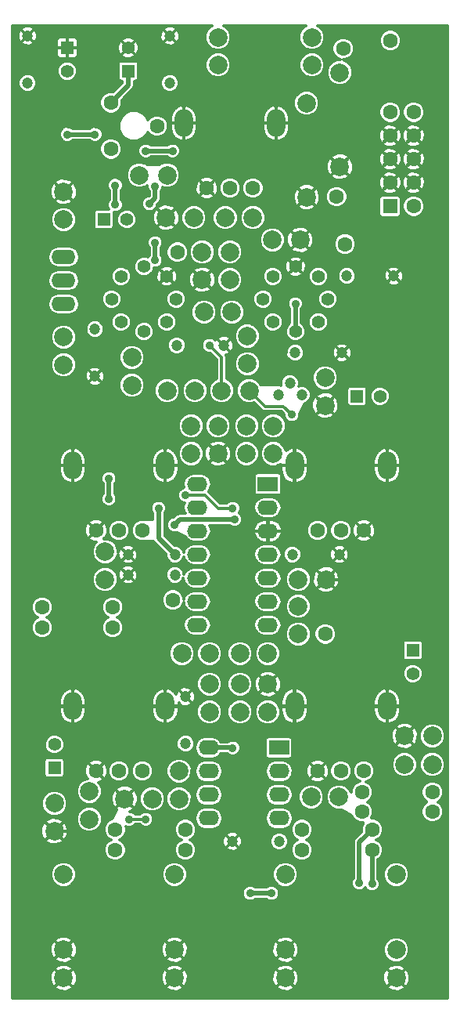
<source format=gtl>
G04 #@! TF.FileFunction,Copper,L1,Top,Signal*
%FSLAX46Y46*%
G04 Gerber Fmt 4.6, Leading zero omitted, Abs format (unit mm)*
G04 Created by KiCad (PCBNEW (2016-08-20 BZR 7083)-product) date Sun Dec  4 23:05:15 2016*
%MOMM*%
%LPD*%
G01*
G04 APERTURE LIST*
%ADD10C,0.100000*%
%ADD11C,1.400000*%
%ADD12C,1.600000*%
%ADD13C,2.000000*%
%ADD14O,2.000000X3.000000*%
%ADD15R,1.600000X1.600000*%
%ADD16R,1.400000X1.400000*%
%ADD17C,1.200000*%
%ADD18R,2.200000X1.600000*%
%ADD19O,2.200000X1.600000*%
%ADD20O,2.600000X1.600000*%
%ADD21C,0.900000*%
%ADD22C,0.500000*%
%ADD23C,0.300000*%
G04 APERTURE END LIST*
D10*
D11*
X14700000Y79500000D03*
X17174000Y78474000D03*
X18200000Y76000000D03*
X17174000Y73526000D03*
X14700000Y72500000D03*
X12226000Y73526000D03*
X11200000Y76000000D03*
X12226000Y78474000D03*
X27600000Y76000000D03*
X28626000Y78474000D03*
X31100000Y79500000D03*
X33574000Y78474000D03*
X34600000Y76000000D03*
X33574000Y73526000D03*
X31100000Y72500000D03*
X28626000Y73526000D03*
D12*
X16100000Y94700000D03*
X11100000Y92200000D03*
X11100000Y97200000D03*
X41350000Y103950000D03*
X36250000Y103050000D03*
D13*
X32880000Y101300000D03*
X22720000Y101300000D03*
X32880000Y104300000D03*
X22720000Y104300000D03*
D14*
X17000000Y58000000D03*
X7000000Y58000000D03*
D12*
X14500000Y51000000D03*
X12000000Y51000000D03*
X9500000Y51000000D03*
D15*
X41330000Y86020000D03*
D12*
X43870000Y86020000D03*
X41330000Y88560000D03*
X43870000Y88560000D03*
X41330000Y91100000D03*
X43870000Y91100000D03*
X41330000Y93640000D03*
X43870000Y93640000D03*
X41330000Y96180000D03*
X43870000Y96180000D03*
D13*
X18000000Y5698000D03*
X18000000Y13826000D03*
X18000000Y2650000D03*
X30000000Y5698000D03*
X30000000Y13826000D03*
X30000000Y2650000D03*
X42000000Y5698000D03*
X42000000Y13826000D03*
X42000000Y2650000D03*
D14*
X29000000Y95000000D03*
X19000000Y95000000D03*
D12*
X26500000Y88000000D03*
X24000000Y88000000D03*
X21500000Y88000000D03*
D14*
X17000000Y32000000D03*
X7000000Y32000000D03*
D12*
X14500000Y25000000D03*
X12000000Y25000000D03*
X9500000Y25000000D03*
D14*
X41000000Y32000000D03*
X31000000Y32000000D03*
D12*
X38500000Y25000000D03*
X36000000Y25000000D03*
X33500000Y25000000D03*
X17800000Y43500000D03*
X18300000Y81100000D03*
X34300000Y39800000D03*
D16*
X5000000Y25350000D03*
D11*
X5000000Y27850000D03*
D17*
X18040000Y46200000D03*
X12960000Y46200000D03*
D16*
X13000000Y100650000D03*
D11*
X13000000Y103150000D03*
D16*
X6400000Y103150000D03*
D11*
X6400000Y100650000D03*
D17*
X17500000Y99360000D03*
X17500000Y104440000D03*
X2100000Y104440000D03*
X2100000Y99360000D03*
X30760000Y48400000D03*
X35840000Y48400000D03*
X12960000Y48400000D03*
X18040000Y48400000D03*
X19200000Y27960000D03*
X19200000Y33040000D03*
X24260000Y17400000D03*
X29340000Y17400000D03*
D16*
X37750000Y65500000D03*
D11*
X40250000Y65500000D03*
D16*
X10350000Y84600000D03*
D11*
X12850000Y84600000D03*
D16*
X43800000Y38050000D03*
D11*
X43800000Y35550000D03*
D18*
X28110000Y56020000D03*
D19*
X28110000Y53480000D03*
X28110000Y50940000D03*
X28110000Y48400000D03*
X28110000Y45860000D03*
X28110000Y43320000D03*
X28110000Y40780000D03*
X20490000Y40780000D03*
X20490000Y43320000D03*
X20490000Y45860000D03*
X20490000Y48400000D03*
X20490000Y50940000D03*
X20490000Y53480000D03*
X20490000Y56020000D03*
D20*
X6000000Y75460000D03*
X6000000Y80540000D03*
X6000000Y78000000D03*
D12*
X19200000Y16500000D03*
X11600000Y16500000D03*
X31800000Y16500000D03*
X39400000Y16500000D03*
D13*
X35900000Y100480000D03*
X35900000Y90320000D03*
X32300000Y87020000D03*
X32300000Y97180000D03*
D12*
X11600000Y18700000D03*
X19200000Y18700000D03*
X39400000Y18700000D03*
X31800000Y18700000D03*
X11300000Y40500000D03*
X3700000Y40500000D03*
X3700000Y42700000D03*
X11300000Y42700000D03*
X45900000Y22700000D03*
X38300000Y22700000D03*
X38300000Y20600000D03*
X45900000Y20600000D03*
X36450000Y81950000D03*
X35550000Y87050000D03*
D17*
X30500000Y66935000D03*
X29230000Y65665000D03*
X31770000Y65665000D03*
D13*
X6000000Y5698000D03*
X6000000Y13826000D03*
X6000000Y2650000D03*
D14*
X41000000Y58000000D03*
X31000000Y58000000D03*
D12*
X38500000Y51000000D03*
X36000000Y51000000D03*
X33500000Y51000000D03*
D17*
X31060000Y70200000D03*
X36140000Y70200000D03*
X41740000Y78500000D03*
X36660000Y78500000D03*
X9400000Y72740000D03*
X9400000Y67660000D03*
X23340000Y71000000D03*
X18260000Y71000000D03*
D18*
X29310000Y27510000D03*
D19*
X29310000Y24970000D03*
X29310000Y22430000D03*
X29310000Y19890000D03*
X21690000Y19890000D03*
X21690000Y22430000D03*
X21690000Y24970000D03*
X21690000Y27510000D03*
D13*
X14200000Y89400000D03*
X17200000Y89400000D03*
X23500000Y84800000D03*
X26500000Y84800000D03*
X20100000Y84800000D03*
X17100000Y84800000D03*
X5000000Y21500000D03*
X5000000Y18500000D03*
X8800000Y19800000D03*
X8800000Y22800000D03*
X32800000Y22200000D03*
X35800000Y22200000D03*
X10500000Y45700000D03*
X10500000Y48700000D03*
X15600000Y22000000D03*
X12600000Y22000000D03*
X25100000Y34400000D03*
X28100000Y34400000D03*
X18500000Y25000000D03*
X18500000Y22000000D03*
X28100000Y31400000D03*
X25100000Y31400000D03*
X22700000Y62300000D03*
X22700000Y59300000D03*
X21800000Y37700000D03*
X18800000Y37700000D03*
X21800000Y34400000D03*
X21800000Y31400000D03*
X25100000Y37700000D03*
X28100000Y37700000D03*
X19800000Y59300000D03*
X19800000Y62300000D03*
X28700000Y62300000D03*
X28700000Y59300000D03*
X25800000Y59300000D03*
X25800000Y62300000D03*
X20200000Y66100000D03*
X17200000Y66100000D03*
X26100000Y66100000D03*
X23100000Y66100000D03*
X21000000Y81100000D03*
X24000000Y81100000D03*
X28600000Y82400000D03*
X31600000Y82400000D03*
X25900000Y72000000D03*
X25900000Y69000000D03*
X21200000Y74600000D03*
X24200000Y74600000D03*
X24000000Y78100000D03*
X21000000Y78100000D03*
X13400000Y66700000D03*
X13400000Y69700000D03*
X34300000Y67500000D03*
X34300000Y64500000D03*
X6000000Y84600000D03*
X6000000Y87600000D03*
X6000000Y68900000D03*
X6000000Y71900000D03*
X31400000Y45700000D03*
X34400000Y45700000D03*
X31400000Y39800000D03*
X31400000Y42800000D03*
X45900000Y28800000D03*
X42900000Y28800000D03*
X42900000Y25700000D03*
X45900000Y25700000D03*
D21*
X11600000Y86200000D03*
X11600000Y88300000D03*
X10900000Y56600000D03*
X10900000Y54400000D03*
X31100000Y75500000D03*
X18000000Y51600000D03*
X24500000Y52200000D03*
X24300000Y27500000D03*
X26200000Y11800000D03*
X28500000Y11800000D03*
X38000000Y12900000D03*
X17000000Y40900000D03*
X16900000Y45000000D03*
X9100000Y64200000D03*
X14200000Y59000000D03*
X4500000Y70300000D03*
X8300000Y83000000D03*
X8300000Y74600000D03*
X16500000Y24000000D03*
X15500000Y17400000D03*
X12300000Y9000000D03*
X14300000Y13300000D03*
X17000000Y20300000D03*
X22100000Y29400000D03*
X15300000Y65300000D03*
X18900000Y73700000D03*
X20100000Y71400000D03*
X33800000Y52800000D03*
X40800000Y24500000D03*
X36700000Y1700000D03*
X24600000Y1600000D03*
X12100000Y1600000D03*
X8400000Y12900000D03*
X8300000Y17400000D03*
X36000000Y8500000D03*
X34000000Y20200000D03*
X36500000Y15100000D03*
X30500000Y37500000D03*
X25900000Y52300000D03*
X24300000Y55700000D03*
X29100000Y71300000D03*
X26600000Y80300000D03*
X24500000Y95300000D03*
X24500000Y102900000D03*
X30300000Y104300000D03*
X44100000Y104100000D03*
X46000000Y99400000D03*
X34600000Y98300000D03*
X36600000Y104900000D03*
X39300000Y101900000D03*
X39500000Y83300000D03*
X46400000Y80300000D03*
X36500000Y75900000D03*
X41100000Y71300000D03*
X46300000Y68200000D03*
X40900000Y62600000D03*
X46100000Y61600000D03*
X46100000Y53500000D03*
X46100000Y45700000D03*
X41200000Y40400000D03*
X36000000Y32000000D03*
X38500000Y38500000D03*
X24100000Y47300000D03*
X23600000Y40000000D03*
X8000000Y40000000D03*
X12000000Y32000000D03*
X6000000Y51100000D03*
X5800000Y42600000D03*
X24700000Y29100000D03*
X26200000Y23500000D03*
X25900000Y13500000D03*
X21200000Y13000000D03*
X21000000Y18000000D03*
X44400000Y18700000D03*
X45500000Y10800000D03*
X24500000Y8900000D03*
X1600000Y10600000D03*
X1000000Y28200000D03*
X1600000Y39500000D03*
X1700000Y45300000D03*
X2000000Y51800000D03*
X1900000Y64900000D03*
X1700000Y91600000D03*
X5100000Y98500000D03*
X14500000Y77600000D03*
X15000000Y74300000D03*
X16000000Y71200000D03*
X10700000Y73800000D03*
X11200000Y70300000D03*
X15900000Y88200000D03*
X15300000Y86300000D03*
X15900000Y82100000D03*
X17800000Y92000000D03*
X14900000Y92000000D03*
X6400000Y93800000D03*
X9400000Y93800000D03*
X16300000Y53400000D03*
X39400000Y12800000D03*
X15900000Y80200000D03*
X19200000Y54800000D03*
X24300000Y53400000D03*
X21800000Y71000000D03*
X14900000Y19800000D03*
X13100000Y19800000D03*
X30700000Y63500000D03*
D22*
X11600000Y86200000D02*
X11600000Y88300000D01*
X10900000Y56600000D02*
X10900000Y54400000D01*
X31100000Y75500000D02*
X31100000Y72500000D01*
X11100000Y97200000D02*
X13000000Y99100000D01*
X13000000Y99100000D02*
X13000000Y100650000D01*
X18600000Y52200000D02*
X24500000Y52200000D01*
X18000000Y51600000D02*
X18600000Y52200000D01*
X21690000Y27510000D02*
X24290000Y27510000D01*
X24290000Y27510000D02*
X24300000Y27500000D01*
X38000000Y17300000D02*
X39400000Y18700000D01*
X26200000Y11800000D02*
X28500000Y11800000D01*
X38000000Y12900000D02*
X38000000Y17300000D01*
D23*
X9100000Y64200000D02*
X7400000Y64200000D01*
X17000000Y58000000D02*
X15200000Y58000000D01*
X15200000Y58000000D02*
X14200000Y59000000D01*
X4500000Y67100000D02*
X4500000Y70300000D01*
X7400000Y64200000D02*
X4500000Y67100000D01*
X8300000Y85300000D02*
X8300000Y83000000D01*
X8300000Y85300000D02*
X6000000Y87600000D01*
X15500000Y17400000D02*
X15500000Y18800000D01*
X15500000Y14500000D02*
X15500000Y17400000D01*
X12300000Y9000000D02*
X14300000Y11000000D01*
X9302000Y9000000D02*
X12300000Y9000000D01*
X6000000Y5698000D02*
X9302000Y9000000D01*
X14300000Y11000000D02*
X14300000Y13300000D01*
X14300000Y13300000D02*
X15500000Y14500000D01*
X15500000Y18800000D02*
X17000000Y20300000D01*
X23340000Y71000000D02*
X22140000Y72200000D01*
X20900000Y72200000D02*
X20100000Y71400000D01*
X22140000Y72200000D02*
X20900000Y72200000D01*
X38500000Y51000000D02*
X36700000Y52800000D01*
X36700000Y52800000D02*
X33800000Y52800000D01*
X30000000Y2650000D02*
X30950000Y1700000D01*
X30950000Y1700000D02*
X36700000Y1700000D01*
X18000000Y2650000D02*
X19050000Y1600000D01*
X19050000Y1600000D02*
X24600000Y1600000D01*
X6000000Y2650000D02*
X7050000Y1600000D01*
X7050000Y1600000D02*
X12100000Y1600000D01*
X5000000Y18500000D02*
X7200000Y18500000D01*
X7200000Y18500000D02*
X8300000Y17400000D01*
X36000000Y8500000D02*
X36000000Y14600000D01*
X32802000Y8500000D02*
X36000000Y8500000D01*
X30000000Y5698000D02*
X32802000Y8500000D01*
X36000000Y14600000D02*
X36500000Y15100000D01*
X25900000Y52300000D02*
X25900000Y54100000D01*
X25900000Y54100000D02*
X24300000Y55700000D01*
X31100000Y79500000D02*
X30000000Y78400000D01*
X29700000Y71900000D02*
X29100000Y71300000D01*
X29700000Y73000000D02*
X29700000Y71900000D01*
X30000000Y73300000D02*
X29700000Y73000000D01*
X30000000Y78400000D02*
X30000000Y73300000D01*
X21000000Y78100000D02*
X22600000Y79700000D01*
X26000000Y79700000D02*
X26600000Y80300000D01*
X22600000Y79700000D02*
X26000000Y79700000D01*
X28900000Y102900000D02*
X24500000Y102900000D01*
X30300000Y104300000D02*
X28900000Y102900000D01*
X46000000Y102200000D02*
X44100000Y104100000D01*
X46000000Y99400000D02*
X46000000Y102200000D01*
X34600000Y91620000D02*
X34600000Y98300000D01*
X35900000Y90320000D02*
X34600000Y91620000D01*
X39300000Y102200000D02*
X36600000Y104900000D01*
X39300000Y101900000D02*
X39300000Y102200000D01*
X41740000Y78500000D02*
X43540000Y80300000D01*
X43540000Y80300000D02*
X46400000Y80300000D01*
X34400000Y45700000D02*
X35900000Y45700000D01*
X39140000Y75900000D02*
X41740000Y78500000D01*
X36500000Y75900000D02*
X39140000Y75900000D01*
X43200000Y71300000D02*
X41100000Y71300000D01*
X46300000Y68200000D02*
X43200000Y71300000D01*
X41900000Y61600000D02*
X40900000Y62600000D01*
X46100000Y61600000D02*
X41900000Y61600000D01*
X46100000Y45700000D02*
X46100000Y53500000D01*
X35900000Y45700000D02*
X41200000Y40400000D01*
X31000000Y32000000D02*
X36000000Y32000000D01*
X17000000Y40900000D02*
X18100000Y42000000D01*
X12000000Y35900000D02*
X17000000Y40900000D01*
X12000000Y32000000D02*
X12000000Y35900000D01*
X21600000Y42000000D02*
X23600000Y40000000D01*
X18100000Y42000000D02*
X21600000Y42000000D01*
X8000000Y40000000D02*
X8000000Y40400000D01*
X8000000Y40400000D02*
X5800000Y42600000D01*
X7000000Y32000000D02*
X12000000Y32000000D01*
X24260000Y17400000D02*
X26200000Y19340000D01*
X26200000Y19340000D02*
X26200000Y23500000D01*
X21200000Y14340000D02*
X21200000Y13000000D01*
X24260000Y17400000D02*
X21200000Y14340000D01*
X45500000Y17600000D02*
X44400000Y18700000D01*
X45500000Y10800000D02*
X45500000Y17600000D01*
X1000000Y38900000D02*
X1000000Y28200000D01*
X1600000Y39500000D02*
X1000000Y38900000D01*
X2000000Y45600000D02*
X1700000Y45300000D01*
X2000000Y51800000D02*
X2000000Y45600000D01*
X7000000Y58000000D02*
X3500000Y58000000D01*
X1900000Y59600000D02*
X1900000Y64900000D01*
X3500000Y58000000D02*
X1900000Y59600000D01*
X2100000Y104440000D02*
X5100000Y101440000D01*
X5100000Y101440000D02*
X5100000Y98500000D01*
X16000000Y71200000D02*
X14100000Y71200000D01*
X16300000Y77600000D02*
X14500000Y77600000D01*
X15000000Y74300000D02*
X16000000Y73300000D01*
X16000000Y73300000D02*
X16000000Y71200000D01*
X17174000Y78474000D02*
X16300000Y77600000D01*
X12500000Y71600000D02*
X11200000Y70300000D01*
X13700000Y71600000D02*
X12500000Y71600000D01*
X14100000Y71200000D02*
X13700000Y71600000D01*
D22*
X15900000Y86900000D02*
X15900000Y88200000D01*
X15300000Y86300000D02*
X15900000Y86900000D01*
X17800000Y92000000D02*
X14900000Y92000000D01*
X9400000Y93800000D02*
X6400000Y93800000D01*
X18040000Y48400000D02*
X16300000Y50140000D01*
X16300000Y50140000D02*
X16300000Y53400000D01*
X39400000Y16500000D02*
X39400000Y12800000D01*
X15900000Y80200000D02*
X15900000Y82100000D01*
D23*
X24300000Y53400000D02*
X22700000Y53400000D01*
X21300000Y54800000D02*
X22700000Y53400000D01*
X19200000Y54800000D02*
X21300000Y54800000D01*
X23100000Y69700000D02*
X23100000Y66100000D01*
X21800000Y71000000D02*
X23100000Y69700000D01*
X13100000Y19800000D02*
X14900000Y19800000D01*
X26100000Y66100000D02*
X27800000Y64400000D01*
X29800000Y64400000D02*
X30700000Y63500000D01*
X27800000Y64400000D02*
X29800000Y64400000D01*
G36*
X21928000Y105487555D02*
X21533830Y105094072D01*
X21320243Y104579699D01*
X21319757Y104022744D01*
X21532445Y103508000D01*
X21925928Y103113830D01*
X22440301Y102900243D01*
X22997256Y102899757D01*
X23512000Y103112445D01*
X23906170Y103505928D01*
X24119757Y104020301D01*
X24120243Y104577256D01*
X23907555Y105092000D01*
X23514072Y105486170D01*
X23360353Y105550000D01*
X32239128Y105550000D01*
X32088000Y105487555D01*
X31693830Y105094072D01*
X31480243Y104579699D01*
X31479757Y104022744D01*
X31692445Y103508000D01*
X32085928Y103113830D01*
X32600301Y102900243D01*
X33157256Y102899757D01*
X33672000Y103112445D01*
X34066170Y103505928D01*
X34279757Y104020301D01*
X34280243Y104577256D01*
X34067555Y105092000D01*
X33674072Y105486170D01*
X33520353Y105550000D01*
X47550000Y105550000D01*
X47550000Y450000D01*
X450000Y450000D01*
X450000Y1668019D01*
X5030747Y1668019D01*
X5127524Y1433827D01*
X5659346Y1192521D01*
X6243030Y1173102D01*
X6789715Y1378529D01*
X6872476Y1433827D01*
X6969253Y1668019D01*
X17030747Y1668019D01*
X17127524Y1433827D01*
X17659346Y1192521D01*
X18243030Y1173102D01*
X18789715Y1378529D01*
X18872476Y1433827D01*
X18969253Y1668019D01*
X29030747Y1668019D01*
X29127524Y1433827D01*
X29659346Y1192521D01*
X30243030Y1173102D01*
X30789715Y1378529D01*
X30872476Y1433827D01*
X30969253Y1668019D01*
X41030747Y1668019D01*
X41127524Y1433827D01*
X41659346Y1192521D01*
X42243030Y1173102D01*
X42789715Y1378529D01*
X42872476Y1433827D01*
X42969253Y1668019D01*
X42000000Y2637272D01*
X41030747Y1668019D01*
X30969253Y1668019D01*
X30000000Y2637272D01*
X29030747Y1668019D01*
X18969253Y1668019D01*
X18000000Y2637272D01*
X17030747Y1668019D01*
X6969253Y1668019D01*
X6000000Y2637272D01*
X5030747Y1668019D01*
X450000Y1668019D01*
X450000Y2406970D01*
X4523102Y2406970D01*
X4728529Y1860285D01*
X4783827Y1777524D01*
X5018019Y1680747D01*
X5987272Y2650000D01*
X6012728Y2650000D01*
X6981981Y1680747D01*
X7216173Y1777524D01*
X7457479Y2309346D01*
X7460726Y2406970D01*
X16523102Y2406970D01*
X16728529Y1860285D01*
X16783827Y1777524D01*
X17018019Y1680747D01*
X17987272Y2650000D01*
X18012728Y2650000D01*
X18981981Y1680747D01*
X19216173Y1777524D01*
X19457479Y2309346D01*
X19460726Y2406970D01*
X28523102Y2406970D01*
X28728529Y1860285D01*
X28783827Y1777524D01*
X29018019Y1680747D01*
X29987272Y2650000D01*
X30012728Y2650000D01*
X30981981Y1680747D01*
X31216173Y1777524D01*
X31457479Y2309346D01*
X31460726Y2406970D01*
X40523102Y2406970D01*
X40728529Y1860285D01*
X40783827Y1777524D01*
X41018019Y1680747D01*
X41987272Y2650000D01*
X42012728Y2650000D01*
X42981981Y1680747D01*
X43216173Y1777524D01*
X43457479Y2309346D01*
X43476898Y2893030D01*
X43271471Y3439715D01*
X43216173Y3522476D01*
X42981981Y3619253D01*
X42012728Y2650000D01*
X41987272Y2650000D01*
X41018019Y3619253D01*
X40783827Y3522476D01*
X40542521Y2990654D01*
X40523102Y2406970D01*
X31460726Y2406970D01*
X31476898Y2893030D01*
X31271471Y3439715D01*
X31216173Y3522476D01*
X30981981Y3619253D01*
X30012728Y2650000D01*
X29987272Y2650000D01*
X29018019Y3619253D01*
X28783827Y3522476D01*
X28542521Y2990654D01*
X28523102Y2406970D01*
X19460726Y2406970D01*
X19476898Y2893030D01*
X19271471Y3439715D01*
X19216173Y3522476D01*
X18981981Y3619253D01*
X18012728Y2650000D01*
X17987272Y2650000D01*
X17018019Y3619253D01*
X16783827Y3522476D01*
X16542521Y2990654D01*
X16523102Y2406970D01*
X7460726Y2406970D01*
X7476898Y2893030D01*
X7271471Y3439715D01*
X7216173Y3522476D01*
X6981981Y3619253D01*
X6012728Y2650000D01*
X5987272Y2650000D01*
X5018019Y3619253D01*
X4783827Y3522476D01*
X4542521Y2990654D01*
X4523102Y2406970D01*
X450000Y2406970D01*
X450000Y3631981D01*
X5030747Y3631981D01*
X6000000Y2662728D01*
X6969253Y3631981D01*
X17030747Y3631981D01*
X18000000Y2662728D01*
X18969253Y3631981D01*
X29030747Y3631981D01*
X30000000Y2662728D01*
X30969253Y3631981D01*
X41030747Y3631981D01*
X42000000Y2662728D01*
X42969253Y3631981D01*
X42872476Y3866173D01*
X42340654Y4107479D01*
X41756970Y4126898D01*
X41210285Y3921471D01*
X41127524Y3866173D01*
X41030747Y3631981D01*
X30969253Y3631981D01*
X30872476Y3866173D01*
X30340654Y4107479D01*
X29756970Y4126898D01*
X29210285Y3921471D01*
X29127524Y3866173D01*
X29030747Y3631981D01*
X18969253Y3631981D01*
X18872476Y3866173D01*
X18340654Y4107479D01*
X17756970Y4126898D01*
X17210285Y3921471D01*
X17127524Y3866173D01*
X17030747Y3631981D01*
X6969253Y3631981D01*
X6872476Y3866173D01*
X6340654Y4107479D01*
X5756970Y4126898D01*
X5210285Y3921471D01*
X5127524Y3866173D01*
X5030747Y3631981D01*
X450000Y3631981D01*
X450000Y4716019D01*
X5030747Y4716019D01*
X5127524Y4481827D01*
X5659346Y4240521D01*
X6243030Y4221102D01*
X6789715Y4426529D01*
X6872476Y4481827D01*
X6969253Y4716019D01*
X17030747Y4716019D01*
X17127524Y4481827D01*
X17659346Y4240521D01*
X18243030Y4221102D01*
X18789715Y4426529D01*
X18872476Y4481827D01*
X18969253Y4716019D01*
X29030747Y4716019D01*
X29127524Y4481827D01*
X29659346Y4240521D01*
X30243030Y4221102D01*
X30789715Y4426529D01*
X30872476Y4481827D01*
X30969253Y4716019D01*
X30000000Y5685272D01*
X29030747Y4716019D01*
X18969253Y4716019D01*
X18000000Y5685272D01*
X17030747Y4716019D01*
X6969253Y4716019D01*
X6000000Y5685272D01*
X5030747Y4716019D01*
X450000Y4716019D01*
X450000Y5454970D01*
X4523102Y5454970D01*
X4728529Y4908285D01*
X4783827Y4825524D01*
X5018019Y4728747D01*
X5987272Y5698000D01*
X6012728Y5698000D01*
X6981981Y4728747D01*
X7216173Y4825524D01*
X7457479Y5357346D01*
X7460726Y5454970D01*
X16523102Y5454970D01*
X16728529Y4908285D01*
X16783827Y4825524D01*
X17018019Y4728747D01*
X17987272Y5698000D01*
X18012728Y5698000D01*
X18981981Y4728747D01*
X19216173Y4825524D01*
X19457479Y5357346D01*
X19460726Y5454970D01*
X28523102Y5454970D01*
X28728529Y4908285D01*
X28783827Y4825524D01*
X29018019Y4728747D01*
X29987272Y5698000D01*
X30012728Y5698000D01*
X30981981Y4728747D01*
X31216173Y4825524D01*
X31457479Y5357346D01*
X31459588Y5420744D01*
X40599757Y5420744D01*
X40812445Y4906000D01*
X41205928Y4511830D01*
X41720301Y4298243D01*
X42277256Y4297757D01*
X42792000Y4510445D01*
X43186170Y4903928D01*
X43399757Y5418301D01*
X43400243Y5975256D01*
X43187555Y6490000D01*
X42794072Y6884170D01*
X42279699Y7097757D01*
X41722744Y7098243D01*
X41208000Y6885555D01*
X40813830Y6492072D01*
X40600243Y5977699D01*
X40599757Y5420744D01*
X31459588Y5420744D01*
X31476898Y5941030D01*
X31271471Y6487715D01*
X31216173Y6570476D01*
X30981981Y6667253D01*
X30012728Y5698000D01*
X29987272Y5698000D01*
X29018019Y6667253D01*
X28783827Y6570476D01*
X28542521Y6038654D01*
X28523102Y5454970D01*
X19460726Y5454970D01*
X19476898Y5941030D01*
X19271471Y6487715D01*
X19216173Y6570476D01*
X18981981Y6667253D01*
X18012728Y5698000D01*
X17987272Y5698000D01*
X17018019Y6667253D01*
X16783827Y6570476D01*
X16542521Y6038654D01*
X16523102Y5454970D01*
X7460726Y5454970D01*
X7476898Y5941030D01*
X7271471Y6487715D01*
X7216173Y6570476D01*
X6981981Y6667253D01*
X6012728Y5698000D01*
X5987272Y5698000D01*
X5018019Y6667253D01*
X4783827Y6570476D01*
X4542521Y6038654D01*
X4523102Y5454970D01*
X450000Y5454970D01*
X450000Y6679981D01*
X5030747Y6679981D01*
X6000000Y5710728D01*
X6969253Y6679981D01*
X17030747Y6679981D01*
X18000000Y5710728D01*
X18969253Y6679981D01*
X29030747Y6679981D01*
X30000000Y5710728D01*
X30969253Y6679981D01*
X30872476Y6914173D01*
X30340654Y7155479D01*
X29756970Y7174898D01*
X29210285Y6969471D01*
X29127524Y6914173D01*
X29030747Y6679981D01*
X18969253Y6679981D01*
X18872476Y6914173D01*
X18340654Y7155479D01*
X17756970Y7174898D01*
X17210285Y6969471D01*
X17127524Y6914173D01*
X17030747Y6679981D01*
X6969253Y6679981D01*
X6872476Y6914173D01*
X6340654Y7155479D01*
X5756970Y7174898D01*
X5210285Y6969471D01*
X5127524Y6914173D01*
X5030747Y6679981D01*
X450000Y6679981D01*
X450000Y11631666D01*
X25349853Y11631666D01*
X25478985Y11319143D01*
X25717885Y11079826D01*
X26030183Y10950148D01*
X26368334Y10949853D01*
X26680857Y11078985D01*
X26751996Y11150000D01*
X27947833Y11150000D01*
X28017885Y11079826D01*
X28330183Y10950148D01*
X28668334Y10949853D01*
X28980857Y11078985D01*
X29220174Y11317885D01*
X29349852Y11630183D01*
X29350147Y11968334D01*
X29221015Y12280857D01*
X28982115Y12520174D01*
X28669817Y12649852D01*
X28331666Y12650147D01*
X28019143Y12521015D01*
X27948004Y12450000D01*
X26752167Y12450000D01*
X26682115Y12520174D01*
X26369817Y12649852D01*
X26031666Y12650147D01*
X25719143Y12521015D01*
X25479826Y12282115D01*
X25350148Y11969817D01*
X25349853Y11631666D01*
X450000Y11631666D01*
X450000Y13548744D01*
X4599757Y13548744D01*
X4812445Y13034000D01*
X5205928Y12639830D01*
X5720301Y12426243D01*
X6277256Y12425757D01*
X6792000Y12638445D01*
X7186170Y13031928D01*
X7399757Y13546301D01*
X7399759Y13548744D01*
X16599757Y13548744D01*
X16812445Y13034000D01*
X17205928Y12639830D01*
X17720301Y12426243D01*
X18277256Y12425757D01*
X18792000Y12638445D01*
X19186170Y13031928D01*
X19399757Y13546301D01*
X19399759Y13548744D01*
X28599757Y13548744D01*
X28812445Y13034000D01*
X29205928Y12639830D01*
X29720301Y12426243D01*
X30277256Y12425757D01*
X30792000Y12638445D01*
X31186170Y13031928D01*
X31399757Y13546301D01*
X31400243Y14103256D01*
X31187555Y14618000D01*
X30794072Y15012170D01*
X30279699Y15225757D01*
X29722744Y15226243D01*
X29208000Y15013555D01*
X28813830Y14620072D01*
X28600243Y14105699D01*
X28599757Y13548744D01*
X19399759Y13548744D01*
X19400243Y14103256D01*
X19187555Y14618000D01*
X18794072Y15012170D01*
X18279699Y15225757D01*
X17722744Y15226243D01*
X17208000Y15013555D01*
X16813830Y14620072D01*
X16600243Y14105699D01*
X16599757Y13548744D01*
X7399759Y13548744D01*
X7400243Y14103256D01*
X7187555Y14618000D01*
X6794072Y15012170D01*
X6279699Y15225757D01*
X5722744Y15226243D01*
X5208000Y15013555D01*
X4813830Y14620072D01*
X4600243Y14105699D01*
X4599757Y13548744D01*
X450000Y13548744D01*
X450000Y17518019D01*
X4030747Y17518019D01*
X4127524Y17283827D01*
X4659346Y17042521D01*
X5243030Y17023102D01*
X5789715Y17228529D01*
X5872476Y17283827D01*
X5969253Y17518019D01*
X5000000Y18487272D01*
X4030747Y17518019D01*
X450000Y17518019D01*
X450000Y18256970D01*
X3523102Y18256970D01*
X3728529Y17710285D01*
X3783827Y17627524D01*
X4018019Y17530747D01*
X4987272Y18500000D01*
X5012728Y18500000D01*
X5981981Y17530747D01*
X6216173Y17627524D01*
X6457479Y18159346D01*
X6476898Y18743030D01*
X6271471Y19289715D01*
X6216173Y19372476D01*
X5981981Y19469253D01*
X5012728Y18500000D01*
X4987272Y18500000D01*
X4018019Y19469253D01*
X3783827Y19372476D01*
X3542521Y18840654D01*
X3523102Y18256970D01*
X450000Y18256970D01*
X450000Y19481981D01*
X4030747Y19481981D01*
X5000000Y18512728D01*
X5969253Y19481981D01*
X5952409Y19522744D01*
X7399757Y19522744D01*
X7612445Y19008000D01*
X8005928Y18613830D01*
X8520301Y18400243D01*
X9077256Y18399757D01*
X9228749Y18462353D01*
X10399793Y18462353D01*
X10582097Y18021143D01*
X10919367Y17683283D01*
X11119884Y17600021D01*
X10921143Y17517903D01*
X10583283Y17180633D01*
X10400209Y16739742D01*
X10399793Y16262353D01*
X10582097Y15821143D01*
X10919367Y15483283D01*
X11360258Y15300209D01*
X11837647Y15299793D01*
X12278857Y15482097D01*
X12616717Y15819367D01*
X12799791Y16260258D01*
X12800207Y16737647D01*
X12617903Y17178857D01*
X12280633Y17516717D01*
X12080116Y17599979D01*
X12278857Y17682097D01*
X12616717Y18019367D01*
X12799791Y18460258D01*
X12799792Y18462353D01*
X17999793Y18462353D01*
X18182097Y18021143D01*
X18519367Y17683283D01*
X18719884Y17600021D01*
X18521143Y17517903D01*
X18183283Y17180633D01*
X18000209Y16739742D01*
X17999793Y16262353D01*
X18182097Y15821143D01*
X18519367Y15483283D01*
X18960258Y15300209D01*
X19437647Y15299793D01*
X19878857Y15482097D01*
X20216717Y15819367D01*
X20399791Y16260258D01*
X20400179Y16706412D01*
X23579140Y16706412D01*
X23627250Y16513783D01*
X24014555Y16339099D01*
X24439228Y16325927D01*
X24836614Y16476274D01*
X24892750Y16513783D01*
X24940860Y16706412D01*
X24260000Y17387272D01*
X23579140Y16706412D01*
X20400179Y16706412D01*
X20400207Y16737647D01*
X20217903Y17178857D01*
X20176062Y17220772D01*
X23185927Y17220772D01*
X23336274Y16823386D01*
X23373783Y16767250D01*
X23566412Y16719140D01*
X24247272Y17400000D01*
X24272728Y17400000D01*
X24953588Y16719140D01*
X25146217Y16767250D01*
X25320901Y17154555D01*
X25322371Y17201960D01*
X28339827Y17201960D01*
X28491747Y16834286D01*
X28772806Y16552736D01*
X29140215Y16400174D01*
X29538040Y16399827D01*
X29905714Y16551747D01*
X30187264Y16832806D01*
X30339826Y17200215D01*
X30340173Y17598040D01*
X30188253Y17965714D01*
X29907194Y18247264D01*
X29539785Y18399826D01*
X29141960Y18400173D01*
X28774286Y18248253D01*
X28492736Y17967194D01*
X28340174Y17599785D01*
X28339827Y17201960D01*
X25322371Y17201960D01*
X25334073Y17579228D01*
X25183726Y17976614D01*
X25146217Y18032750D01*
X24953588Y18080860D01*
X24272728Y17400000D01*
X24247272Y17400000D01*
X23566412Y18080860D01*
X23373783Y18032750D01*
X23199099Y17645445D01*
X23185927Y17220772D01*
X20176062Y17220772D01*
X19880633Y17516717D01*
X19680116Y17599979D01*
X19878857Y17682097D01*
X20216717Y18019367D01*
X20247536Y18093588D01*
X23579140Y18093588D01*
X24260000Y17412728D01*
X24940860Y18093588D01*
X24892750Y18286217D01*
X24505445Y18460901D01*
X24458632Y18462353D01*
X30599793Y18462353D01*
X30782097Y18021143D01*
X31119367Y17683283D01*
X31319884Y17600021D01*
X31121143Y17517903D01*
X30783283Y17180633D01*
X30600209Y16739742D01*
X30599793Y16262353D01*
X30782097Y15821143D01*
X31119367Y15483283D01*
X31560258Y15300209D01*
X32037647Y15299793D01*
X32478857Y15482097D01*
X32816717Y15819367D01*
X32999791Y16260258D01*
X33000207Y16737647D01*
X32817903Y17178857D01*
X32480633Y17516717D01*
X32280116Y17599979D01*
X32478857Y17682097D01*
X32816717Y18019367D01*
X32999791Y18460258D01*
X33000207Y18937647D01*
X32817903Y19378857D01*
X32480633Y19716717D01*
X32039742Y19899791D01*
X31562353Y19900207D01*
X31121143Y19717903D01*
X30783283Y19380633D01*
X30600209Y18939742D01*
X30599793Y18462353D01*
X24458632Y18462353D01*
X24080772Y18474073D01*
X23683386Y18323726D01*
X23627250Y18286217D01*
X23579140Y18093588D01*
X20247536Y18093588D01*
X20399791Y18460258D01*
X20400207Y18937647D01*
X20217903Y19378857D01*
X19880633Y19716717D01*
X19463322Y19890000D01*
X20160613Y19890000D01*
X20251958Y19430780D01*
X20512085Y19041472D01*
X20901393Y18781345D01*
X21360613Y18690000D01*
X22019387Y18690000D01*
X22478607Y18781345D01*
X22867915Y19041472D01*
X23128042Y19430780D01*
X23219387Y19890000D01*
X27780613Y19890000D01*
X27871958Y19430780D01*
X28132085Y19041472D01*
X28521393Y18781345D01*
X28980613Y18690000D01*
X29639387Y18690000D01*
X30098607Y18781345D01*
X30487915Y19041472D01*
X30748042Y19430780D01*
X30839387Y19890000D01*
X30748042Y20349220D01*
X30487915Y20738528D01*
X30098607Y20998655D01*
X29639387Y21090000D01*
X28980613Y21090000D01*
X28521393Y20998655D01*
X28132085Y20738528D01*
X27871958Y20349220D01*
X27780613Y19890000D01*
X23219387Y19890000D01*
X23128042Y20349220D01*
X22867915Y20738528D01*
X22478607Y20998655D01*
X22019387Y21090000D01*
X21360613Y21090000D01*
X20901393Y20998655D01*
X20512085Y20738528D01*
X20251958Y20349220D01*
X20160613Y19890000D01*
X19463322Y19890000D01*
X19439742Y19899791D01*
X18962353Y19900207D01*
X18521143Y19717903D01*
X18183283Y19380633D01*
X18000209Y18939742D01*
X17999793Y18462353D01*
X12799792Y18462353D01*
X12800207Y18937647D01*
X12767053Y19017886D01*
X12930183Y18950148D01*
X13268334Y18949853D01*
X13580857Y19078985D01*
X13752171Y19250000D01*
X14248008Y19250000D01*
X14417885Y19079826D01*
X14730183Y18950148D01*
X15068334Y18949853D01*
X15380857Y19078985D01*
X15620174Y19317885D01*
X15749852Y19630183D01*
X15750147Y19968334D01*
X15621015Y20280857D01*
X15382115Y20520174D01*
X15069817Y20649852D01*
X14731666Y20650147D01*
X14419143Y20521015D01*
X14247829Y20350000D01*
X13751992Y20350000D01*
X13582115Y20520174D01*
X13269817Y20649852D01*
X13180546Y20649930D01*
X13389715Y20728529D01*
X13472476Y20783827D01*
X13569253Y21018019D01*
X12600000Y21987272D01*
X11630747Y21018019D01*
X11727524Y20783827D01*
X11752078Y20772686D01*
X11205270Y19835302D01*
X10921143Y19717903D01*
X10583283Y19380633D01*
X10400209Y18939742D01*
X10399793Y18462353D01*
X9228749Y18462353D01*
X9592000Y18612445D01*
X9986170Y19005928D01*
X10199757Y19520301D01*
X10200243Y20077256D01*
X9987555Y20592000D01*
X9594072Y20986170D01*
X9079699Y21199757D01*
X8522744Y21200243D01*
X8008000Y20987555D01*
X7613830Y20594072D01*
X7400243Y20079699D01*
X7399757Y19522744D01*
X5952409Y19522744D01*
X5872476Y19716173D01*
X5340654Y19957479D01*
X4756970Y19976898D01*
X4210285Y19771471D01*
X4127524Y19716173D01*
X4030747Y19481981D01*
X450000Y19481981D01*
X450000Y21222744D01*
X3599757Y21222744D01*
X3812445Y20708000D01*
X4205928Y20313830D01*
X4720301Y20100243D01*
X5277256Y20099757D01*
X5792000Y20312445D01*
X6186170Y20705928D01*
X6399757Y21220301D01*
X6400243Y21777256D01*
X6187555Y22292000D01*
X5957214Y22522744D01*
X7399757Y22522744D01*
X7612445Y22008000D01*
X8005928Y21613830D01*
X8520301Y21400243D01*
X9077256Y21399757D01*
X9592000Y21612445D01*
X9736777Y21756970D01*
X11123102Y21756970D01*
X11328529Y21210285D01*
X11383827Y21127524D01*
X11618019Y21030747D01*
X12587272Y22000000D01*
X12612728Y22000000D01*
X13581981Y21030747D01*
X13816173Y21127524D01*
X14057479Y21659346D01*
X14059588Y21722744D01*
X14199757Y21722744D01*
X14412445Y21208000D01*
X14805928Y20813830D01*
X15320301Y20600243D01*
X15877256Y20599757D01*
X16392000Y20812445D01*
X16786170Y21205928D01*
X16999757Y21720301D01*
X16999759Y21722744D01*
X17099757Y21722744D01*
X17312445Y21208000D01*
X17705928Y20813830D01*
X18220301Y20600243D01*
X18777256Y20599757D01*
X19292000Y20812445D01*
X19686170Y21205928D01*
X19899757Y21720301D01*
X19900243Y22277256D01*
X19837131Y22430000D01*
X20160613Y22430000D01*
X20251958Y21970780D01*
X20512085Y21581472D01*
X20901393Y21321345D01*
X21360613Y21230000D01*
X22019387Y21230000D01*
X22478607Y21321345D01*
X22867915Y21581472D01*
X23128042Y21970780D01*
X23219387Y22430000D01*
X27780613Y22430000D01*
X27871958Y21970780D01*
X28132085Y21581472D01*
X28521393Y21321345D01*
X28980613Y21230000D01*
X29639387Y21230000D01*
X30098607Y21321345D01*
X30487915Y21581472D01*
X30715945Y21922744D01*
X31399757Y21922744D01*
X31612445Y21408000D01*
X32005928Y21013830D01*
X32520301Y20800243D01*
X33077256Y20799757D01*
X33592000Y21012445D01*
X33986170Y21405928D01*
X34199757Y21920301D01*
X34199759Y21922744D01*
X34399757Y21922744D01*
X34612445Y21408000D01*
X35005928Y21013830D01*
X35520301Y20800243D01*
X36077256Y20799757D01*
X36117249Y20816282D01*
X37164698Y20205270D01*
X37282097Y19921143D01*
X37619367Y19583283D01*
X38060258Y19400209D01*
X38402594Y19399911D01*
X38383283Y19380633D01*
X38200209Y18939742D01*
X38199793Y18462353D01*
X38212460Y18431698D01*
X37540381Y17759619D01*
X37399478Y17548745D01*
X37399478Y17548744D01*
X37350000Y17300000D01*
X37350000Y13452167D01*
X37279826Y13382115D01*
X37150148Y13069817D01*
X37149853Y12731666D01*
X37278985Y12419143D01*
X37517885Y12179826D01*
X37830183Y12050148D01*
X38168334Y12049853D01*
X38480857Y12178985D01*
X38662128Y12359940D01*
X38678985Y12319143D01*
X38917885Y12079826D01*
X39230183Y11950148D01*
X39568334Y11949853D01*
X39880857Y12078985D01*
X40120174Y12317885D01*
X40249852Y12630183D01*
X40250147Y12968334D01*
X40121015Y13280857D01*
X40050000Y13351996D01*
X40050000Y13548744D01*
X40599757Y13548744D01*
X40812445Y13034000D01*
X41205928Y12639830D01*
X41720301Y12426243D01*
X42277256Y12425757D01*
X42792000Y12638445D01*
X43186170Y13031928D01*
X43399757Y13546301D01*
X43400243Y14103256D01*
X43187555Y14618000D01*
X42794072Y15012170D01*
X42279699Y15225757D01*
X41722744Y15226243D01*
X41208000Y15013555D01*
X40813830Y14620072D01*
X40600243Y14105699D01*
X40599757Y13548744D01*
X40050000Y13548744D01*
X40050000Y15470174D01*
X40078857Y15482097D01*
X40416717Y15819367D01*
X40599791Y16260258D01*
X40600207Y16737647D01*
X40417903Y17178857D01*
X40080633Y17516717D01*
X39880116Y17599979D01*
X40078857Y17682097D01*
X40416717Y18019367D01*
X40599791Y18460258D01*
X40600207Y18937647D01*
X40417903Y19378857D01*
X40080633Y19716717D01*
X39639742Y19899791D01*
X39297406Y19900089D01*
X39316717Y19919367D01*
X39499791Y20360258D01*
X39500207Y20837647D01*
X39317903Y21278857D01*
X38980633Y21616717D01*
X38900827Y21649856D01*
X38978857Y21682097D01*
X39316717Y22019367D01*
X39499791Y22460258D01*
X39499792Y22462353D01*
X44699793Y22462353D01*
X44882097Y22021143D01*
X45219367Y21683283D01*
X45299173Y21650144D01*
X45221143Y21617903D01*
X44883283Y21280633D01*
X44700209Y20839742D01*
X44699793Y20362353D01*
X44882097Y19921143D01*
X45219367Y19583283D01*
X45660258Y19400209D01*
X46137647Y19399793D01*
X46578857Y19582097D01*
X46916717Y19919367D01*
X47099791Y20360258D01*
X47100207Y20837647D01*
X46917903Y21278857D01*
X46580633Y21616717D01*
X46500827Y21649856D01*
X46578857Y21682097D01*
X46916717Y22019367D01*
X47099791Y22460258D01*
X47100207Y22937647D01*
X46917903Y23378857D01*
X46580633Y23716717D01*
X46139742Y23899791D01*
X45662353Y23900207D01*
X45221143Y23717903D01*
X44883283Y23380633D01*
X44700209Y22939742D01*
X44699793Y22462353D01*
X39499792Y22462353D01*
X39500207Y22937647D01*
X39317903Y23378857D01*
X38980633Y23716717D01*
X38759158Y23808681D01*
X39178857Y23982097D01*
X39516717Y24319367D01*
X39699791Y24760258D01*
X39700207Y25237647D01*
X39623727Y25422744D01*
X41499757Y25422744D01*
X41712445Y24908000D01*
X42105928Y24513830D01*
X42620301Y24300243D01*
X43177256Y24299757D01*
X43692000Y24512445D01*
X44086170Y24905928D01*
X44299757Y25420301D01*
X44299759Y25422744D01*
X44499757Y25422744D01*
X44712445Y24908000D01*
X45105928Y24513830D01*
X45620301Y24300243D01*
X46177256Y24299757D01*
X46692000Y24512445D01*
X47086170Y24905928D01*
X47299757Y25420301D01*
X47300243Y25977256D01*
X47087555Y26492000D01*
X46694072Y26886170D01*
X46179699Y27099757D01*
X45622744Y27100243D01*
X45108000Y26887555D01*
X44713830Y26494072D01*
X44500243Y25979699D01*
X44499757Y25422744D01*
X44299759Y25422744D01*
X44300243Y25977256D01*
X44087555Y26492000D01*
X43694072Y26886170D01*
X43179699Y27099757D01*
X42622744Y27100243D01*
X42108000Y26887555D01*
X41713830Y26494072D01*
X41500243Y25979699D01*
X41499757Y25422744D01*
X39623727Y25422744D01*
X39517903Y25678857D01*
X39180633Y26016717D01*
X38739742Y26199791D01*
X38262353Y26200207D01*
X37821143Y26017903D01*
X37483283Y25680633D01*
X37300209Y25239742D01*
X37299793Y24762353D01*
X37482097Y24321143D01*
X37819367Y23983283D01*
X38040842Y23891319D01*
X37621143Y23717903D01*
X37283283Y23380633D01*
X37100209Y22939742D01*
X37100020Y22723178D01*
X37098751Y22722885D01*
X36987555Y22992000D01*
X36594072Y23386170D01*
X36079699Y23599757D01*
X35522744Y23600243D01*
X35008000Y23387555D01*
X34613830Y22994072D01*
X34400243Y22479699D01*
X34399757Y21922744D01*
X34199759Y21922744D01*
X34200243Y22477256D01*
X33987555Y22992000D01*
X33594072Y23386170D01*
X33079699Y23599757D01*
X32522744Y23600243D01*
X32008000Y23387555D01*
X31613830Y22994072D01*
X31400243Y22479699D01*
X31399757Y21922744D01*
X30715945Y21922744D01*
X30748042Y21970780D01*
X30839387Y22430000D01*
X30748042Y22889220D01*
X30487915Y23278528D01*
X30098607Y23538655D01*
X29639387Y23630000D01*
X28980613Y23630000D01*
X28521393Y23538655D01*
X28132085Y23278528D01*
X27871958Y22889220D01*
X27780613Y22430000D01*
X23219387Y22430000D01*
X23128042Y22889220D01*
X22867915Y23278528D01*
X22478607Y23538655D01*
X22019387Y23630000D01*
X21360613Y23630000D01*
X20901393Y23538655D01*
X20512085Y23278528D01*
X20251958Y22889220D01*
X20160613Y22430000D01*
X19837131Y22430000D01*
X19687555Y22792000D01*
X19294072Y23186170D01*
X18779699Y23399757D01*
X18222744Y23400243D01*
X17708000Y23187555D01*
X17313830Y22794072D01*
X17100243Y22279699D01*
X17099757Y21722744D01*
X16999759Y21722744D01*
X17000243Y22277256D01*
X16787555Y22792000D01*
X16394072Y23186170D01*
X15879699Y23399757D01*
X15322744Y23400243D01*
X14808000Y23187555D01*
X14413830Y22794072D01*
X14200243Y22279699D01*
X14199757Y21722744D01*
X14059588Y21722744D01*
X14076898Y22243030D01*
X13871471Y22789715D01*
X13816173Y22872476D01*
X13581981Y22969253D01*
X12612728Y22000000D01*
X12587272Y22000000D01*
X11618019Y22969253D01*
X11383827Y22872476D01*
X11142521Y22340654D01*
X11123102Y21756970D01*
X9736777Y21756970D01*
X9986170Y22005928D01*
X10199757Y22520301D01*
X10200159Y22981981D01*
X11630747Y22981981D01*
X12600000Y22012728D01*
X13569253Y22981981D01*
X13472476Y23216173D01*
X12940654Y23457479D01*
X12356970Y23476898D01*
X11810285Y23271471D01*
X11727524Y23216173D01*
X11630747Y22981981D01*
X10200159Y22981981D01*
X10200243Y23077256D01*
X9987555Y23592000D01*
X9815869Y23763986D01*
X10183164Y23902401D01*
X10252614Y23948804D01*
X10325058Y24162214D01*
X9500000Y24987272D01*
X9485858Y24973130D01*
X9473130Y24985858D01*
X9487272Y25000000D01*
X9512728Y25000000D01*
X10337786Y24174942D01*
X10551196Y24247386D01*
X10759191Y24706950D01*
X10760981Y24762353D01*
X10799793Y24762353D01*
X10982097Y24321143D01*
X11319367Y23983283D01*
X11760258Y23800209D01*
X12237647Y23799793D01*
X12678857Y23982097D01*
X13016717Y24319367D01*
X13199791Y24760258D01*
X13199792Y24762353D01*
X13299793Y24762353D01*
X13482097Y24321143D01*
X13819367Y23983283D01*
X14260258Y23800209D01*
X14737647Y23799793D01*
X15178857Y23982097D01*
X15516717Y24319367D01*
X15684213Y24722744D01*
X17099757Y24722744D01*
X17312445Y24208000D01*
X17705928Y23813830D01*
X18220301Y23600243D01*
X18777256Y23599757D01*
X19292000Y23812445D01*
X19686170Y24205928D01*
X19899757Y24720301D01*
X19899974Y24970000D01*
X20160613Y24970000D01*
X20251958Y24510780D01*
X20512085Y24121472D01*
X20901393Y23861345D01*
X21360613Y23770000D01*
X22019387Y23770000D01*
X22478607Y23861345D01*
X22867915Y24121472D01*
X23128042Y24510780D01*
X23219387Y24970000D01*
X27780613Y24970000D01*
X27871958Y24510780D01*
X28132085Y24121472D01*
X28521393Y23861345D01*
X28980613Y23770000D01*
X29639387Y23770000D01*
X30098607Y23861345D01*
X30487915Y24121472D01*
X30515137Y24162214D01*
X32674942Y24162214D01*
X32747386Y23948804D01*
X33206950Y23740809D01*
X33711129Y23724514D01*
X34183164Y23902401D01*
X34252614Y23948804D01*
X34325058Y24162214D01*
X33500000Y24987272D01*
X32674942Y24162214D01*
X30515137Y24162214D01*
X30748042Y24510780D01*
X30803358Y24788871D01*
X32224514Y24788871D01*
X32402401Y24316836D01*
X32448804Y24247386D01*
X32662214Y24174942D01*
X33487272Y25000000D01*
X33512728Y25000000D01*
X34337786Y24174942D01*
X34551196Y24247386D01*
X34759191Y24706950D01*
X34760981Y24762353D01*
X34799793Y24762353D01*
X34982097Y24321143D01*
X35319367Y23983283D01*
X35760258Y23800209D01*
X36237647Y23799793D01*
X36678857Y23982097D01*
X37016717Y24319367D01*
X37199791Y24760258D01*
X37200207Y25237647D01*
X37017903Y25678857D01*
X36680633Y26016717D01*
X36239742Y26199791D01*
X35762353Y26200207D01*
X35321143Y26017903D01*
X34983283Y25680633D01*
X34800209Y25239742D01*
X34799793Y24762353D01*
X34760981Y24762353D01*
X34775486Y25211129D01*
X34597599Y25683164D01*
X34551196Y25752614D01*
X34337786Y25825058D01*
X33512728Y25000000D01*
X33487272Y25000000D01*
X32662214Y25825058D01*
X32448804Y25752614D01*
X32240809Y25293050D01*
X32224514Y24788871D01*
X30803358Y24788871D01*
X30839387Y24970000D01*
X30748042Y25429220D01*
X30487915Y25818528D01*
X30459094Y25837786D01*
X32674942Y25837786D01*
X33500000Y25012728D01*
X34325058Y25837786D01*
X34252614Y26051196D01*
X33793050Y26259191D01*
X33288871Y26275486D01*
X32816836Y26097599D01*
X32747386Y26051196D01*
X32674942Y25837786D01*
X30459094Y25837786D01*
X30098607Y26078655D01*
X29639387Y26170000D01*
X28980613Y26170000D01*
X28521393Y26078655D01*
X28132085Y25818528D01*
X27871958Y25429220D01*
X27780613Y24970000D01*
X23219387Y24970000D01*
X23128042Y25429220D01*
X22867915Y25818528D01*
X22478607Y26078655D01*
X22019387Y26170000D01*
X21360613Y26170000D01*
X20901393Y26078655D01*
X20512085Y25818528D01*
X20251958Y25429220D01*
X20160613Y24970000D01*
X19899974Y24970000D01*
X19900243Y25277256D01*
X19687555Y25792000D01*
X19294072Y26186170D01*
X18779699Y26399757D01*
X18222744Y26400243D01*
X17708000Y26187555D01*
X17313830Y25794072D01*
X17100243Y25279699D01*
X17099757Y24722744D01*
X15684213Y24722744D01*
X15699791Y24760258D01*
X15700207Y25237647D01*
X15517903Y25678857D01*
X15180633Y26016717D01*
X14739742Y26199791D01*
X14262353Y26200207D01*
X13821143Y26017903D01*
X13483283Y25680633D01*
X13300209Y25239742D01*
X13299793Y24762353D01*
X13199792Y24762353D01*
X13200207Y25237647D01*
X13017903Y25678857D01*
X12680633Y26016717D01*
X12239742Y26199791D01*
X11762353Y26200207D01*
X11321143Y26017903D01*
X10983283Y25680633D01*
X10800209Y25239742D01*
X10799793Y24762353D01*
X10760981Y24762353D01*
X10775486Y25211129D01*
X10597599Y25683164D01*
X10551196Y25752614D01*
X10337786Y25825058D01*
X9512728Y25000000D01*
X9487272Y25000000D01*
X8662214Y25825058D01*
X8448804Y25752614D01*
X8240809Y25293050D01*
X8224514Y24788871D01*
X8402401Y24316836D01*
X8448804Y24247386D01*
X8587848Y24200186D01*
X8522744Y24200243D01*
X8008000Y23987555D01*
X7613830Y23594072D01*
X7400243Y23079699D01*
X7399757Y22522744D01*
X5957214Y22522744D01*
X5794072Y22686170D01*
X5279699Y22899757D01*
X4722744Y22900243D01*
X4208000Y22687555D01*
X3813830Y22294072D01*
X3600243Y21779699D01*
X3599757Y21222744D01*
X450000Y21222744D01*
X450000Y26050000D01*
X3892164Y26050000D01*
X3892164Y24650000D01*
X3923209Y24493928D01*
X4011616Y24361616D01*
X4143928Y24273209D01*
X4300000Y24242164D01*
X5700000Y24242164D01*
X5856072Y24273209D01*
X5988384Y24361616D01*
X6076791Y24493928D01*
X6107836Y24650000D01*
X6107836Y25837786D01*
X8674942Y25837786D01*
X9500000Y25012728D01*
X10325058Y25837786D01*
X10252614Y26051196D01*
X9793050Y26259191D01*
X9288871Y26275486D01*
X8816836Y26097599D01*
X8747386Y26051196D01*
X8674942Y25837786D01*
X6107836Y25837786D01*
X6107836Y26050000D01*
X6076791Y26206072D01*
X5988384Y26338384D01*
X5856072Y26426791D01*
X5700000Y26457836D01*
X4300000Y26457836D01*
X4143928Y26426791D01*
X4011616Y26338384D01*
X3923209Y26206072D01*
X3892164Y26050000D01*
X450000Y26050000D01*
X450000Y27632156D01*
X3899810Y27632156D01*
X4066922Y27227714D01*
X4376087Y26918009D01*
X4780237Y26750192D01*
X5217844Y26749810D01*
X5622286Y26916922D01*
X5931991Y27226087D01*
X6099808Y27630237D01*
X6099922Y27761960D01*
X18199827Y27761960D01*
X18351747Y27394286D01*
X18632806Y27112736D01*
X19000215Y26960174D01*
X19398040Y26959827D01*
X19765714Y27111747D01*
X20047264Y27392806D01*
X20095927Y27510000D01*
X20160613Y27510000D01*
X20251958Y27050780D01*
X20512085Y26661472D01*
X20901393Y26401345D01*
X21360613Y26310000D01*
X22019387Y26310000D01*
X22478607Y26401345D01*
X22867915Y26661472D01*
X23000567Y26860000D01*
X23737851Y26860000D01*
X23817885Y26779826D01*
X24130183Y26650148D01*
X24468334Y26649853D01*
X24780857Y26778985D01*
X25020174Y27017885D01*
X25149852Y27330183D01*
X25150147Y27668334D01*
X25021015Y27980857D01*
X24782115Y28220174D01*
X24565791Y28310000D01*
X27802164Y28310000D01*
X27802164Y26710000D01*
X27833209Y26553928D01*
X27921616Y26421616D01*
X28053928Y26333209D01*
X28210000Y26302164D01*
X30410000Y26302164D01*
X30566072Y26333209D01*
X30698384Y26421616D01*
X30786791Y26553928D01*
X30817836Y26710000D01*
X30817836Y27818019D01*
X41930747Y27818019D01*
X42027524Y27583827D01*
X42559346Y27342521D01*
X43143030Y27323102D01*
X43689715Y27528529D01*
X43772476Y27583827D01*
X43869253Y27818019D01*
X42900000Y28787272D01*
X41930747Y27818019D01*
X30817836Y27818019D01*
X30817836Y28310000D01*
X30786791Y28466072D01*
X30726056Y28556970D01*
X41423102Y28556970D01*
X41628529Y28010285D01*
X41683827Y27927524D01*
X41918019Y27830747D01*
X42887272Y28800000D01*
X42912728Y28800000D01*
X43881981Y27830747D01*
X44116173Y27927524D01*
X44357479Y28459346D01*
X44359588Y28522744D01*
X44499757Y28522744D01*
X44712445Y28008000D01*
X45105928Y27613830D01*
X45620301Y27400243D01*
X46177256Y27399757D01*
X46692000Y27612445D01*
X47086170Y28005928D01*
X47299757Y28520301D01*
X47300243Y29077256D01*
X47087555Y29592000D01*
X46694072Y29986170D01*
X46179699Y30199757D01*
X45622744Y30200243D01*
X45108000Y29987555D01*
X44713830Y29594072D01*
X44500243Y29079699D01*
X44499757Y28522744D01*
X44359588Y28522744D01*
X44376898Y29043030D01*
X44171471Y29589715D01*
X44116173Y29672476D01*
X43881981Y29769253D01*
X42912728Y28800000D01*
X42887272Y28800000D01*
X41918019Y29769253D01*
X41683827Y29672476D01*
X41442521Y29140654D01*
X41423102Y28556970D01*
X30726056Y28556970D01*
X30698384Y28598384D01*
X30566072Y28686791D01*
X30410000Y28717836D01*
X28210000Y28717836D01*
X28053928Y28686791D01*
X27921616Y28598384D01*
X27833209Y28466072D01*
X27802164Y28310000D01*
X24565791Y28310000D01*
X24469817Y28349852D01*
X24131666Y28350147D01*
X23819143Y28221015D01*
X23758021Y28160000D01*
X23000567Y28160000D01*
X22867915Y28358528D01*
X22478607Y28618655D01*
X22019387Y28710000D01*
X21360613Y28710000D01*
X20901393Y28618655D01*
X20512085Y28358528D01*
X20251958Y27969220D01*
X20160613Y27510000D01*
X20095927Y27510000D01*
X20199826Y27760215D01*
X20200173Y28158040D01*
X20048253Y28525714D01*
X19767194Y28807264D01*
X19399785Y28959826D01*
X19001960Y28960173D01*
X18634286Y28808253D01*
X18352736Y28527194D01*
X18200174Y28159785D01*
X18199827Y27761960D01*
X6099922Y27761960D01*
X6100190Y28067844D01*
X5933078Y28472286D01*
X5623913Y28781991D01*
X5219763Y28949808D01*
X4782156Y28950190D01*
X4377714Y28783078D01*
X4068009Y28473913D01*
X3900192Y28069763D01*
X3899810Y27632156D01*
X450000Y27632156D01*
X450000Y29781981D01*
X41930747Y29781981D01*
X42900000Y28812728D01*
X43869253Y29781981D01*
X43772476Y30016173D01*
X43240654Y30257479D01*
X42656970Y30276898D01*
X42110285Y30071471D01*
X42027524Y30016173D01*
X41930747Y29781981D01*
X450000Y29781981D01*
X450000Y31991000D01*
X5532000Y31991000D01*
X5532000Y31491000D01*
X5647189Y30929906D01*
X5968331Y30455603D01*
X6446536Y30140300D01*
X6761469Y30051509D01*
X6991000Y30149030D01*
X6991000Y31991000D01*
X7009000Y31991000D01*
X7009000Y30149030D01*
X7238531Y30051509D01*
X7553464Y30140300D01*
X8031669Y30455603D01*
X8352811Y30929906D01*
X8468000Y31491000D01*
X8468000Y31991000D01*
X15532000Y31991000D01*
X15532000Y31491000D01*
X15647189Y30929906D01*
X15968331Y30455603D01*
X16446536Y30140300D01*
X16761469Y30051509D01*
X16991000Y30149030D01*
X16991000Y31991000D01*
X17009000Y31991000D01*
X17009000Y30149030D01*
X17238531Y30051509D01*
X17553464Y30140300D01*
X18031669Y30455603D01*
X18352811Y30929906D01*
X18392399Y31122744D01*
X20399757Y31122744D01*
X20612445Y30608000D01*
X21005928Y30213830D01*
X21520301Y30000243D01*
X22077256Y29999757D01*
X22592000Y30212445D01*
X22986170Y30605928D01*
X23199757Y31120301D01*
X23199759Y31122744D01*
X23699757Y31122744D01*
X23912445Y30608000D01*
X24305928Y30213830D01*
X24820301Y30000243D01*
X25377256Y29999757D01*
X25892000Y30212445D01*
X26286170Y30605928D01*
X26499757Y31120301D01*
X26499759Y31122744D01*
X26699757Y31122744D01*
X26912445Y30608000D01*
X27305928Y30213830D01*
X27820301Y30000243D01*
X28377256Y29999757D01*
X28892000Y30212445D01*
X29286170Y30605928D01*
X29499757Y31120301D01*
X29500243Y31677256D01*
X29370607Y31991000D01*
X29532000Y31991000D01*
X29532000Y31491000D01*
X29647189Y30929906D01*
X29968331Y30455603D01*
X30446536Y30140300D01*
X30761469Y30051509D01*
X30991000Y30149030D01*
X30991000Y31991000D01*
X31009000Y31991000D01*
X31009000Y30149030D01*
X31238531Y30051509D01*
X31553464Y30140300D01*
X32031669Y30455603D01*
X32352811Y30929906D01*
X32468000Y31491000D01*
X32468000Y31991000D01*
X39532000Y31991000D01*
X39532000Y31491000D01*
X39647189Y30929906D01*
X39968331Y30455603D01*
X40446536Y30140300D01*
X40761469Y30051509D01*
X40991000Y30149030D01*
X40991000Y31991000D01*
X41009000Y31991000D01*
X41009000Y30149030D01*
X41238531Y30051509D01*
X41553464Y30140300D01*
X42031669Y30455603D01*
X42352811Y30929906D01*
X42468000Y31491000D01*
X42468000Y31991000D01*
X41009000Y31991000D01*
X40991000Y31991000D01*
X39532000Y31991000D01*
X32468000Y31991000D01*
X31009000Y31991000D01*
X30991000Y31991000D01*
X29532000Y31991000D01*
X29370607Y31991000D01*
X29287555Y32192000D01*
X28971108Y32509000D01*
X29532000Y32509000D01*
X29532000Y32009000D01*
X30991000Y32009000D01*
X30991000Y33850970D01*
X31009000Y33850970D01*
X31009000Y32009000D01*
X32468000Y32009000D01*
X32468000Y32509000D01*
X39532000Y32509000D01*
X39532000Y32009000D01*
X40991000Y32009000D01*
X40991000Y33850970D01*
X41009000Y33850970D01*
X41009000Y32009000D01*
X42468000Y32009000D01*
X42468000Y32509000D01*
X42352811Y33070094D01*
X42031669Y33544397D01*
X41553464Y33859700D01*
X41238531Y33948491D01*
X41009000Y33850970D01*
X40991000Y33850970D01*
X40761469Y33948491D01*
X40446536Y33859700D01*
X39968331Y33544397D01*
X39647189Y33070094D01*
X39532000Y32509000D01*
X32468000Y32509000D01*
X32352811Y33070094D01*
X32031669Y33544397D01*
X31553464Y33859700D01*
X31238531Y33948491D01*
X31009000Y33850970D01*
X30991000Y33850970D01*
X30761469Y33948491D01*
X30446536Y33859700D01*
X29968331Y33544397D01*
X29647189Y33070094D01*
X29532000Y32509000D01*
X28971108Y32509000D01*
X28894072Y32586170D01*
X28379699Y32799757D01*
X27822744Y32800243D01*
X27308000Y32587555D01*
X26913830Y32194072D01*
X26700243Y31679699D01*
X26699757Y31122744D01*
X26499759Y31122744D01*
X26500243Y31677256D01*
X26287555Y32192000D01*
X25894072Y32586170D01*
X25379699Y32799757D01*
X24822744Y32800243D01*
X24308000Y32587555D01*
X23913830Y32194072D01*
X23700243Y31679699D01*
X23699757Y31122744D01*
X23199759Y31122744D01*
X23200243Y31677256D01*
X22987555Y32192000D01*
X22594072Y32586170D01*
X22079699Y32799757D01*
X21522744Y32800243D01*
X21008000Y32587555D01*
X20613830Y32194072D01*
X20400243Y31679699D01*
X20399757Y31122744D01*
X18392399Y31122744D01*
X18468000Y31491000D01*
X18468000Y31991000D01*
X17009000Y31991000D01*
X16991000Y31991000D01*
X15532000Y31991000D01*
X8468000Y31991000D01*
X7009000Y31991000D01*
X6991000Y31991000D01*
X5532000Y31991000D01*
X450000Y31991000D01*
X450000Y32509000D01*
X5532000Y32509000D01*
X5532000Y32009000D01*
X6991000Y32009000D01*
X6991000Y33850970D01*
X7009000Y33850970D01*
X7009000Y32009000D01*
X8468000Y32009000D01*
X8468000Y32509000D01*
X15532000Y32509000D01*
X15532000Y32009000D01*
X16991000Y32009000D01*
X16991000Y33850970D01*
X17009000Y33850970D01*
X17009000Y32009000D01*
X18468000Y32009000D01*
X18468000Y32295269D01*
X18519141Y32346410D01*
X18567250Y32153783D01*
X18954555Y31979099D01*
X19379228Y31965927D01*
X19776614Y32116274D01*
X19832750Y32153783D01*
X19880860Y32346412D01*
X19200000Y33027272D01*
X19185858Y33013130D01*
X19173130Y33025858D01*
X19187272Y33040000D01*
X19212728Y33040000D01*
X19893588Y32359140D01*
X20086217Y32407250D01*
X20260901Y32794555D01*
X20274073Y33219228D01*
X20123726Y33616614D01*
X20086217Y33672750D01*
X19893588Y33720860D01*
X19212728Y33040000D01*
X19187272Y33040000D01*
X18506412Y33720860D01*
X18313783Y33672750D01*
X18166247Y33345636D01*
X18031669Y33544397D01*
X17744733Y33733588D01*
X18519140Y33733588D01*
X19200000Y33052728D01*
X19880860Y33733588D01*
X19832750Y33926217D01*
X19445445Y34100901D01*
X19020772Y34114073D01*
X18623386Y33963726D01*
X18567250Y33926217D01*
X18519140Y33733588D01*
X17744733Y33733588D01*
X17553464Y33859700D01*
X17238531Y33948491D01*
X17009000Y33850970D01*
X16991000Y33850970D01*
X16761469Y33948491D01*
X16446536Y33859700D01*
X15968331Y33544397D01*
X15647189Y33070094D01*
X15532000Y32509000D01*
X8468000Y32509000D01*
X8352811Y33070094D01*
X8031669Y33544397D01*
X7553464Y33859700D01*
X7238531Y33948491D01*
X7009000Y33850970D01*
X6991000Y33850970D01*
X6761469Y33948491D01*
X6446536Y33859700D01*
X5968331Y33544397D01*
X5647189Y33070094D01*
X5532000Y32509000D01*
X450000Y32509000D01*
X450000Y34122744D01*
X20399757Y34122744D01*
X20612445Y33608000D01*
X21005928Y33213830D01*
X21520301Y33000243D01*
X22077256Y32999757D01*
X22592000Y33212445D01*
X22986170Y33605928D01*
X23199757Y34120301D01*
X23199759Y34122744D01*
X23699757Y34122744D01*
X23912445Y33608000D01*
X24305928Y33213830D01*
X24820301Y33000243D01*
X25377256Y32999757D01*
X25892000Y33212445D01*
X26097932Y33418019D01*
X27130747Y33418019D01*
X27227524Y33183827D01*
X27759346Y32942521D01*
X28343030Y32923102D01*
X28889715Y33128529D01*
X28972476Y33183827D01*
X29069253Y33418019D01*
X28100000Y34387272D01*
X27130747Y33418019D01*
X26097932Y33418019D01*
X26286170Y33605928D01*
X26499757Y34120301D01*
X26499788Y34156970D01*
X26623102Y34156970D01*
X26828529Y33610285D01*
X26883827Y33527524D01*
X27118019Y33430747D01*
X28087272Y34400000D01*
X28112728Y34400000D01*
X29081981Y33430747D01*
X29316173Y33527524D01*
X29557479Y34059346D01*
X29576898Y34643030D01*
X29371471Y35189715D01*
X29316173Y35272476D01*
X29171753Y35332156D01*
X42699810Y35332156D01*
X42866922Y34927714D01*
X43176087Y34618009D01*
X43580237Y34450192D01*
X44017844Y34449810D01*
X44422286Y34616922D01*
X44731991Y34926087D01*
X44899808Y35330237D01*
X44900190Y35767844D01*
X44733078Y36172286D01*
X44423913Y36481991D01*
X44019763Y36649808D01*
X43582156Y36650190D01*
X43177714Y36483078D01*
X42868009Y36173913D01*
X42700192Y35769763D01*
X42699810Y35332156D01*
X29171753Y35332156D01*
X29081981Y35369253D01*
X28112728Y34400000D01*
X28087272Y34400000D01*
X27118019Y35369253D01*
X26883827Y35272476D01*
X26642521Y34740654D01*
X26623102Y34156970D01*
X26499788Y34156970D01*
X26500243Y34677256D01*
X26287555Y35192000D01*
X26097906Y35381981D01*
X27130747Y35381981D01*
X28100000Y34412728D01*
X29069253Y35381981D01*
X28972476Y35616173D01*
X28440654Y35857479D01*
X27856970Y35876898D01*
X27310285Y35671471D01*
X27227524Y35616173D01*
X27130747Y35381981D01*
X26097906Y35381981D01*
X25894072Y35586170D01*
X25379699Y35799757D01*
X24822744Y35800243D01*
X24308000Y35587555D01*
X23913830Y35194072D01*
X23700243Y34679699D01*
X23699757Y34122744D01*
X23199759Y34122744D01*
X23200243Y34677256D01*
X22987555Y35192000D01*
X22594072Y35586170D01*
X22079699Y35799757D01*
X21522744Y35800243D01*
X21008000Y35587555D01*
X20613830Y35194072D01*
X20400243Y34679699D01*
X20399757Y34122744D01*
X450000Y34122744D01*
X450000Y37422744D01*
X17399757Y37422744D01*
X17612445Y36908000D01*
X18005928Y36513830D01*
X18520301Y36300243D01*
X19077256Y36299757D01*
X19592000Y36512445D01*
X19986170Y36905928D01*
X20199757Y37420301D01*
X20199759Y37422744D01*
X20399757Y37422744D01*
X20612445Y36908000D01*
X21005928Y36513830D01*
X21520301Y36300243D01*
X22077256Y36299757D01*
X22592000Y36512445D01*
X22986170Y36905928D01*
X23199757Y37420301D01*
X23199759Y37422744D01*
X23699757Y37422744D01*
X23912445Y36908000D01*
X24305928Y36513830D01*
X24820301Y36300243D01*
X25377256Y36299757D01*
X25892000Y36512445D01*
X26286170Y36905928D01*
X26499757Y37420301D01*
X26499759Y37422744D01*
X26699757Y37422744D01*
X26912445Y36908000D01*
X27305928Y36513830D01*
X27820301Y36300243D01*
X28377256Y36299757D01*
X28892000Y36512445D01*
X29286170Y36905928D01*
X29499757Y37420301D01*
X29500243Y37977256D01*
X29287555Y38492000D01*
X28894072Y38886170D01*
X28379699Y39099757D01*
X27822744Y39100243D01*
X27308000Y38887555D01*
X26913830Y38494072D01*
X26700243Y37979699D01*
X26699757Y37422744D01*
X26499759Y37422744D01*
X26500243Y37977256D01*
X26287555Y38492000D01*
X25894072Y38886170D01*
X25379699Y39099757D01*
X24822744Y39100243D01*
X24308000Y38887555D01*
X23913830Y38494072D01*
X23700243Y37979699D01*
X23699757Y37422744D01*
X23199759Y37422744D01*
X23200243Y37977256D01*
X22987555Y38492000D01*
X22594072Y38886170D01*
X22079699Y39099757D01*
X21522744Y39100243D01*
X21008000Y38887555D01*
X20613830Y38494072D01*
X20400243Y37979699D01*
X20399757Y37422744D01*
X20199759Y37422744D01*
X20200243Y37977256D01*
X19987555Y38492000D01*
X19594072Y38886170D01*
X19079699Y39099757D01*
X18522744Y39100243D01*
X18008000Y38887555D01*
X17613830Y38494072D01*
X17400243Y37979699D01*
X17399757Y37422744D01*
X450000Y37422744D01*
X450000Y42462353D01*
X2499793Y42462353D01*
X2682097Y42021143D01*
X3019367Y41683283D01*
X3219884Y41600021D01*
X3021143Y41517903D01*
X2683283Y41180633D01*
X2500209Y40739742D01*
X2499793Y40262353D01*
X2682097Y39821143D01*
X3019367Y39483283D01*
X3460258Y39300209D01*
X3937647Y39299793D01*
X4378857Y39482097D01*
X4716717Y39819367D01*
X4899791Y40260258D01*
X4900207Y40737647D01*
X4717903Y41178857D01*
X4380633Y41516717D01*
X4180116Y41599979D01*
X4378857Y41682097D01*
X4716717Y42019367D01*
X4899791Y42460258D01*
X4899792Y42462353D01*
X10099793Y42462353D01*
X10282097Y42021143D01*
X10619367Y41683283D01*
X10819884Y41600021D01*
X10621143Y41517903D01*
X10283283Y41180633D01*
X10100209Y40739742D01*
X10099793Y40262353D01*
X10282097Y39821143D01*
X10619367Y39483283D01*
X11060258Y39300209D01*
X11537647Y39299793D01*
X11978857Y39482097D01*
X12019575Y39522744D01*
X29999757Y39522744D01*
X30212445Y39008000D01*
X30605928Y38613830D01*
X31120301Y38400243D01*
X31677256Y38399757D01*
X32192000Y38612445D01*
X32586170Y39005928D01*
X32799757Y39520301D01*
X32799793Y39562353D01*
X33099793Y39562353D01*
X33282097Y39121143D01*
X33619367Y38783283D01*
X34060258Y38600209D01*
X34537647Y38599793D01*
X34901176Y38750000D01*
X42692164Y38750000D01*
X42692164Y37350000D01*
X42723209Y37193928D01*
X42811616Y37061616D01*
X42943928Y36973209D01*
X43100000Y36942164D01*
X44500000Y36942164D01*
X44656072Y36973209D01*
X44788384Y37061616D01*
X44876791Y37193928D01*
X44907836Y37350000D01*
X44907836Y38750000D01*
X44876791Y38906072D01*
X44788384Y39038384D01*
X44656072Y39126791D01*
X44500000Y39157836D01*
X43100000Y39157836D01*
X42943928Y39126791D01*
X42811616Y39038384D01*
X42723209Y38906072D01*
X42692164Y38750000D01*
X34901176Y38750000D01*
X34978857Y38782097D01*
X35316717Y39119367D01*
X35499791Y39560258D01*
X35500207Y40037647D01*
X35317903Y40478857D01*
X34980633Y40816717D01*
X34539742Y40999791D01*
X34062353Y41000207D01*
X33621143Y40817903D01*
X33283283Y40480633D01*
X33100209Y40039742D01*
X33099793Y39562353D01*
X32799793Y39562353D01*
X32800243Y40077256D01*
X32587555Y40592000D01*
X32194072Y40986170D01*
X31679699Y41199757D01*
X31122744Y41200243D01*
X30608000Y40987555D01*
X30213830Y40594072D01*
X30000243Y40079699D01*
X29999757Y39522744D01*
X12019575Y39522744D01*
X12316717Y39819367D01*
X12499791Y40260258D01*
X12500207Y40737647D01*
X12482708Y40780000D01*
X18960613Y40780000D01*
X19051958Y40320780D01*
X19312085Y39931472D01*
X19701393Y39671345D01*
X20160613Y39580000D01*
X20819387Y39580000D01*
X21278607Y39671345D01*
X21667915Y39931472D01*
X21928042Y40320780D01*
X22019387Y40780000D01*
X26580613Y40780000D01*
X26671958Y40320780D01*
X26932085Y39931472D01*
X27321393Y39671345D01*
X27780613Y39580000D01*
X28439387Y39580000D01*
X28898607Y39671345D01*
X29287915Y39931472D01*
X29548042Y40320780D01*
X29639387Y40780000D01*
X29548042Y41239220D01*
X29287915Y41628528D01*
X28898607Y41888655D01*
X28439387Y41980000D01*
X27780613Y41980000D01*
X27321393Y41888655D01*
X26932085Y41628528D01*
X26671958Y41239220D01*
X26580613Y40780000D01*
X22019387Y40780000D01*
X21928042Y41239220D01*
X21667915Y41628528D01*
X21278607Y41888655D01*
X20819387Y41980000D01*
X20160613Y41980000D01*
X19701393Y41888655D01*
X19312085Y41628528D01*
X19051958Y41239220D01*
X18960613Y40780000D01*
X12482708Y40780000D01*
X12317903Y41178857D01*
X11980633Y41516717D01*
X11780116Y41599979D01*
X11978857Y41682097D01*
X12316717Y42019367D01*
X12499791Y42460258D01*
X12500207Y42937647D01*
X12366042Y43262353D01*
X16599793Y43262353D01*
X16782097Y42821143D01*
X17119367Y42483283D01*
X17560258Y42300209D01*
X18037647Y42299793D01*
X18478857Y42482097D01*
X18816717Y42819367D01*
X18981337Y43215815D01*
X19051958Y42860780D01*
X19312085Y42471472D01*
X19701393Y42211345D01*
X20160613Y42120000D01*
X20819387Y42120000D01*
X21278607Y42211345D01*
X21667915Y42471472D01*
X21928042Y42860780D01*
X22019387Y43320000D01*
X26580613Y43320000D01*
X26671958Y42860780D01*
X26932085Y42471472D01*
X27321393Y42211345D01*
X27780613Y42120000D01*
X28439387Y42120000D01*
X28898607Y42211345D01*
X29287915Y42471472D01*
X29322173Y42522744D01*
X29999757Y42522744D01*
X30212445Y42008000D01*
X30605928Y41613830D01*
X31120301Y41400243D01*
X31677256Y41399757D01*
X32192000Y41612445D01*
X32586170Y42005928D01*
X32799757Y42520301D01*
X32800243Y43077256D01*
X32587555Y43592000D01*
X32194072Y43986170D01*
X31679699Y44199757D01*
X31122744Y44200243D01*
X30608000Y43987555D01*
X30213830Y43594072D01*
X30000243Y43079699D01*
X29999757Y42522744D01*
X29322173Y42522744D01*
X29548042Y42860780D01*
X29639387Y43320000D01*
X29548042Y43779220D01*
X29287915Y44168528D01*
X28898607Y44428655D01*
X28439387Y44520000D01*
X27780613Y44520000D01*
X27321393Y44428655D01*
X26932085Y44168528D01*
X26671958Y43779220D01*
X26580613Y43320000D01*
X22019387Y43320000D01*
X21928042Y43779220D01*
X21667915Y44168528D01*
X21278607Y44428655D01*
X20819387Y44520000D01*
X20160613Y44520000D01*
X19701393Y44428655D01*
X19312085Y44168528D01*
X19051958Y43779220D01*
X19000016Y43518090D01*
X19000207Y43737647D01*
X18817903Y44178857D01*
X18480633Y44516717D01*
X18039742Y44699791D01*
X17562353Y44700207D01*
X17121143Y44517903D01*
X16783283Y44180633D01*
X16600209Y43739742D01*
X16599793Y43262353D01*
X12366042Y43262353D01*
X12317903Y43378857D01*
X11980633Y43716717D01*
X11539742Y43899791D01*
X11062353Y43900207D01*
X10621143Y43717903D01*
X10283283Y43380633D01*
X10100209Y42939742D01*
X10099793Y42462353D01*
X4899792Y42462353D01*
X4900207Y42937647D01*
X4717903Y43378857D01*
X4380633Y43716717D01*
X3939742Y43899791D01*
X3462353Y43900207D01*
X3021143Y43717903D01*
X2683283Y43380633D01*
X2500209Y42939742D01*
X2499793Y42462353D01*
X450000Y42462353D01*
X450000Y45422744D01*
X9099757Y45422744D01*
X9312445Y44908000D01*
X9705928Y44513830D01*
X10220301Y44300243D01*
X10777256Y44299757D01*
X11292000Y44512445D01*
X11686170Y44905928D01*
X11899757Y45420301D01*
X11899832Y45506412D01*
X12279140Y45506412D01*
X12327250Y45313783D01*
X12714555Y45139099D01*
X13139228Y45125927D01*
X13536614Y45276274D01*
X13592750Y45313783D01*
X13640860Y45506412D01*
X12960000Y46187272D01*
X12279140Y45506412D01*
X11899832Y45506412D01*
X11900243Y45977256D01*
X11882263Y46020772D01*
X11885927Y46020772D01*
X12036274Y45623386D01*
X12073783Y45567250D01*
X12266412Y45519140D01*
X12947272Y46200000D01*
X12972728Y46200000D01*
X13653588Y45519140D01*
X13846217Y45567250D01*
X14020901Y45954555D01*
X14022371Y46001960D01*
X17039827Y46001960D01*
X17191747Y45634286D01*
X17472806Y45352736D01*
X17840215Y45200174D01*
X18238040Y45199827D01*
X18605714Y45351747D01*
X18887264Y45632806D01*
X18967411Y45825822D01*
X19051958Y45400780D01*
X19312085Y45011472D01*
X19701393Y44751345D01*
X20160613Y44660000D01*
X20819387Y44660000D01*
X21278607Y44751345D01*
X21667915Y45011472D01*
X21928042Y45400780D01*
X22019387Y45860000D01*
X26580613Y45860000D01*
X26671958Y45400780D01*
X26932085Y45011472D01*
X27321393Y44751345D01*
X27780613Y44660000D01*
X28439387Y44660000D01*
X28898607Y44751345D01*
X29287915Y45011472D01*
X29548042Y45400780D01*
X29552410Y45422744D01*
X29999757Y45422744D01*
X30212445Y44908000D01*
X30605928Y44513830D01*
X31120301Y44300243D01*
X31677256Y44299757D01*
X32192000Y44512445D01*
X32397932Y44718019D01*
X33430747Y44718019D01*
X33527524Y44483827D01*
X34059346Y44242521D01*
X34643030Y44223102D01*
X35189715Y44428529D01*
X35272476Y44483827D01*
X35369253Y44718019D01*
X34400000Y45687272D01*
X33430747Y44718019D01*
X32397932Y44718019D01*
X32586170Y44905928D01*
X32799757Y45420301D01*
X32799788Y45456970D01*
X32923102Y45456970D01*
X33128529Y44910285D01*
X33183827Y44827524D01*
X33418019Y44730747D01*
X34387272Y45700000D01*
X34412728Y45700000D01*
X35381981Y44730747D01*
X35616173Y44827524D01*
X35857479Y45359346D01*
X35876898Y45943030D01*
X35671471Y46489715D01*
X35616173Y46572476D01*
X35381981Y46669253D01*
X34412728Y45700000D01*
X34387272Y45700000D01*
X33418019Y46669253D01*
X33183827Y46572476D01*
X32942521Y46040654D01*
X32923102Y45456970D01*
X32799788Y45456970D01*
X32800243Y45977256D01*
X32587555Y46492000D01*
X32397906Y46681981D01*
X33430747Y46681981D01*
X34400000Y45712728D01*
X35369253Y46681981D01*
X35272476Y46916173D01*
X34740654Y47157479D01*
X34156970Y47176898D01*
X33610285Y46971471D01*
X33527524Y46916173D01*
X33430747Y46681981D01*
X32397906Y46681981D01*
X32194072Y46886170D01*
X31679699Y47099757D01*
X31122744Y47100243D01*
X30608000Y46887555D01*
X30213830Y46494072D01*
X30000243Y45979699D01*
X29999757Y45422744D01*
X29552410Y45422744D01*
X29639387Y45860000D01*
X29548042Y46319220D01*
X29287915Y46708528D01*
X28898607Y46968655D01*
X28439387Y47060000D01*
X27780613Y47060000D01*
X27321393Y46968655D01*
X26932085Y46708528D01*
X26671958Y46319220D01*
X26580613Y45860000D01*
X22019387Y45860000D01*
X21928042Y46319220D01*
X21667915Y46708528D01*
X21278607Y46968655D01*
X20819387Y47060000D01*
X20160613Y47060000D01*
X19701393Y46968655D01*
X19312085Y46708528D01*
X19051958Y46319220D01*
X19040052Y46259365D01*
X19040173Y46398040D01*
X18888253Y46765714D01*
X18607194Y47047264D01*
X18239785Y47199826D01*
X17841960Y47200173D01*
X17474286Y47048253D01*
X17192736Y46767194D01*
X17040174Y46399785D01*
X17039827Y46001960D01*
X14022371Y46001960D01*
X14034073Y46379228D01*
X13883726Y46776614D01*
X13846217Y46832750D01*
X13653588Y46880860D01*
X12972728Y46200000D01*
X12947272Y46200000D01*
X12266412Y46880860D01*
X12073783Y46832750D01*
X11899099Y46445445D01*
X11885927Y46020772D01*
X11882263Y46020772D01*
X11687555Y46492000D01*
X11294072Y46886170D01*
X11276208Y46893588D01*
X12279140Y46893588D01*
X12960000Y46212728D01*
X13640860Y46893588D01*
X13592750Y47086217D01*
X13205445Y47260901D01*
X12780772Y47274073D01*
X12383386Y47123726D01*
X12327250Y47086217D01*
X12279140Y46893588D01*
X11276208Y46893588D01*
X10779699Y47099757D01*
X10222744Y47100243D01*
X9708000Y46887555D01*
X9313830Y46494072D01*
X9100243Y45979699D01*
X9099757Y45422744D01*
X450000Y45422744D01*
X450000Y50162214D01*
X8674942Y50162214D01*
X8747386Y49948804D01*
X9206950Y49740809D01*
X9549895Y49729725D01*
X9313830Y49494072D01*
X9100243Y48979699D01*
X9099757Y48422744D01*
X9312445Y47908000D01*
X9705928Y47513830D01*
X10220301Y47300243D01*
X10777256Y47299757D01*
X11292000Y47512445D01*
X11486305Y47706412D01*
X12279140Y47706412D01*
X12327250Y47513783D01*
X12714555Y47339099D01*
X13139228Y47325927D01*
X13536614Y47476274D01*
X13592750Y47513783D01*
X13640860Y47706412D01*
X12960000Y48387272D01*
X12279140Y47706412D01*
X11486305Y47706412D01*
X11686170Y47905928D01*
X11891499Y48400413D01*
X11885927Y48220772D01*
X12036274Y47823386D01*
X12073783Y47767250D01*
X12266412Y47719140D01*
X12947272Y48400000D01*
X12972728Y48400000D01*
X13653588Y47719140D01*
X13846217Y47767250D01*
X14020901Y48154555D01*
X14034073Y48579228D01*
X13883726Y48976614D01*
X13846217Y49032750D01*
X13653588Y49080860D01*
X12972728Y48400000D01*
X12947272Y48400000D01*
X12266412Y49080860D01*
X12073783Y49032750D01*
X11899955Y48647343D01*
X11900243Y48977256D01*
X11852176Y49093588D01*
X12279140Y49093588D01*
X12960000Y48412728D01*
X13640860Y49093588D01*
X13592750Y49286217D01*
X13205445Y49460901D01*
X12780772Y49474073D01*
X12383386Y49323726D01*
X12327250Y49286217D01*
X12279140Y49093588D01*
X11852176Y49093588D01*
X11687555Y49492000D01*
X11294072Y49886170D01*
X10779699Y50099757D01*
X10412654Y50100077D01*
X10337788Y50174943D01*
X10551196Y50247386D01*
X10759191Y50706950D01*
X10760981Y50762353D01*
X10799793Y50762353D01*
X10982097Y50321143D01*
X11319367Y49983283D01*
X11760258Y49800209D01*
X12237647Y49799793D01*
X12678857Y49982097D01*
X13016717Y50319367D01*
X13199791Y50760258D01*
X13199792Y50762353D01*
X13299793Y50762353D01*
X13482097Y50321143D01*
X13819367Y49983283D01*
X14260258Y49800209D01*
X14737647Y49799793D01*
X14868498Y49853859D01*
X14900000Y49850000D01*
X15727044Y49850000D01*
X15840381Y49680381D01*
X17040070Y48480691D01*
X17039827Y48201960D01*
X17191747Y47834286D01*
X17472806Y47552736D01*
X17840215Y47400174D01*
X18238040Y47399827D01*
X18605714Y47551747D01*
X18887264Y47832806D01*
X19013138Y48135942D01*
X19051958Y47940780D01*
X19312085Y47551472D01*
X19701393Y47291345D01*
X20160613Y47200000D01*
X20819387Y47200000D01*
X21278607Y47291345D01*
X21667915Y47551472D01*
X21928042Y47940780D01*
X22019387Y48400000D01*
X26580613Y48400000D01*
X26671958Y47940780D01*
X26932085Y47551472D01*
X27321393Y47291345D01*
X27780613Y47200000D01*
X28439387Y47200000D01*
X28898607Y47291345D01*
X29287915Y47551472D01*
X29548042Y47940780D01*
X29599994Y48201960D01*
X29759827Y48201960D01*
X29911747Y47834286D01*
X30192806Y47552736D01*
X30560215Y47400174D01*
X30958040Y47399827D01*
X31325714Y47551747D01*
X31480649Y47706412D01*
X35159140Y47706412D01*
X35207250Y47513783D01*
X35594555Y47339099D01*
X36019228Y47325927D01*
X36416614Y47476274D01*
X36472750Y47513783D01*
X36520860Y47706412D01*
X35840000Y48387272D01*
X35159140Y47706412D01*
X31480649Y47706412D01*
X31607264Y47832806D01*
X31759826Y48200215D01*
X31759843Y48220772D01*
X34765927Y48220772D01*
X34916274Y47823386D01*
X34953783Y47767250D01*
X35146412Y47719140D01*
X35827272Y48400000D01*
X35852728Y48400000D01*
X36533588Y47719140D01*
X36726217Y47767250D01*
X36900901Y48154555D01*
X36914073Y48579228D01*
X36763726Y48976614D01*
X36726217Y49032750D01*
X36533588Y49080860D01*
X35852728Y48400000D01*
X35827272Y48400000D01*
X35146412Y49080860D01*
X34953783Y49032750D01*
X34779099Y48645445D01*
X34765927Y48220772D01*
X31759843Y48220772D01*
X31760173Y48598040D01*
X31608253Y48965714D01*
X31480603Y49093588D01*
X35159140Y49093588D01*
X35840000Y48412728D01*
X36520860Y49093588D01*
X36472750Y49286217D01*
X36085445Y49460901D01*
X35660772Y49474073D01*
X35263386Y49323726D01*
X35207250Y49286217D01*
X35159140Y49093588D01*
X31480603Y49093588D01*
X31327194Y49247264D01*
X30959785Y49399826D01*
X30561960Y49400173D01*
X30194286Y49248253D01*
X29912736Y48967194D01*
X29760174Y48599785D01*
X29759827Y48201960D01*
X29599994Y48201960D01*
X29639387Y48400000D01*
X29548042Y48859220D01*
X29287915Y49248528D01*
X28898607Y49508655D01*
X28439387Y49600000D01*
X27780613Y49600000D01*
X27321393Y49508655D01*
X26932085Y49248528D01*
X26671958Y48859220D01*
X26580613Y48400000D01*
X22019387Y48400000D01*
X21928042Y48859220D01*
X21667915Y49248528D01*
X21278607Y49508655D01*
X20819387Y49600000D01*
X20160613Y49600000D01*
X19701393Y49508655D01*
X19312085Y49248528D01*
X19051958Y48859220D01*
X19013059Y48663661D01*
X18888253Y48965714D01*
X18607194Y49247264D01*
X18239785Y49399826D01*
X17959168Y49400071D01*
X16950000Y50409238D01*
X16950000Y51431666D01*
X17149853Y51431666D01*
X17278985Y51119143D01*
X17517885Y50879826D01*
X17830183Y50750148D01*
X18168334Y50749853D01*
X18221198Y50771696D01*
X19176846Y50293872D01*
X19312085Y50091472D01*
X19701393Y49831345D01*
X20160613Y49740000D01*
X20819387Y49740000D01*
X21278607Y49831345D01*
X21667915Y50091472D01*
X21928042Y50480780D01*
X21978163Y50732757D01*
X26559051Y50732757D01*
X26635076Y50463073D01*
X26907024Y50049753D01*
X27316442Y49771965D01*
X27801000Y49672000D01*
X28101000Y49672000D01*
X28101000Y50931000D01*
X28119000Y50931000D01*
X28119000Y49672000D01*
X28419000Y49672000D01*
X28903558Y49771965D01*
X29312976Y50049753D01*
X29584924Y50463073D01*
X29660949Y50732757D01*
X29646023Y50762353D01*
X32299793Y50762353D01*
X32482097Y50321143D01*
X32819367Y49983283D01*
X33260258Y49800209D01*
X33737647Y49799793D01*
X34178857Y49982097D01*
X34516717Y50319367D01*
X34699791Y50760258D01*
X34699792Y50762353D01*
X34799793Y50762353D01*
X34982097Y50321143D01*
X35319367Y49983283D01*
X35760258Y49800209D01*
X36237647Y49799793D01*
X36678857Y49982097D01*
X36859289Y50162214D01*
X37674942Y50162214D01*
X37747386Y49948804D01*
X38206950Y49740809D01*
X38711129Y49724514D01*
X39183164Y49902401D01*
X39252614Y49948804D01*
X39325058Y50162214D01*
X38500000Y50987272D01*
X37674942Y50162214D01*
X36859289Y50162214D01*
X37016717Y50319367D01*
X37199791Y50760258D01*
X37199815Y50788871D01*
X37224514Y50788871D01*
X37402401Y50316836D01*
X37448804Y50247386D01*
X37662214Y50174942D01*
X38487272Y51000000D01*
X38512728Y51000000D01*
X39337786Y50174942D01*
X39551196Y50247386D01*
X39759191Y50706950D01*
X39775486Y51211129D01*
X39597599Y51683164D01*
X39551196Y51752614D01*
X39337786Y51825058D01*
X38512728Y51000000D01*
X38487272Y51000000D01*
X37662214Y51825058D01*
X37448804Y51752614D01*
X37240809Y51293050D01*
X37224514Y50788871D01*
X37199815Y50788871D01*
X37200207Y51237647D01*
X37017903Y51678857D01*
X36859252Y51837786D01*
X37674942Y51837786D01*
X38500000Y51012728D01*
X39325058Y51837786D01*
X39252614Y52051196D01*
X38793050Y52259191D01*
X38288871Y52275486D01*
X37816836Y52097599D01*
X37747386Y52051196D01*
X37674942Y51837786D01*
X36859252Y51837786D01*
X36680633Y52016717D01*
X36239742Y52199791D01*
X35762353Y52200207D01*
X35321143Y52017903D01*
X34983283Y51680633D01*
X34800209Y51239742D01*
X34799793Y50762353D01*
X34699792Y50762353D01*
X34700207Y51237647D01*
X34517903Y51678857D01*
X34180633Y52016717D01*
X33739742Y52199791D01*
X33262353Y52200207D01*
X32821143Y52017903D01*
X32483283Y51680633D01*
X32300209Y51239742D01*
X32299793Y50762353D01*
X29646023Y50762353D01*
X29560965Y50931000D01*
X28119000Y50931000D01*
X28101000Y50931000D01*
X26659035Y50931000D01*
X26559051Y50732757D01*
X21978163Y50732757D01*
X22019387Y50940000D01*
X21978164Y51147243D01*
X26559051Y51147243D01*
X26659035Y50949000D01*
X28101000Y50949000D01*
X28101000Y52208000D01*
X28119000Y52208000D01*
X28119000Y50949000D01*
X29560965Y50949000D01*
X29660949Y51147243D01*
X29584924Y51416927D01*
X29312976Y51830247D01*
X28903558Y52108035D01*
X28419000Y52208000D01*
X28119000Y52208000D01*
X28101000Y52208000D01*
X27801000Y52208000D01*
X27316442Y52108035D01*
X26907024Y51830247D01*
X26635076Y51416927D01*
X26559051Y51147243D01*
X21978164Y51147243D01*
X21928042Y51399220D01*
X21827294Y51550000D01*
X23947833Y51550000D01*
X24017885Y51479826D01*
X24330183Y51350148D01*
X24668334Y51349853D01*
X24980857Y51478985D01*
X25220174Y51717885D01*
X25349852Y52030183D01*
X25350147Y52368334D01*
X25221015Y52680857D01*
X25002256Y52899998D01*
X25020174Y52917885D01*
X25149852Y53230183D01*
X25150069Y53480000D01*
X26580613Y53480000D01*
X26671958Y53020780D01*
X26932085Y52631472D01*
X27321393Y52371345D01*
X27780613Y52280000D01*
X28439387Y52280000D01*
X28898607Y52371345D01*
X29287915Y52631472D01*
X29548042Y53020780D01*
X29639387Y53480000D01*
X29548042Y53939220D01*
X29287915Y54328528D01*
X28898607Y54588655D01*
X28439387Y54680000D01*
X27780613Y54680000D01*
X27321393Y54588655D01*
X26932085Y54328528D01*
X26671958Y53939220D01*
X26580613Y53480000D01*
X25150069Y53480000D01*
X25150147Y53568334D01*
X25021015Y53880857D01*
X24782115Y54120174D01*
X24469817Y54249852D01*
X24131666Y54250147D01*
X23819143Y54121015D01*
X23647829Y53950000D01*
X22927818Y53950000D01*
X21688909Y55188909D01*
X21682450Y55193225D01*
X21928042Y55560780D01*
X22019387Y56020000D01*
X21928042Y56479220D01*
X21700341Y56820000D01*
X26602164Y56820000D01*
X26602164Y55220000D01*
X26633209Y55063928D01*
X26721616Y54931616D01*
X26853928Y54843209D01*
X27010000Y54812164D01*
X29210000Y54812164D01*
X29366072Y54843209D01*
X29498384Y54931616D01*
X29586791Y55063928D01*
X29617836Y55220000D01*
X29617836Y56820000D01*
X29586791Y56976072D01*
X29498384Y57108384D01*
X29366072Y57196791D01*
X29210000Y57227836D01*
X27010000Y57227836D01*
X26853928Y57196791D01*
X26721616Y57108384D01*
X26633209Y56976072D01*
X26602164Y56820000D01*
X21700341Y56820000D01*
X21667915Y56868528D01*
X21278607Y57128655D01*
X20819387Y57220000D01*
X20160613Y57220000D01*
X19701393Y57128655D01*
X19312085Y56868528D01*
X19051958Y56479220D01*
X18960613Y56020000D01*
X19034182Y55650145D01*
X19031666Y55650147D01*
X18719143Y55521015D01*
X18479826Y55282115D01*
X18350148Y54969817D01*
X18349853Y54631666D01*
X18478985Y54319143D01*
X18717885Y54079826D01*
X19030183Y53950148D01*
X19059243Y53950123D01*
X19051958Y53939220D01*
X18960613Y53480000D01*
X19051958Y53020780D01*
X19166069Y52850000D01*
X18600000Y52850000D01*
X18392524Y52808731D01*
X18351255Y52800522D01*
X18140380Y52659619D01*
X17930822Y52450060D01*
X17831666Y52450147D01*
X17519143Y52321015D01*
X17279826Y52082115D01*
X17150148Y51769817D01*
X17149853Y51431666D01*
X16950000Y51431666D01*
X16950000Y52847833D01*
X17020174Y52917885D01*
X17149852Y53230183D01*
X17150147Y53568334D01*
X17021015Y53880857D01*
X16782115Y54120174D01*
X16469817Y54249852D01*
X16131666Y54250147D01*
X15819143Y54121015D01*
X15579826Y53882115D01*
X15450148Y53569817D01*
X15449853Y53231666D01*
X15578985Y52919143D01*
X15650000Y52848004D01*
X15650000Y52150000D01*
X14859652Y52150000D01*
X14739742Y52199791D01*
X14262353Y52200207D01*
X13821143Y52017903D01*
X13483283Y51680633D01*
X13300209Y51239742D01*
X13299793Y50762353D01*
X13199792Y50762353D01*
X13200207Y51237647D01*
X13017903Y51678857D01*
X12680633Y52016717D01*
X12239742Y52199791D01*
X11762353Y52200207D01*
X11321143Y52017903D01*
X10983283Y51680633D01*
X10800209Y51239742D01*
X10799793Y50762353D01*
X10760981Y50762353D01*
X10775486Y51211129D01*
X10597599Y51683164D01*
X10551196Y51752614D01*
X10337786Y51825058D01*
X9512728Y51000000D01*
X9526870Y50985858D01*
X9514142Y50973130D01*
X9500000Y50987272D01*
X8674942Y50162214D01*
X450000Y50162214D01*
X450000Y50788871D01*
X8224514Y50788871D01*
X8402401Y50316836D01*
X8448804Y50247386D01*
X8662214Y50174942D01*
X9487272Y51000000D01*
X8662214Y51825058D01*
X8448804Y51752614D01*
X8240809Y51293050D01*
X8224514Y50788871D01*
X450000Y50788871D01*
X450000Y51837786D01*
X8674942Y51837786D01*
X9500000Y51012728D01*
X10325058Y51837786D01*
X10252614Y52051196D01*
X9793050Y52259191D01*
X9288871Y52275486D01*
X8816836Y52097599D01*
X8747386Y52051196D01*
X8674942Y51837786D01*
X450000Y51837786D01*
X450000Y57991000D01*
X5532000Y57991000D01*
X5532000Y57491000D01*
X5647189Y56929906D01*
X5968331Y56455603D01*
X6446536Y56140300D01*
X6761469Y56051509D01*
X6991000Y56149030D01*
X6991000Y57991000D01*
X7009000Y57991000D01*
X7009000Y56149030D01*
X7238531Y56051509D01*
X7553464Y56140300D01*
X7995364Y56431666D01*
X10049853Y56431666D01*
X10178985Y56119143D01*
X10250000Y56048004D01*
X10250000Y54952167D01*
X10179826Y54882115D01*
X10050148Y54569817D01*
X10049853Y54231666D01*
X10178985Y53919143D01*
X10417885Y53679826D01*
X10730183Y53550148D01*
X11068334Y53549853D01*
X11380857Y53678985D01*
X11620174Y53917885D01*
X11749852Y54230183D01*
X11750147Y54568334D01*
X11621015Y54880857D01*
X11550000Y54951996D01*
X11550000Y56047833D01*
X11620174Y56117885D01*
X11749852Y56430183D01*
X11750147Y56768334D01*
X11621015Y57080857D01*
X11382115Y57320174D01*
X11069817Y57449852D01*
X10731666Y57450147D01*
X10419143Y57321015D01*
X10179826Y57082115D01*
X10050148Y56769817D01*
X10049853Y56431666D01*
X7995364Y56431666D01*
X8031669Y56455603D01*
X8352811Y56929906D01*
X8468000Y57491000D01*
X8468000Y57991000D01*
X15532000Y57991000D01*
X15532000Y57491000D01*
X15647189Y56929906D01*
X15968331Y56455603D01*
X16446536Y56140300D01*
X16761469Y56051509D01*
X16991000Y56149030D01*
X16991000Y57991000D01*
X17009000Y57991000D01*
X17009000Y56149030D01*
X17238531Y56051509D01*
X17553464Y56140300D01*
X18031669Y56455603D01*
X18352811Y56929906D01*
X18468000Y57491000D01*
X18468000Y57991000D01*
X17009000Y57991000D01*
X16991000Y57991000D01*
X15532000Y57991000D01*
X8468000Y57991000D01*
X7009000Y57991000D01*
X6991000Y57991000D01*
X5532000Y57991000D01*
X450000Y57991000D01*
X450000Y58509000D01*
X5532000Y58509000D01*
X5532000Y58009000D01*
X6991000Y58009000D01*
X6991000Y59850970D01*
X7009000Y59850970D01*
X7009000Y58009000D01*
X8468000Y58009000D01*
X8468000Y58509000D01*
X15532000Y58509000D01*
X15532000Y58009000D01*
X16991000Y58009000D01*
X16991000Y59850970D01*
X17009000Y59850970D01*
X17009000Y58009000D01*
X18468000Y58009000D01*
X18468000Y58509000D01*
X18362532Y59022744D01*
X18399757Y59022744D01*
X18612445Y58508000D01*
X19005928Y58113830D01*
X19520301Y57900243D01*
X20077256Y57899757D01*
X20592000Y58112445D01*
X20797932Y58318019D01*
X21730747Y58318019D01*
X21827524Y58083827D01*
X22359346Y57842521D01*
X22943030Y57823102D01*
X23489715Y58028529D01*
X23572476Y58083827D01*
X23669253Y58318019D01*
X22700000Y59287272D01*
X21730747Y58318019D01*
X20797932Y58318019D01*
X20986170Y58505928D01*
X21199757Y59020301D01*
X21199788Y59056970D01*
X21223102Y59056970D01*
X21428529Y58510285D01*
X21483827Y58427524D01*
X21718019Y58330747D01*
X22687272Y59300000D01*
X22712728Y59300000D01*
X23681981Y58330747D01*
X23916173Y58427524D01*
X24157479Y58959346D01*
X24159588Y59022744D01*
X24399757Y59022744D01*
X24612445Y58508000D01*
X25005928Y58113830D01*
X25520301Y57900243D01*
X26077256Y57899757D01*
X26592000Y58112445D01*
X26986170Y58505928D01*
X27199757Y59020301D01*
X27199759Y59022744D01*
X27299757Y59022744D01*
X27512445Y58508000D01*
X27905928Y58113830D01*
X28420301Y57900243D01*
X28977256Y57899757D01*
X29198080Y57991000D01*
X29532000Y57991000D01*
X29532000Y57491000D01*
X29647189Y56929906D01*
X29968331Y56455603D01*
X30446536Y56140300D01*
X30761469Y56051509D01*
X30991000Y56149030D01*
X30991000Y57991000D01*
X31009000Y57991000D01*
X31009000Y56149030D01*
X31238531Y56051509D01*
X31553464Y56140300D01*
X32031669Y56455603D01*
X32352811Y56929906D01*
X32468000Y57491000D01*
X32468000Y57991000D01*
X39532000Y57991000D01*
X39532000Y57491000D01*
X39647189Y56929906D01*
X39968331Y56455603D01*
X40446536Y56140300D01*
X40761469Y56051509D01*
X40991000Y56149030D01*
X40991000Y57991000D01*
X41009000Y57991000D01*
X41009000Y56149030D01*
X41238531Y56051509D01*
X41553464Y56140300D01*
X42031669Y56455603D01*
X42352811Y56929906D01*
X42468000Y57491000D01*
X42468000Y57991000D01*
X41009000Y57991000D01*
X40991000Y57991000D01*
X39532000Y57991000D01*
X32468000Y57991000D01*
X31009000Y57991000D01*
X30991000Y57991000D01*
X29532000Y57991000D01*
X29198080Y57991000D01*
X29492000Y58112445D01*
X29532000Y58152375D01*
X29532000Y58009000D01*
X30991000Y58009000D01*
X30991000Y59850970D01*
X31009000Y59850970D01*
X31009000Y58009000D01*
X32468000Y58009000D01*
X32468000Y58509000D01*
X39532000Y58509000D01*
X39532000Y58009000D01*
X40991000Y58009000D01*
X40991000Y59850970D01*
X41009000Y59850970D01*
X41009000Y58009000D01*
X42468000Y58009000D01*
X42468000Y58509000D01*
X42352811Y59070094D01*
X42031669Y59544397D01*
X41553464Y59859700D01*
X41238531Y59948491D01*
X41009000Y59850970D01*
X40991000Y59850970D01*
X40761469Y59948491D01*
X40446536Y59859700D01*
X39968331Y59544397D01*
X39647189Y59070094D01*
X39532000Y58509000D01*
X32468000Y58509000D01*
X32352811Y59070094D01*
X32031669Y59544397D01*
X31553464Y59859700D01*
X31238531Y59948491D01*
X31009000Y59850970D01*
X30991000Y59850970D01*
X30761469Y59948491D01*
X30446536Y59859700D01*
X30082670Y59619786D01*
X29887555Y60092000D01*
X29494072Y60486170D01*
X28979699Y60699757D01*
X28422744Y60700243D01*
X27908000Y60487555D01*
X27513830Y60094072D01*
X27300243Y59579699D01*
X27299757Y59022744D01*
X27199759Y59022744D01*
X27200243Y59577256D01*
X26987555Y60092000D01*
X26594072Y60486170D01*
X26079699Y60699757D01*
X25522744Y60700243D01*
X25008000Y60487555D01*
X24613830Y60094072D01*
X24400243Y59579699D01*
X24399757Y59022744D01*
X24159588Y59022744D01*
X24176898Y59543030D01*
X23971471Y60089715D01*
X23916173Y60172476D01*
X23681981Y60269253D01*
X22712728Y59300000D01*
X22687272Y59300000D01*
X21718019Y60269253D01*
X21483827Y60172476D01*
X21242521Y59640654D01*
X21223102Y59056970D01*
X21199788Y59056970D01*
X21200243Y59577256D01*
X20987555Y60092000D01*
X20797906Y60281981D01*
X21730747Y60281981D01*
X22700000Y59312728D01*
X23669253Y60281981D01*
X23572476Y60516173D01*
X23040654Y60757479D01*
X22456970Y60776898D01*
X21910285Y60571471D01*
X21827524Y60516173D01*
X21730747Y60281981D01*
X20797906Y60281981D01*
X20594072Y60486170D01*
X20079699Y60699757D01*
X19522744Y60700243D01*
X19008000Y60487555D01*
X18613830Y60094072D01*
X18400243Y59579699D01*
X18399757Y59022744D01*
X18362532Y59022744D01*
X18352811Y59070094D01*
X18031669Y59544397D01*
X17553464Y59859700D01*
X17238531Y59948491D01*
X17009000Y59850970D01*
X16991000Y59850970D01*
X16761469Y59948491D01*
X16446536Y59859700D01*
X15968331Y59544397D01*
X15647189Y59070094D01*
X15532000Y58509000D01*
X8468000Y58509000D01*
X8352811Y59070094D01*
X8031669Y59544397D01*
X7553464Y59859700D01*
X7238531Y59948491D01*
X7009000Y59850970D01*
X6991000Y59850970D01*
X6761469Y59948491D01*
X6446536Y59859700D01*
X5968331Y59544397D01*
X5647189Y59070094D01*
X5532000Y58509000D01*
X450000Y58509000D01*
X450000Y62022744D01*
X18399757Y62022744D01*
X18612445Y61508000D01*
X19005928Y61113830D01*
X19520301Y60900243D01*
X20077256Y60899757D01*
X20592000Y61112445D01*
X20986170Y61505928D01*
X21199757Y62020301D01*
X21199759Y62022744D01*
X21299757Y62022744D01*
X21512445Y61508000D01*
X21905928Y61113830D01*
X22420301Y60900243D01*
X22977256Y60899757D01*
X23492000Y61112445D01*
X23886170Y61505928D01*
X24099757Y62020301D01*
X24099759Y62022744D01*
X24399757Y62022744D01*
X24612445Y61508000D01*
X25005928Y61113830D01*
X25520301Y60900243D01*
X26077256Y60899757D01*
X26592000Y61112445D01*
X26986170Y61505928D01*
X27199757Y62020301D01*
X27199759Y62022744D01*
X27299757Y62022744D01*
X27512445Y61508000D01*
X27905928Y61113830D01*
X28420301Y60900243D01*
X28977256Y60899757D01*
X29492000Y61112445D01*
X29886170Y61505928D01*
X30099757Y62020301D01*
X30100243Y62577256D01*
X29887555Y63092000D01*
X29494072Y63486170D01*
X28979699Y63699757D01*
X28422744Y63700243D01*
X27908000Y63487555D01*
X27513830Y63094072D01*
X27300243Y62579699D01*
X27299757Y62022744D01*
X27199759Y62022744D01*
X27200243Y62577256D01*
X26987555Y63092000D01*
X26594072Y63486170D01*
X26079699Y63699757D01*
X25522744Y63700243D01*
X25008000Y63487555D01*
X24613830Y63094072D01*
X24400243Y62579699D01*
X24399757Y62022744D01*
X24099759Y62022744D01*
X24100243Y62577256D01*
X23887555Y63092000D01*
X23494072Y63486170D01*
X22979699Y63699757D01*
X22422744Y63700243D01*
X21908000Y63487555D01*
X21513830Y63094072D01*
X21300243Y62579699D01*
X21299757Y62022744D01*
X21199759Y62022744D01*
X21200243Y62577256D01*
X20987555Y63092000D01*
X20594072Y63486170D01*
X20079699Y63699757D01*
X19522744Y63700243D01*
X19008000Y63487555D01*
X18613830Y63094072D01*
X18400243Y62579699D01*
X18399757Y62022744D01*
X450000Y62022744D01*
X450000Y66422744D01*
X11999757Y66422744D01*
X12212445Y65908000D01*
X12605928Y65513830D01*
X13120301Y65300243D01*
X13677256Y65299757D01*
X14192000Y65512445D01*
X14502840Y65822744D01*
X15799757Y65822744D01*
X16012445Y65308000D01*
X16405928Y64913830D01*
X16920301Y64700243D01*
X17477256Y64699757D01*
X17992000Y64912445D01*
X18386170Y65305928D01*
X18599757Y65820301D01*
X18599759Y65822744D01*
X18799757Y65822744D01*
X19012445Y65308000D01*
X19405928Y64913830D01*
X19920301Y64700243D01*
X20477256Y64699757D01*
X20992000Y64912445D01*
X21386170Y65305928D01*
X21599757Y65820301D01*
X21600243Y66377256D01*
X21387555Y66892000D01*
X20994072Y67286170D01*
X20479699Y67499757D01*
X19922744Y67500243D01*
X19408000Y67287555D01*
X19013830Y66894072D01*
X18800243Y66379699D01*
X18799757Y65822744D01*
X18599759Y65822744D01*
X18600243Y66377256D01*
X18387555Y66892000D01*
X17994072Y67286170D01*
X17479699Y67499757D01*
X16922744Y67500243D01*
X16408000Y67287555D01*
X16013830Y66894072D01*
X15800243Y66379699D01*
X15799757Y65822744D01*
X14502840Y65822744D01*
X14586170Y65905928D01*
X14799757Y66420301D01*
X14800243Y66977256D01*
X14587555Y67492000D01*
X14194072Y67886170D01*
X13679699Y68099757D01*
X13122744Y68100243D01*
X12608000Y67887555D01*
X12213830Y67494072D01*
X12000243Y66979699D01*
X11999757Y66422744D01*
X450000Y66422744D01*
X450000Y66966412D01*
X8719140Y66966412D01*
X8767250Y66773783D01*
X9154555Y66599099D01*
X9579228Y66585927D01*
X9976614Y66736274D01*
X10032750Y66773783D01*
X10080860Y66966412D01*
X9400000Y67647272D01*
X8719140Y66966412D01*
X450000Y66966412D01*
X450000Y67480772D01*
X8325927Y67480772D01*
X8476274Y67083386D01*
X8513783Y67027250D01*
X8706412Y66979140D01*
X9387272Y67660000D01*
X9412728Y67660000D01*
X10093588Y66979140D01*
X10286217Y67027250D01*
X10460901Y67414555D01*
X10474073Y67839228D01*
X10323726Y68236614D01*
X10286217Y68292750D01*
X10093588Y68340860D01*
X9412728Y67660000D01*
X9387272Y67660000D01*
X8706412Y68340860D01*
X8513783Y68292750D01*
X8339099Y67905445D01*
X8325927Y67480772D01*
X450000Y67480772D01*
X450000Y68622744D01*
X4599757Y68622744D01*
X4812445Y68108000D01*
X5205928Y67713830D01*
X5720301Y67500243D01*
X6277256Y67499757D01*
X6792000Y67712445D01*
X7186170Y68105928D01*
X7289007Y68353588D01*
X8719140Y68353588D01*
X9400000Y67672728D01*
X10080860Y68353588D01*
X10032750Y68546217D01*
X9645445Y68720901D01*
X9220772Y68734073D01*
X8823386Y68583726D01*
X8767250Y68546217D01*
X8719140Y68353588D01*
X7289007Y68353588D01*
X7399757Y68620301D01*
X7400243Y69177256D01*
X7298810Y69422744D01*
X11999757Y69422744D01*
X12212445Y68908000D01*
X12605928Y68513830D01*
X13120301Y68300243D01*
X13677256Y68299757D01*
X14192000Y68512445D01*
X14586170Y68905928D01*
X14799757Y69420301D01*
X14800243Y69977256D01*
X14587555Y70492000D01*
X14278136Y70801960D01*
X17259827Y70801960D01*
X17411747Y70434286D01*
X17692806Y70152736D01*
X18060215Y70000174D01*
X18458040Y69999827D01*
X18825714Y70151747D01*
X19107264Y70432806D01*
X19259826Y70800215D01*
X19259853Y70831666D01*
X20949853Y70831666D01*
X21078985Y70519143D01*
X21317885Y70279826D01*
X21630183Y70150148D01*
X21872246Y70149937D01*
X22550000Y69472183D01*
X22550000Y67387547D01*
X22308000Y67287555D01*
X21913830Y66894072D01*
X21700243Y66379699D01*
X21699757Y65822744D01*
X21912445Y65308000D01*
X22305928Y64913830D01*
X22820301Y64700243D01*
X23377256Y64699757D01*
X23892000Y64912445D01*
X24286170Y65305928D01*
X24499757Y65820301D01*
X24499759Y65822744D01*
X24699757Y65822744D01*
X24912445Y65308000D01*
X25305928Y64913830D01*
X25820301Y64700243D01*
X26377256Y64699757D01*
X26621504Y64800678D01*
X27411091Y64011091D01*
X27589524Y63891866D01*
X27800000Y63850000D01*
X29572182Y63850000D01*
X29850063Y63572119D01*
X29849853Y63331666D01*
X29978985Y63019143D01*
X30217885Y62779826D01*
X30530183Y62650148D01*
X30868334Y62649853D01*
X31180857Y62778985D01*
X31420174Y63017885D01*
X31549852Y63330183D01*
X31550016Y63518019D01*
X33330747Y63518019D01*
X33427524Y63283827D01*
X33959346Y63042521D01*
X34543030Y63023102D01*
X35089715Y63228529D01*
X35172476Y63283827D01*
X35269253Y63518019D01*
X34300000Y64487272D01*
X33330747Y63518019D01*
X31550016Y63518019D01*
X31550057Y63564703D01*
X31896190Y64256970D01*
X32823102Y64256970D01*
X33028529Y63710285D01*
X33083827Y63627524D01*
X33318019Y63530747D01*
X34287272Y64500000D01*
X34312728Y64500000D01*
X35281981Y63530747D01*
X35516173Y63627524D01*
X35757479Y64159346D01*
X35776898Y64743030D01*
X35571471Y65289715D01*
X35516173Y65372476D01*
X35281981Y65469253D01*
X34312728Y64500000D01*
X34287272Y64500000D01*
X33318019Y65469253D01*
X33083827Y65372476D01*
X32842521Y64840654D01*
X32823102Y64256970D01*
X31896190Y64256970D01*
X32134164Y64732918D01*
X32134334Y64733538D01*
X32335714Y64816747D01*
X32617264Y65097806D01*
X32769826Y65465215D01*
X32769840Y65481981D01*
X33330747Y65481981D01*
X34300000Y64512728D01*
X35269253Y65481981D01*
X35172476Y65716173D01*
X34640654Y65957479D01*
X34056970Y65976898D01*
X33510285Y65771471D01*
X33427524Y65716173D01*
X33330747Y65481981D01*
X32769840Y65481981D01*
X32770173Y65863040D01*
X32618253Y66230714D01*
X32337194Y66512264D01*
X31969785Y66664826D01*
X31571960Y66665173D01*
X31449779Y66614689D01*
X31499826Y66735215D01*
X31500173Y67133040D01*
X31463109Y67222744D01*
X32899757Y67222744D01*
X33112445Y66708000D01*
X33505928Y66313830D01*
X34020301Y66100243D01*
X34577256Y66099757D01*
X34819862Y66200000D01*
X36642164Y66200000D01*
X36642164Y64800000D01*
X36673209Y64643928D01*
X36761616Y64511616D01*
X36893928Y64423209D01*
X37050000Y64392164D01*
X38450000Y64392164D01*
X38606072Y64423209D01*
X38738384Y64511616D01*
X38826791Y64643928D01*
X38857836Y64800000D01*
X38857836Y65282156D01*
X39149810Y65282156D01*
X39316922Y64877714D01*
X39626087Y64568009D01*
X40030237Y64400192D01*
X40467844Y64399810D01*
X40872286Y64566922D01*
X41181991Y64876087D01*
X41349808Y65280237D01*
X41350190Y65717844D01*
X41183078Y66122286D01*
X40873913Y66431991D01*
X40469763Y66599808D01*
X40032156Y66600190D01*
X39627714Y66433078D01*
X39318009Y66123913D01*
X39150192Y65719763D01*
X39149810Y65282156D01*
X38857836Y65282156D01*
X38857836Y66200000D01*
X38826791Y66356072D01*
X38738384Y66488384D01*
X38606072Y66576791D01*
X38450000Y66607836D01*
X37050000Y66607836D01*
X36893928Y66576791D01*
X36761616Y66488384D01*
X36673209Y66356072D01*
X36642164Y66200000D01*
X34819862Y66200000D01*
X35092000Y66312445D01*
X35486170Y66705928D01*
X35699757Y67220301D01*
X35700243Y67777256D01*
X35487555Y68292000D01*
X35094072Y68686170D01*
X34579699Y68899757D01*
X34022744Y68900243D01*
X33508000Y68687555D01*
X33113830Y68294072D01*
X32900243Y67779699D01*
X32899757Y67222744D01*
X31463109Y67222744D01*
X31348253Y67500714D01*
X31067194Y67782264D01*
X30699785Y67934826D01*
X30301960Y67935173D01*
X29934286Y67783253D01*
X29652736Y67502194D01*
X29500174Y67134785D01*
X29499827Y66736960D01*
X29513504Y66703859D01*
X29485381Y66723329D01*
X29431686Y66746615D01*
X29400000Y66750000D01*
X27346228Y66750000D01*
X27287555Y66892000D01*
X26894072Y67286170D01*
X26379699Y67499757D01*
X25822744Y67500243D01*
X25308000Y67287555D01*
X24913830Y66894072D01*
X24700243Y66379699D01*
X24699757Y65822744D01*
X24499759Y65822744D01*
X24500243Y66377256D01*
X24287555Y66892000D01*
X23894072Y67286170D01*
X23650000Y67387518D01*
X23650000Y68722744D01*
X24499757Y68722744D01*
X24712445Y68208000D01*
X25105928Y67813830D01*
X25620301Y67600243D01*
X26177256Y67599757D01*
X26692000Y67812445D01*
X27086170Y68205928D01*
X27299757Y68720301D01*
X27300243Y69277256D01*
X27087555Y69792000D01*
X26877961Y70001960D01*
X30059827Y70001960D01*
X30211747Y69634286D01*
X30492806Y69352736D01*
X30860215Y69200174D01*
X31258040Y69199827D01*
X31625714Y69351747D01*
X31780649Y69506412D01*
X35459140Y69506412D01*
X35507250Y69313783D01*
X35894555Y69139099D01*
X36319228Y69125927D01*
X36716614Y69276274D01*
X36772750Y69313783D01*
X36820860Y69506412D01*
X36140000Y70187272D01*
X35459140Y69506412D01*
X31780649Y69506412D01*
X31907264Y69632806D01*
X32059826Y70000215D01*
X32059843Y70020772D01*
X35065927Y70020772D01*
X35216274Y69623386D01*
X35253783Y69567250D01*
X35446412Y69519140D01*
X36127272Y70200000D01*
X36152728Y70200000D01*
X36833588Y69519140D01*
X37026217Y69567250D01*
X37200901Y69954555D01*
X37214073Y70379228D01*
X37063726Y70776614D01*
X37026217Y70832750D01*
X36833588Y70880860D01*
X36152728Y70200000D01*
X36127272Y70200000D01*
X35446412Y70880860D01*
X35253783Y70832750D01*
X35079099Y70445445D01*
X35065927Y70020772D01*
X32059843Y70020772D01*
X32060173Y70398040D01*
X31908253Y70765714D01*
X31780603Y70893588D01*
X35459140Y70893588D01*
X36140000Y70212728D01*
X36820860Y70893588D01*
X36772750Y71086217D01*
X36385445Y71260901D01*
X35960772Y71274073D01*
X35563386Y71123726D01*
X35507250Y71086217D01*
X35459140Y70893588D01*
X31780603Y70893588D01*
X31627194Y71047264D01*
X31259785Y71199826D01*
X30861960Y71200173D01*
X30494286Y71048253D01*
X30212736Y70767194D01*
X30060174Y70399785D01*
X30059827Y70001960D01*
X26877961Y70001960D01*
X26694072Y70186170D01*
X26179699Y70399757D01*
X25622744Y70400243D01*
X25108000Y70187555D01*
X24713830Y69794072D01*
X24500243Y69279699D01*
X24499757Y68722744D01*
X23650000Y68722744D01*
X23650000Y69699995D01*
X23650001Y69700000D01*
X23608134Y69910476D01*
X23581953Y69949658D01*
X23916614Y70076274D01*
X23972750Y70113783D01*
X24020860Y70306412D01*
X23340000Y70987272D01*
X23325858Y70973130D01*
X23313130Y70985858D01*
X23327272Y71000000D01*
X23352728Y71000000D01*
X24033588Y70319140D01*
X24226217Y70367250D01*
X24400901Y70754555D01*
X24414073Y71179228D01*
X24263726Y71576614D01*
X24226217Y71632750D01*
X24033588Y71680860D01*
X23352728Y71000000D01*
X23327272Y71000000D01*
X22646412Y71680860D01*
X22453783Y71632750D01*
X22427518Y71574517D01*
X22308655Y71693588D01*
X22659140Y71693588D01*
X23340000Y71012728D01*
X24020860Y71693588D01*
X24013579Y71722744D01*
X24499757Y71722744D01*
X24712445Y71208000D01*
X25105928Y70813830D01*
X25620301Y70600243D01*
X26177256Y70599757D01*
X26692000Y70812445D01*
X27086170Y71205928D01*
X27299757Y71720301D01*
X27300243Y72277256D01*
X27298219Y72282156D01*
X29999810Y72282156D01*
X30166922Y71877714D01*
X30476087Y71568009D01*
X30880237Y71400192D01*
X31317844Y71399810D01*
X31722286Y71566922D01*
X32031991Y71876087D01*
X32199808Y72280237D01*
X32200190Y72717844D01*
X32033078Y73122286D01*
X31847532Y73308156D01*
X32473810Y73308156D01*
X32640922Y72903714D01*
X32950087Y72594009D01*
X33354237Y72426192D01*
X33791844Y72425810D01*
X34196286Y72592922D01*
X34505991Y72902087D01*
X34673808Y73306237D01*
X34674190Y73743844D01*
X34507078Y74148286D01*
X34197913Y74457991D01*
X33793763Y74625808D01*
X33356156Y74626190D01*
X32951714Y74459078D01*
X32642009Y74149913D01*
X32474192Y73745763D01*
X32473810Y73308156D01*
X31847532Y73308156D01*
X31750000Y73405858D01*
X31750000Y74947833D01*
X31820174Y75017885D01*
X31949852Y75330183D01*
X31950147Y75668334D01*
X31903117Y75782156D01*
X33499810Y75782156D01*
X33666922Y75377714D01*
X33976087Y75068009D01*
X34380237Y74900192D01*
X34817844Y74899810D01*
X35222286Y75066922D01*
X35531991Y75376087D01*
X35699808Y75780237D01*
X35700190Y76217844D01*
X35533078Y76622286D01*
X35223913Y76931991D01*
X34819763Y77099808D01*
X34382156Y77100190D01*
X33977714Y76933078D01*
X33668009Y76623913D01*
X33500192Y76219763D01*
X33499810Y75782156D01*
X31903117Y75782156D01*
X31821015Y75980857D01*
X31582115Y76220174D01*
X31269817Y76349852D01*
X30931666Y76350147D01*
X30619143Y76221015D01*
X30379826Y75982115D01*
X30250148Y75669817D01*
X30249853Y75331666D01*
X30378985Y75019143D01*
X30450000Y74948004D01*
X30450000Y73405412D01*
X30168009Y73123913D01*
X30000192Y72719763D01*
X29999810Y72282156D01*
X27298219Y72282156D01*
X27087555Y72792000D01*
X26694072Y73186170D01*
X26400299Y73308156D01*
X27525810Y73308156D01*
X27692922Y72903714D01*
X28002087Y72594009D01*
X28406237Y72426192D01*
X28843844Y72425810D01*
X29248286Y72592922D01*
X29557991Y72902087D01*
X29725808Y73306237D01*
X29726190Y73743844D01*
X29559078Y74148286D01*
X29249913Y74457991D01*
X28845763Y74625808D01*
X28408156Y74626190D01*
X28003714Y74459078D01*
X27694009Y74149913D01*
X27526192Y73745763D01*
X27525810Y73308156D01*
X26400299Y73308156D01*
X26179699Y73399757D01*
X25622744Y73400243D01*
X25108000Y73187555D01*
X24713830Y72794072D01*
X24500243Y72279699D01*
X24499757Y71722744D01*
X24013579Y71722744D01*
X23972750Y71886217D01*
X23585445Y72060901D01*
X23160772Y72074073D01*
X22763386Y71923726D01*
X22707250Y71886217D01*
X22659140Y71693588D01*
X22308655Y71693588D01*
X22282115Y71720174D01*
X21969817Y71849852D01*
X21631666Y71850147D01*
X21319143Y71721015D01*
X21079826Y71482115D01*
X20950148Y71169817D01*
X20949853Y70831666D01*
X19259853Y70831666D01*
X19260173Y71198040D01*
X19108253Y71565714D01*
X18827194Y71847264D01*
X18459785Y71999826D01*
X18061960Y72000173D01*
X17694286Y71848253D01*
X17412736Y71567194D01*
X17260174Y71199785D01*
X17259827Y70801960D01*
X14278136Y70801960D01*
X14194072Y70886170D01*
X13679699Y71099757D01*
X13122744Y71100243D01*
X12608000Y70887555D01*
X12213830Y70494072D01*
X12000243Y69979699D01*
X11999757Y69422744D01*
X7298810Y69422744D01*
X7187555Y69692000D01*
X6794072Y70086170D01*
X6279699Y70299757D01*
X5722744Y70300243D01*
X5208000Y70087555D01*
X4813830Y69694072D01*
X4600243Y69179699D01*
X4599757Y68622744D01*
X450000Y68622744D01*
X450000Y71622744D01*
X4599757Y71622744D01*
X4812445Y71108000D01*
X5205928Y70713830D01*
X5720301Y70500243D01*
X6277256Y70499757D01*
X6792000Y70712445D01*
X7186170Y71105928D01*
X7399757Y71620301D01*
X7400243Y72177256D01*
X7249551Y72541960D01*
X8399827Y72541960D01*
X8551747Y72174286D01*
X8832806Y71892736D01*
X9200215Y71740174D01*
X9598040Y71739827D01*
X9965714Y71891747D01*
X10247264Y72172806D01*
X10292670Y72282156D01*
X13599810Y72282156D01*
X13766922Y71877714D01*
X14076087Y71568009D01*
X14480237Y71400192D01*
X14917844Y71399810D01*
X15322286Y71566922D01*
X15631991Y71876087D01*
X15799808Y72280237D01*
X15800190Y72717844D01*
X15633078Y73122286D01*
X15447533Y73308156D01*
X16073810Y73308156D01*
X16240922Y72903714D01*
X16550087Y72594009D01*
X16954237Y72426192D01*
X17391844Y72425810D01*
X17796286Y72592922D01*
X18105991Y72902087D01*
X18273808Y73306237D01*
X18274190Y73743844D01*
X18107078Y74148286D01*
X17932925Y74322744D01*
X19799757Y74322744D01*
X20012445Y73808000D01*
X20405928Y73413830D01*
X20920301Y73200243D01*
X21477256Y73199757D01*
X21992000Y73412445D01*
X22386170Y73805928D01*
X22599757Y74320301D01*
X22599759Y74322744D01*
X22799757Y74322744D01*
X23012445Y73808000D01*
X23405928Y73413830D01*
X23920301Y73200243D01*
X24477256Y73199757D01*
X24992000Y73412445D01*
X25386170Y73805928D01*
X25599757Y74320301D01*
X25600243Y74877256D01*
X25387555Y75392000D01*
X24998080Y75782156D01*
X26499810Y75782156D01*
X26666922Y75377714D01*
X26976087Y75068009D01*
X27380237Y74900192D01*
X27817844Y74899810D01*
X28222286Y75066922D01*
X28531991Y75376087D01*
X28699808Y75780237D01*
X28700190Y76217844D01*
X28533078Y76622286D01*
X28223913Y76931991D01*
X27819763Y77099808D01*
X27382156Y77100190D01*
X26977714Y76933078D01*
X26668009Y76623913D01*
X26500192Y76219763D01*
X26499810Y75782156D01*
X24998080Y75782156D01*
X24994072Y75786170D01*
X24479699Y75999757D01*
X23922744Y76000243D01*
X23408000Y75787555D01*
X23013830Y75394072D01*
X22800243Y74879699D01*
X22799757Y74322744D01*
X22599759Y74322744D01*
X22600243Y74877256D01*
X22387555Y75392000D01*
X21994072Y75786170D01*
X21479699Y75999757D01*
X20922744Y76000243D01*
X20408000Y75787555D01*
X20013830Y75394072D01*
X19800243Y74879699D01*
X19799757Y74322744D01*
X17932925Y74322744D01*
X17797913Y74457991D01*
X17393763Y74625808D01*
X16956156Y74626190D01*
X16551714Y74459078D01*
X16242009Y74149913D01*
X16074192Y73745763D01*
X16073810Y73308156D01*
X15447533Y73308156D01*
X15323913Y73431991D01*
X14919763Y73599808D01*
X14482156Y73600190D01*
X14077714Y73433078D01*
X13768009Y73123913D01*
X13600192Y72719763D01*
X13599810Y72282156D01*
X10292670Y72282156D01*
X10399826Y72540215D01*
X10400173Y72938040D01*
X10248253Y73305714D01*
X10245816Y73308156D01*
X11125810Y73308156D01*
X11292922Y72903714D01*
X11602087Y72594009D01*
X12006237Y72426192D01*
X12443844Y72425810D01*
X12848286Y72592922D01*
X13157991Y72902087D01*
X13325808Y73306237D01*
X13326190Y73743844D01*
X13159078Y74148286D01*
X12849913Y74457991D01*
X12445763Y74625808D01*
X12008156Y74626190D01*
X11603714Y74459078D01*
X11294009Y74149913D01*
X11126192Y73745763D01*
X11125810Y73308156D01*
X10245816Y73308156D01*
X9967194Y73587264D01*
X9599785Y73739826D01*
X9201960Y73740173D01*
X8834286Y73588253D01*
X8552736Y73307194D01*
X8400174Y72939785D01*
X8399827Y72541960D01*
X7249551Y72541960D01*
X7187555Y72692000D01*
X6794072Y73086170D01*
X6279699Y73299757D01*
X5722744Y73300243D01*
X5208000Y73087555D01*
X4813830Y72694072D01*
X4600243Y72179699D01*
X4599757Y71622744D01*
X450000Y71622744D01*
X450000Y75460000D01*
X4266695Y75460000D01*
X4358040Y75000780D01*
X4618167Y74611472D01*
X5007475Y74351345D01*
X5466695Y74260000D01*
X6533305Y74260000D01*
X6992525Y74351345D01*
X7381833Y74611472D01*
X7641960Y75000780D01*
X7733305Y75460000D01*
X7669224Y75782156D01*
X10099810Y75782156D01*
X10266922Y75377714D01*
X10576087Y75068009D01*
X10980237Y74900192D01*
X11417844Y74899810D01*
X11822286Y75066922D01*
X12131991Y75376087D01*
X12299808Y75780237D01*
X12299809Y75782156D01*
X17099810Y75782156D01*
X17266922Y75377714D01*
X17576087Y75068009D01*
X17980237Y74900192D01*
X18417844Y74899810D01*
X18822286Y75066922D01*
X19131991Y75376087D01*
X19299808Y75780237D01*
X19300190Y76217844D01*
X19133078Y76622286D01*
X18823913Y76931991D01*
X18419763Y77099808D01*
X17982156Y77100190D01*
X17577714Y76933078D01*
X17268009Y76623913D01*
X17100192Y76219763D01*
X17099810Y75782156D01*
X12299809Y75782156D01*
X12300190Y76217844D01*
X12133078Y76622286D01*
X11823913Y76931991D01*
X11419763Y77099808D01*
X10982156Y77100190D01*
X10577714Y76933078D01*
X10268009Y76623913D01*
X10100192Y76219763D01*
X10099810Y75782156D01*
X7669224Y75782156D01*
X7641960Y75919220D01*
X7381833Y76308528D01*
X6992525Y76568655D01*
X6533305Y76660000D01*
X5466695Y76660000D01*
X5007475Y76568655D01*
X4618167Y76308528D01*
X4358040Y75919220D01*
X4266695Y75460000D01*
X450000Y75460000D01*
X450000Y78000000D01*
X4266695Y78000000D01*
X4358040Y77540780D01*
X4618167Y77151472D01*
X5007475Y76891345D01*
X5466695Y76800000D01*
X6533305Y76800000D01*
X6992525Y76891345D01*
X7331766Y77118019D01*
X20030747Y77118019D01*
X20127524Y76883827D01*
X20659346Y76642521D01*
X21243030Y76623102D01*
X21789715Y76828529D01*
X21872476Y76883827D01*
X21969253Y77118019D01*
X21000000Y78087272D01*
X20030747Y77118019D01*
X7331766Y77118019D01*
X7381833Y77151472D01*
X7641960Y77540780D01*
X7733305Y78000000D01*
X7682353Y78256156D01*
X11125810Y78256156D01*
X11292922Y77851714D01*
X11602087Y77542009D01*
X12006237Y77374192D01*
X12443844Y77373810D01*
X12848286Y77540922D01*
X13015970Y77708314D01*
X16421042Y77708314D01*
X16481318Y77505293D01*
X16904753Y77313954D01*
X17369178Y77299221D01*
X17803890Y77463337D01*
X17866682Y77505293D01*
X17926958Y77708314D01*
X17174000Y78461272D01*
X16421042Y77708314D01*
X13015970Y77708314D01*
X13157991Y77850087D01*
X13325808Y78254237D01*
X13325829Y78278822D01*
X15999221Y78278822D01*
X16163337Y77844110D01*
X16205293Y77781318D01*
X16408314Y77721042D01*
X17161272Y78474000D01*
X17186728Y78474000D01*
X17939686Y77721042D01*
X18142707Y77781318D01*
X18176892Y77856970D01*
X19523102Y77856970D01*
X19728529Y77310285D01*
X19783827Y77227524D01*
X20018019Y77130747D01*
X20987272Y78100000D01*
X21012728Y78100000D01*
X21981981Y77130747D01*
X22216173Y77227524D01*
X22457479Y77759346D01*
X22459588Y77822744D01*
X22599757Y77822744D01*
X22812445Y77308000D01*
X23205928Y76913830D01*
X23720301Y76700243D01*
X24277256Y76699757D01*
X24792000Y76912445D01*
X25186170Y77305928D01*
X25399757Y77820301D01*
X25400137Y78256156D01*
X27525810Y78256156D01*
X27692922Y77851714D01*
X28002087Y77542009D01*
X28406237Y77374192D01*
X28843844Y77373810D01*
X29248286Y77540922D01*
X29557991Y77850087D01*
X29725808Y78254237D01*
X29725809Y78256156D01*
X32473810Y78256156D01*
X32640922Y77851714D01*
X32950087Y77542009D01*
X33354237Y77374192D01*
X33791844Y77373810D01*
X34196286Y77540922D01*
X34505991Y77850087D01*
X34673808Y78254237D01*
X34673849Y78301960D01*
X35659827Y78301960D01*
X35811747Y77934286D01*
X36092806Y77652736D01*
X36460215Y77500174D01*
X36858040Y77499827D01*
X37225714Y77651747D01*
X37380649Y77806412D01*
X41059140Y77806412D01*
X41107250Y77613783D01*
X41494555Y77439099D01*
X41919228Y77425927D01*
X42316614Y77576274D01*
X42372750Y77613783D01*
X42420860Y77806412D01*
X41740000Y78487272D01*
X41059140Y77806412D01*
X37380649Y77806412D01*
X37507264Y77932806D01*
X37659826Y78300215D01*
X37659843Y78320772D01*
X40665927Y78320772D01*
X40816274Y77923386D01*
X40853783Y77867250D01*
X41046412Y77819140D01*
X41727272Y78500000D01*
X41752728Y78500000D01*
X42433588Y77819140D01*
X42626217Y77867250D01*
X42800901Y78254555D01*
X42814073Y78679228D01*
X42663726Y79076614D01*
X42626217Y79132750D01*
X42433588Y79180860D01*
X41752728Y78500000D01*
X41727272Y78500000D01*
X41046412Y79180860D01*
X40853783Y79132750D01*
X40679099Y78745445D01*
X40665927Y78320772D01*
X37659843Y78320772D01*
X37660173Y78698040D01*
X37508253Y79065714D01*
X37380603Y79193588D01*
X41059140Y79193588D01*
X41740000Y78512728D01*
X42420860Y79193588D01*
X42372750Y79386217D01*
X41985445Y79560901D01*
X41560772Y79574073D01*
X41163386Y79423726D01*
X41107250Y79386217D01*
X41059140Y79193588D01*
X37380603Y79193588D01*
X37227194Y79347264D01*
X36859785Y79499826D01*
X36461960Y79500173D01*
X36094286Y79348253D01*
X35812736Y79067194D01*
X35660174Y78699785D01*
X35659827Y78301960D01*
X34673849Y78301960D01*
X34674190Y78691844D01*
X34507078Y79096286D01*
X34197913Y79405991D01*
X33793763Y79573808D01*
X33356156Y79574190D01*
X32951714Y79407078D01*
X32642009Y79097913D01*
X32474192Y78693763D01*
X32473810Y78256156D01*
X29725809Y78256156D01*
X29726190Y78691844D01*
X29708642Y78734314D01*
X30347042Y78734314D01*
X30407318Y78531293D01*
X30830753Y78339954D01*
X31295178Y78325221D01*
X31729890Y78489337D01*
X31792682Y78531293D01*
X31852958Y78734314D01*
X31100000Y79487272D01*
X30347042Y78734314D01*
X29708642Y78734314D01*
X29559078Y79096286D01*
X29350906Y79304822D01*
X29925221Y79304822D01*
X30089337Y78870110D01*
X30131293Y78807318D01*
X30334314Y78747042D01*
X31087272Y79500000D01*
X31112728Y79500000D01*
X31865686Y78747042D01*
X32068707Y78807318D01*
X32260046Y79230753D01*
X32274779Y79695178D01*
X32110663Y80129890D01*
X32068707Y80192682D01*
X31865686Y80252958D01*
X31112728Y79500000D01*
X31087272Y79500000D01*
X30334314Y80252958D01*
X30131293Y80192682D01*
X29939954Y79769247D01*
X29925221Y79304822D01*
X29350906Y79304822D01*
X29249913Y79405991D01*
X28845763Y79573808D01*
X28408156Y79574190D01*
X28003714Y79407078D01*
X27694009Y79097913D01*
X27526192Y78693763D01*
X27525810Y78256156D01*
X25400137Y78256156D01*
X25400243Y78377256D01*
X25187555Y78892000D01*
X24794072Y79286170D01*
X24279699Y79499757D01*
X23722744Y79500243D01*
X23208000Y79287555D01*
X22813830Y78894072D01*
X22600243Y78379699D01*
X22599757Y77822744D01*
X22459588Y77822744D01*
X22476898Y78343030D01*
X22271471Y78889715D01*
X22216173Y78972476D01*
X21981981Y79069253D01*
X21012728Y78100000D01*
X20987272Y78100000D01*
X20018019Y79069253D01*
X19783827Y78972476D01*
X19542521Y78440654D01*
X19523102Y77856970D01*
X18176892Y77856970D01*
X18334046Y78204753D01*
X18348779Y78669178D01*
X18192935Y79081981D01*
X20030747Y79081981D01*
X21000000Y78112728D01*
X21969253Y79081981D01*
X21872476Y79316173D01*
X21340654Y79557479D01*
X20756970Y79576898D01*
X20210285Y79371471D01*
X20127524Y79316173D01*
X20030747Y79081981D01*
X18192935Y79081981D01*
X18184663Y79103890D01*
X18142707Y79166682D01*
X17939686Y79226958D01*
X17186728Y78474000D01*
X17161272Y78474000D01*
X16408314Y79226958D01*
X16205293Y79166682D01*
X16013954Y78743247D01*
X15999221Y78278822D01*
X13325829Y78278822D01*
X13326190Y78691844D01*
X13159078Y79096286D01*
X12973533Y79282156D01*
X13599810Y79282156D01*
X13766922Y78877714D01*
X14076087Y78568009D01*
X14480237Y78400192D01*
X14917844Y78399810D01*
X15322286Y78566922D01*
X15631991Y78876087D01*
X15782969Y79239686D01*
X16421042Y79239686D01*
X17174000Y78486728D01*
X17926958Y79239686D01*
X17866682Y79442707D01*
X17443247Y79634046D01*
X16978822Y79648779D01*
X16544110Y79484663D01*
X16481318Y79442707D01*
X16421042Y79239686D01*
X15782969Y79239686D01*
X15799808Y79280237D01*
X15799869Y79350087D01*
X16068334Y79349853D01*
X16380857Y79478985D01*
X16620174Y79717885D01*
X16749852Y80030183D01*
X16750147Y80368334D01*
X16621015Y80680857D01*
X16550000Y80751996D01*
X16550000Y80862353D01*
X17099793Y80862353D01*
X17282097Y80421143D01*
X17619367Y80083283D01*
X18060258Y79900209D01*
X18537647Y79899793D01*
X18978857Y80082097D01*
X19316717Y80419367D01*
X19484213Y80822744D01*
X19599757Y80822744D01*
X19812445Y80308000D01*
X20205928Y79913830D01*
X20720301Y79700243D01*
X21277256Y79699757D01*
X21792000Y79912445D01*
X22186170Y80305928D01*
X22399757Y80820301D01*
X22399759Y80822744D01*
X22599757Y80822744D01*
X22812445Y80308000D01*
X23205928Y79913830D01*
X23720301Y79700243D01*
X24277256Y79699757D01*
X24792000Y79912445D01*
X25145857Y80265686D01*
X30347042Y80265686D01*
X31100000Y79512728D01*
X31852958Y80265686D01*
X31792682Y80468707D01*
X31369247Y80660046D01*
X30904822Y80674779D01*
X30470110Y80510663D01*
X30407318Y80468707D01*
X30347042Y80265686D01*
X25145857Y80265686D01*
X25186170Y80305928D01*
X25399757Y80820301D01*
X25400243Y81377256D01*
X25187555Y81892000D01*
X24957214Y82122744D01*
X27199757Y82122744D01*
X27412445Y81608000D01*
X27805928Y81213830D01*
X28320301Y81000243D01*
X28877256Y80999757D01*
X29392000Y81212445D01*
X29597932Y81418019D01*
X30630747Y81418019D01*
X30727524Y81183827D01*
X31259346Y80942521D01*
X31843030Y80923102D01*
X32389715Y81128529D01*
X32472476Y81183827D01*
X32569253Y81418019D01*
X31600000Y82387272D01*
X30630747Y81418019D01*
X29597932Y81418019D01*
X29786170Y81605928D01*
X29999757Y82120301D01*
X29999788Y82156970D01*
X30123102Y82156970D01*
X30328529Y81610285D01*
X30383827Y81527524D01*
X30618019Y81430747D01*
X31587272Y82400000D01*
X31612728Y82400000D01*
X32581981Y81430747D01*
X32816173Y81527524D01*
X32900036Y81712353D01*
X35249793Y81712353D01*
X35432097Y81271143D01*
X35769367Y80933283D01*
X36210258Y80750209D01*
X36687647Y80749793D01*
X37128857Y80932097D01*
X37466717Y81269367D01*
X37649791Y81710258D01*
X37650207Y82187647D01*
X37467903Y82628857D01*
X37130633Y82966717D01*
X36689742Y83149791D01*
X36212353Y83150207D01*
X35771143Y82967903D01*
X35433283Y82630633D01*
X35250209Y82189742D01*
X35249793Y81712353D01*
X32900036Y81712353D01*
X33057479Y82059346D01*
X33076898Y82643030D01*
X32871471Y83189715D01*
X32816173Y83272476D01*
X32581981Y83369253D01*
X31612728Y82400000D01*
X31587272Y82400000D01*
X30618019Y83369253D01*
X30383827Y83272476D01*
X30142521Y82740654D01*
X30123102Y82156970D01*
X29999788Y82156970D01*
X30000243Y82677256D01*
X29787555Y83192000D01*
X29597906Y83381981D01*
X30630747Y83381981D01*
X31600000Y82412728D01*
X32569253Y83381981D01*
X32472476Y83616173D01*
X31940654Y83857479D01*
X31356970Y83876898D01*
X30810285Y83671471D01*
X30727524Y83616173D01*
X30630747Y83381981D01*
X29597906Y83381981D01*
X29394072Y83586170D01*
X28879699Y83799757D01*
X28322744Y83800243D01*
X27808000Y83587555D01*
X27413830Y83194072D01*
X27200243Y82679699D01*
X27199757Y82122744D01*
X24957214Y82122744D01*
X24794072Y82286170D01*
X24279699Y82499757D01*
X23722744Y82500243D01*
X23208000Y82287555D01*
X22813830Y81894072D01*
X22600243Y81379699D01*
X22599757Y80822744D01*
X22399759Y80822744D01*
X22400243Y81377256D01*
X22187555Y81892000D01*
X21794072Y82286170D01*
X21279699Y82499757D01*
X20722744Y82500243D01*
X20208000Y82287555D01*
X19813830Y81894072D01*
X19600243Y81379699D01*
X19599757Y80822744D01*
X19484213Y80822744D01*
X19499791Y80860258D01*
X19500207Y81337647D01*
X19317903Y81778857D01*
X18980633Y82116717D01*
X18539742Y82299791D01*
X18062353Y82300207D01*
X17621143Y82117903D01*
X17283283Y81780633D01*
X17100209Y81339742D01*
X17099793Y80862353D01*
X16550000Y80862353D01*
X16550000Y81547833D01*
X16620174Y81617885D01*
X16749852Y81930183D01*
X16750147Y82268334D01*
X16621015Y82580857D01*
X16382115Y82820174D01*
X16069817Y82949852D01*
X15731666Y82950147D01*
X15419143Y82821015D01*
X15179826Y82582115D01*
X15050148Y82269817D01*
X15049853Y81931666D01*
X15178985Y81619143D01*
X15250000Y81548004D01*
X15250000Y80752167D01*
X15179826Y80682115D01*
X15112429Y80519806D01*
X14919763Y80599808D01*
X14482156Y80600190D01*
X14077714Y80433078D01*
X13768009Y80123913D01*
X13600192Y79719763D01*
X13599810Y79282156D01*
X12973533Y79282156D01*
X12849913Y79405991D01*
X12445763Y79573808D01*
X12008156Y79574190D01*
X11603714Y79407078D01*
X11294009Y79097913D01*
X11126192Y78693763D01*
X11125810Y78256156D01*
X7682353Y78256156D01*
X7641960Y78459220D01*
X7381833Y78848528D01*
X6992525Y79108655D01*
X6533305Y79200000D01*
X5466695Y79200000D01*
X5007475Y79108655D01*
X4618167Y78848528D01*
X4358040Y78459220D01*
X4266695Y78000000D01*
X450000Y78000000D01*
X450000Y80540000D01*
X4266695Y80540000D01*
X4358040Y80080780D01*
X4618167Y79691472D01*
X5007475Y79431345D01*
X5466695Y79340000D01*
X6533305Y79340000D01*
X6992525Y79431345D01*
X7381833Y79691472D01*
X7641960Y80080780D01*
X7733305Y80540000D01*
X7641960Y80999220D01*
X7381833Y81388528D01*
X6992525Y81648655D01*
X6533305Y81740000D01*
X5466695Y81740000D01*
X5007475Y81648655D01*
X4618167Y81388528D01*
X4358040Y80999220D01*
X4266695Y80540000D01*
X450000Y80540000D01*
X450000Y84322744D01*
X4599757Y84322744D01*
X4812445Y83808000D01*
X5205928Y83413830D01*
X5720301Y83200243D01*
X6277256Y83199757D01*
X6792000Y83412445D01*
X7186170Y83805928D01*
X7399757Y84320301D01*
X7400243Y84877256D01*
X7225569Y85300000D01*
X9242164Y85300000D01*
X9242164Y83900000D01*
X9273209Y83743928D01*
X9361616Y83611616D01*
X9493928Y83523209D01*
X9650000Y83492164D01*
X11050000Y83492164D01*
X11206072Y83523209D01*
X11338384Y83611616D01*
X11426791Y83743928D01*
X11457836Y83900000D01*
X11457836Y84382156D01*
X11749810Y84382156D01*
X11916922Y83977714D01*
X12226087Y83668009D01*
X12630237Y83500192D01*
X13067844Y83499810D01*
X13472286Y83666922D01*
X13623646Y83818019D01*
X16130747Y83818019D01*
X16227524Y83583827D01*
X16759346Y83342521D01*
X17343030Y83323102D01*
X17889715Y83528529D01*
X17972476Y83583827D01*
X18069253Y83818019D01*
X17100000Y84787272D01*
X16130747Y83818019D01*
X13623646Y83818019D01*
X13781991Y83976087D01*
X13949808Y84380237D01*
X13949962Y84556970D01*
X15623102Y84556970D01*
X15828529Y84010285D01*
X15883827Y83927524D01*
X16118019Y83830747D01*
X17087272Y84800000D01*
X17112728Y84800000D01*
X18081981Y83830747D01*
X18316173Y83927524D01*
X18557479Y84459346D01*
X18559588Y84522744D01*
X18699757Y84522744D01*
X18912445Y84008000D01*
X19305928Y83613830D01*
X19820301Y83400243D01*
X20377256Y83399757D01*
X20892000Y83612445D01*
X21286170Y84005928D01*
X21499757Y84520301D01*
X21499759Y84522744D01*
X22099757Y84522744D01*
X22312445Y84008000D01*
X22705928Y83613830D01*
X23220301Y83400243D01*
X23777256Y83399757D01*
X24292000Y83612445D01*
X24686170Y84005928D01*
X24899757Y84520301D01*
X24899759Y84522744D01*
X25099757Y84522744D01*
X25312445Y84008000D01*
X25705928Y83613830D01*
X26220301Y83400243D01*
X26777256Y83399757D01*
X27292000Y83612445D01*
X27686170Y84005928D01*
X27899757Y84520301D01*
X27900243Y85077256D01*
X27687555Y85592000D01*
X27294072Y85986170D01*
X27169207Y86038019D01*
X31330747Y86038019D01*
X31427524Y85803827D01*
X31959346Y85562521D01*
X32543030Y85543102D01*
X33089715Y85748529D01*
X33172476Y85803827D01*
X33269253Y86038019D01*
X32300000Y87007272D01*
X31330747Y86038019D01*
X27169207Y86038019D01*
X26779699Y86199757D01*
X26222744Y86200243D01*
X25708000Y85987555D01*
X25313830Y85594072D01*
X25100243Y85079699D01*
X25099757Y84522744D01*
X24899759Y84522744D01*
X24900243Y85077256D01*
X24687555Y85592000D01*
X24294072Y85986170D01*
X23779699Y86199757D01*
X23222744Y86200243D01*
X22708000Y85987555D01*
X22313830Y85594072D01*
X22100243Y85079699D01*
X22099757Y84522744D01*
X21499759Y84522744D01*
X21500243Y85077256D01*
X21287555Y85592000D01*
X20894072Y85986170D01*
X20379699Y86199757D01*
X19822744Y86200243D01*
X19308000Y85987555D01*
X18913830Y85594072D01*
X18700243Y85079699D01*
X18699757Y84522744D01*
X18559588Y84522744D01*
X18576898Y85043030D01*
X18371471Y85589715D01*
X18316173Y85672476D01*
X18081981Y85769253D01*
X17112728Y84800000D01*
X17087272Y84800000D01*
X16118019Y85769253D01*
X15883827Y85672476D01*
X15642521Y85140654D01*
X15623102Y84556970D01*
X13949962Y84556970D01*
X13950190Y84817844D01*
X13783078Y85222286D01*
X13473913Y85531991D01*
X13069763Y85699808D01*
X12632156Y85700190D01*
X12227714Y85533078D01*
X11918009Y85223913D01*
X11750192Y84819763D01*
X11749810Y84382156D01*
X11457836Y84382156D01*
X11457836Y85300000D01*
X11447864Y85350133D01*
X11768334Y85349853D01*
X12080857Y85478985D01*
X12320174Y85717885D01*
X12449852Y86030183D01*
X12450147Y86368334D01*
X12321015Y86680857D01*
X12250000Y86751996D01*
X12250000Y87747833D01*
X12320174Y87817885D01*
X12449852Y88130183D01*
X12450147Y88468334D01*
X12321015Y88780857D01*
X12082115Y89020174D01*
X11835101Y89122744D01*
X12799757Y89122744D01*
X13012445Y88608000D01*
X13405928Y88213830D01*
X13920301Y88000243D01*
X14477256Y87999757D01*
X14992000Y88212445D01*
X15050061Y88270405D01*
X15049853Y88031666D01*
X15178985Y87719143D01*
X15250000Y87648004D01*
X15250000Y87169239D01*
X15230822Y87150060D01*
X15131666Y87150147D01*
X14819143Y87021015D01*
X14579826Y86782115D01*
X14450148Y86469817D01*
X14449853Y86131666D01*
X14578985Y85819143D01*
X14817885Y85579826D01*
X15130183Y85450148D01*
X15468334Y85449853D01*
X15780857Y85578985D01*
X15984207Y85781981D01*
X16130747Y85781981D01*
X17100000Y84812728D01*
X18069253Y85781981D01*
X17972476Y86016173D01*
X17440654Y86257479D01*
X16856970Y86276898D01*
X16310285Y86071471D01*
X16227524Y86016173D01*
X16130747Y85781981D01*
X15984207Y85781981D01*
X16020174Y85817885D01*
X16149852Y86130183D01*
X16149940Y86230701D01*
X16359619Y86440380D01*
X16500522Y86651255D01*
X16515094Y86724514D01*
X16550000Y86900000D01*
X16550000Y87162214D01*
X20674942Y87162214D01*
X20747386Y86948804D01*
X21206950Y86740809D01*
X21711129Y86724514D01*
X21850324Y86776970D01*
X30823102Y86776970D01*
X31028529Y86230285D01*
X31083827Y86147524D01*
X31318019Y86050747D01*
X32287272Y87020000D01*
X32312728Y87020000D01*
X33281981Y86050747D01*
X33516173Y86147524D01*
X33757479Y86679346D01*
X33761904Y86812353D01*
X34349793Y86812353D01*
X34532097Y86371143D01*
X34869367Y86033283D01*
X35310258Y85850209D01*
X35787647Y85849793D01*
X36228857Y86032097D01*
X36566717Y86369367D01*
X36749791Y86810258D01*
X36749799Y86820000D01*
X40122164Y86820000D01*
X40122164Y85220000D01*
X40153209Y85063928D01*
X40241616Y84931616D01*
X40373928Y84843209D01*
X40530000Y84812164D01*
X42130000Y84812164D01*
X42286072Y84843209D01*
X42418384Y84931616D01*
X42506791Y85063928D01*
X42537836Y85220000D01*
X42537836Y85782353D01*
X42669793Y85782353D01*
X42852097Y85341143D01*
X43189367Y85003283D01*
X43630258Y84820209D01*
X44107647Y84819793D01*
X44548857Y85002097D01*
X44886717Y85339367D01*
X45069791Y85780258D01*
X45070207Y86257647D01*
X44887903Y86698857D01*
X44550633Y87036717D01*
X44109742Y87219791D01*
X43632353Y87220207D01*
X43191143Y87037903D01*
X42853283Y86700633D01*
X42670209Y86259742D01*
X42669793Y85782353D01*
X42537836Y85782353D01*
X42537836Y86820000D01*
X42506791Y86976072D01*
X42418384Y87108384D01*
X42286072Y87196791D01*
X42130000Y87227836D01*
X40530000Y87227836D01*
X40373928Y87196791D01*
X40241616Y87108384D01*
X40153209Y86976072D01*
X40122164Y86820000D01*
X36749799Y86820000D01*
X36750207Y87287647D01*
X36570648Y87722214D01*
X40504942Y87722214D01*
X40577386Y87508804D01*
X41036950Y87300809D01*
X41541129Y87284514D01*
X42013164Y87462401D01*
X42082614Y87508804D01*
X42155058Y87722214D01*
X43044942Y87722214D01*
X43117386Y87508804D01*
X43576950Y87300809D01*
X44081129Y87284514D01*
X44553164Y87462401D01*
X44622614Y87508804D01*
X44695058Y87722214D01*
X43870000Y88547272D01*
X43044942Y87722214D01*
X42155058Y87722214D01*
X41330000Y88547272D01*
X40504942Y87722214D01*
X36570648Y87722214D01*
X36567903Y87728857D01*
X36230633Y88066717D01*
X35789742Y88249791D01*
X35312353Y88250207D01*
X34871143Y88067903D01*
X34533283Y87730633D01*
X34350209Y87289742D01*
X34349793Y86812353D01*
X33761904Y86812353D01*
X33776898Y87263030D01*
X33571471Y87809715D01*
X33516173Y87892476D01*
X33281981Y87989253D01*
X32312728Y87020000D01*
X32287272Y87020000D01*
X31318019Y87989253D01*
X31083827Y87892476D01*
X30842521Y87360654D01*
X30823102Y86776970D01*
X21850324Y86776970D01*
X22183164Y86902401D01*
X22252614Y86948804D01*
X22325058Y87162214D01*
X21500000Y87987272D01*
X20674942Y87162214D01*
X16550000Y87162214D01*
X16550000Y87647833D01*
X16620174Y87717885D01*
X16649650Y87788871D01*
X20224514Y87788871D01*
X20402401Y87316836D01*
X20448804Y87247386D01*
X20662214Y87174942D01*
X21487272Y88000000D01*
X21512728Y88000000D01*
X22337786Y87174942D01*
X22551196Y87247386D01*
X22759191Y87706950D01*
X22760981Y87762353D01*
X22799793Y87762353D01*
X22982097Y87321143D01*
X23319367Y86983283D01*
X23760258Y86800209D01*
X24237647Y86799793D01*
X24678857Y86982097D01*
X25016717Y87319367D01*
X25199791Y87760258D01*
X25199792Y87762353D01*
X25299793Y87762353D01*
X25482097Y87321143D01*
X25819367Y86983283D01*
X26260258Y86800209D01*
X26737647Y86799793D01*
X27178857Y86982097D01*
X27516717Y87319367D01*
X27699791Y87760258D01*
X27700001Y88001981D01*
X31330747Y88001981D01*
X32300000Y87032728D01*
X33269253Y88001981D01*
X33172476Y88236173D01*
X32924098Y88348871D01*
X40054514Y88348871D01*
X40232401Y87876836D01*
X40278804Y87807386D01*
X40492214Y87734942D01*
X41317272Y88560000D01*
X41342728Y88560000D01*
X42167786Y87734942D01*
X42381196Y87807386D01*
X42589191Y88266950D01*
X42591838Y88348871D01*
X42594514Y88348871D01*
X42772401Y87876836D01*
X42818804Y87807386D01*
X43032214Y87734942D01*
X43857272Y88560000D01*
X43882728Y88560000D01*
X44707786Y87734942D01*
X44921196Y87807386D01*
X45129191Y88266950D01*
X45145486Y88771129D01*
X44967599Y89243164D01*
X44921196Y89312614D01*
X44707786Y89385058D01*
X43882728Y88560000D01*
X43857272Y88560000D01*
X43032214Y89385058D01*
X42818804Y89312614D01*
X42610809Y88853050D01*
X42594514Y88348871D01*
X42591838Y88348871D01*
X42605486Y88771129D01*
X42427599Y89243164D01*
X42381196Y89312614D01*
X42167786Y89385058D01*
X41342728Y88560000D01*
X41317272Y88560000D01*
X40492214Y89385058D01*
X40278804Y89312614D01*
X40070809Y88853050D01*
X40054514Y88348871D01*
X32924098Y88348871D01*
X32640654Y88477479D01*
X32056970Y88496898D01*
X31510285Y88291471D01*
X31427524Y88236173D01*
X31330747Y88001981D01*
X27700001Y88001981D01*
X27700207Y88237647D01*
X27517903Y88678857D01*
X27180633Y89016717D01*
X26739742Y89199791D01*
X26262353Y89200207D01*
X25821143Y89017903D01*
X25483283Y88680633D01*
X25300209Y88239742D01*
X25299793Y87762353D01*
X25199792Y87762353D01*
X25200207Y88237647D01*
X25017903Y88678857D01*
X24680633Y89016717D01*
X24239742Y89199791D01*
X23762353Y89200207D01*
X23321143Y89017903D01*
X22983283Y88680633D01*
X22800209Y88239742D01*
X22799793Y87762353D01*
X22760981Y87762353D01*
X22775486Y88211129D01*
X22597599Y88683164D01*
X22551196Y88752614D01*
X22337786Y88825058D01*
X21512728Y88000000D01*
X21487272Y88000000D01*
X20662214Y88825058D01*
X20448804Y88752614D01*
X20240809Y88293050D01*
X20224514Y87788871D01*
X16649650Y87788871D01*
X16749852Y88030183D01*
X16749888Y88071005D01*
X16920301Y88000243D01*
X17477256Y87999757D01*
X17992000Y88212445D01*
X18386170Y88605928D01*
X18482446Y88837786D01*
X20674942Y88837786D01*
X21500000Y88012728D01*
X22325058Y88837786D01*
X22252614Y89051196D01*
X21793050Y89259191D01*
X21288871Y89275486D01*
X20816836Y89097599D01*
X20747386Y89051196D01*
X20674942Y88837786D01*
X18482446Y88837786D01*
X18599757Y89120301D01*
X18599946Y89338019D01*
X34930747Y89338019D01*
X35027524Y89103827D01*
X35559346Y88862521D01*
X36143030Y88843102D01*
X36689715Y89048529D01*
X36772476Y89103827D01*
X36869253Y89338019D01*
X35900000Y90307272D01*
X34930747Y89338019D01*
X18599946Y89338019D01*
X18600243Y89677256D01*
X18435085Y90076970D01*
X34423102Y90076970D01*
X34628529Y89530285D01*
X34683827Y89447524D01*
X34918019Y89350747D01*
X35887272Y90320000D01*
X35912728Y90320000D01*
X36881981Y89350747D01*
X36995811Y89397786D01*
X40504942Y89397786D01*
X41330000Y88572728D01*
X42155058Y89397786D01*
X43044942Y89397786D01*
X43870000Y88572728D01*
X44695058Y89397786D01*
X44622614Y89611196D01*
X44163050Y89819191D01*
X43658871Y89835486D01*
X43186836Y89657599D01*
X43117386Y89611196D01*
X43044942Y89397786D01*
X42155058Y89397786D01*
X42082614Y89611196D01*
X41623050Y89819191D01*
X41118871Y89835486D01*
X40646836Y89657599D01*
X40577386Y89611196D01*
X40504942Y89397786D01*
X36995811Y89397786D01*
X37116173Y89447524D01*
X37357479Y89979346D01*
X37366889Y90262214D01*
X40504942Y90262214D01*
X40577386Y90048804D01*
X41036950Y89840809D01*
X41541129Y89824514D01*
X42013164Y90002401D01*
X42082614Y90048804D01*
X42155058Y90262214D01*
X43044942Y90262214D01*
X43117386Y90048804D01*
X43576950Y89840809D01*
X44081129Y89824514D01*
X44553164Y90002401D01*
X44622614Y90048804D01*
X44695058Y90262214D01*
X43870000Y91087272D01*
X43044942Y90262214D01*
X42155058Y90262214D01*
X41330000Y91087272D01*
X40504942Y90262214D01*
X37366889Y90262214D01*
X37376898Y90563030D01*
X37254458Y90888871D01*
X40054514Y90888871D01*
X40232401Y90416836D01*
X40278804Y90347386D01*
X40492214Y90274942D01*
X41317272Y91100000D01*
X41342728Y91100000D01*
X42167786Y90274942D01*
X42381196Y90347386D01*
X42589191Y90806950D01*
X42591838Y90888871D01*
X42594514Y90888871D01*
X42772401Y90416836D01*
X42818804Y90347386D01*
X43032214Y90274942D01*
X43857272Y91100000D01*
X43882728Y91100000D01*
X44707786Y90274942D01*
X44921196Y90347386D01*
X45129191Y90806950D01*
X45145486Y91311129D01*
X44967599Y91783164D01*
X44921196Y91852614D01*
X44707786Y91925058D01*
X43882728Y91100000D01*
X43857272Y91100000D01*
X43032214Y91925058D01*
X42818804Y91852614D01*
X42610809Y91393050D01*
X42594514Y90888871D01*
X42591838Y90888871D01*
X42605486Y91311129D01*
X42427599Y91783164D01*
X42381196Y91852614D01*
X42167786Y91925058D01*
X41342728Y91100000D01*
X41317272Y91100000D01*
X40492214Y91925058D01*
X40278804Y91852614D01*
X40070809Y91393050D01*
X40054514Y90888871D01*
X37254458Y90888871D01*
X37171471Y91109715D01*
X37116173Y91192476D01*
X36881981Y91289253D01*
X35912728Y90320000D01*
X35887272Y90320000D01*
X34918019Y91289253D01*
X34683827Y91192476D01*
X34442521Y90660654D01*
X34423102Y90076970D01*
X18435085Y90076970D01*
X18387555Y90192000D01*
X17994072Y90586170D01*
X17479699Y90799757D01*
X16922744Y90800243D01*
X16408000Y90587555D01*
X16370379Y90550000D01*
X15030179Y90550000D01*
X14994072Y90586170D01*
X14479699Y90799757D01*
X13922744Y90800243D01*
X13408000Y90587555D01*
X13013830Y90194072D01*
X12800243Y89679699D01*
X12799757Y89122744D01*
X11835101Y89122744D01*
X11769817Y89149852D01*
X11431666Y89150147D01*
X11119143Y89021015D01*
X10879826Y88782115D01*
X10750148Y88469817D01*
X10749853Y88131666D01*
X10878985Y87819143D01*
X10950000Y87748004D01*
X10950000Y86752167D01*
X10879826Y86682115D01*
X10750148Y86369817D01*
X10749853Y86031666D01*
X10878985Y85719143D01*
X10890272Y85707836D01*
X9650000Y85707836D01*
X9493928Y85676791D01*
X9361616Y85588384D01*
X9273209Y85456072D01*
X9242164Y85300000D01*
X7225569Y85300000D01*
X7187555Y85392000D01*
X6794072Y85786170D01*
X6279699Y85999757D01*
X5722744Y86000243D01*
X5208000Y85787555D01*
X4813830Y85394072D01*
X4600243Y84879699D01*
X4599757Y84322744D01*
X450000Y84322744D01*
X450000Y86618019D01*
X5030747Y86618019D01*
X5127524Y86383827D01*
X5659346Y86142521D01*
X6243030Y86123102D01*
X6789715Y86328529D01*
X6872476Y86383827D01*
X6969253Y86618019D01*
X6000000Y87587272D01*
X5030747Y86618019D01*
X450000Y86618019D01*
X450000Y87356970D01*
X4523102Y87356970D01*
X4728529Y86810285D01*
X4783827Y86727524D01*
X5018019Y86630747D01*
X5987272Y87600000D01*
X6012728Y87600000D01*
X6981981Y86630747D01*
X7216173Y86727524D01*
X7457479Y87259346D01*
X7476898Y87843030D01*
X7271471Y88389715D01*
X7216173Y88472476D01*
X6981981Y88569253D01*
X6012728Y87600000D01*
X5987272Y87600000D01*
X5018019Y88569253D01*
X4783827Y88472476D01*
X4542521Y87940654D01*
X4523102Y87356970D01*
X450000Y87356970D01*
X450000Y88581981D01*
X5030747Y88581981D01*
X6000000Y87612728D01*
X6969253Y88581981D01*
X6872476Y88816173D01*
X6340654Y89057479D01*
X5756970Y89076898D01*
X5210285Y88871471D01*
X5127524Y88816173D01*
X5030747Y88581981D01*
X450000Y88581981D01*
X450000Y91962353D01*
X9899793Y91962353D01*
X10082097Y91521143D01*
X10419367Y91183283D01*
X10860258Y91000209D01*
X11337647Y90999793D01*
X11778857Y91182097D01*
X12116717Y91519367D01*
X12246394Y91831666D01*
X14049853Y91831666D01*
X14178985Y91519143D01*
X14417885Y91279826D01*
X14730183Y91150148D01*
X15068334Y91149853D01*
X15380857Y91278985D01*
X15451996Y91350000D01*
X17247833Y91350000D01*
X17317885Y91279826D01*
X17630183Y91150148D01*
X17968334Y91149853D01*
X18280857Y91278985D01*
X18303893Y91301981D01*
X34930747Y91301981D01*
X35900000Y90332728D01*
X36869253Y91301981D01*
X36772476Y91536173D01*
X36240654Y91777479D01*
X35656970Y91796898D01*
X35110285Y91591471D01*
X35027524Y91536173D01*
X34930747Y91301981D01*
X18303893Y91301981D01*
X18520174Y91517885D01*
X18649852Y91830183D01*
X18649945Y91937786D01*
X40504942Y91937786D01*
X41330000Y91112728D01*
X42155058Y91937786D01*
X43044942Y91937786D01*
X43870000Y91112728D01*
X44695058Y91937786D01*
X44622614Y92151196D01*
X44163050Y92359191D01*
X43658871Y92375486D01*
X43186836Y92197599D01*
X43117386Y92151196D01*
X43044942Y91937786D01*
X42155058Y91937786D01*
X42082614Y92151196D01*
X41623050Y92359191D01*
X41118871Y92375486D01*
X40646836Y92197599D01*
X40577386Y92151196D01*
X40504942Y91937786D01*
X18649945Y91937786D01*
X18650147Y92168334D01*
X18521015Y92480857D01*
X18282115Y92720174D01*
X18084542Y92802214D01*
X40504942Y92802214D01*
X40577386Y92588804D01*
X41036950Y92380809D01*
X41541129Y92364514D01*
X42013164Y92542401D01*
X42082614Y92588804D01*
X42155058Y92802214D01*
X43044942Y92802214D01*
X43117386Y92588804D01*
X43576950Y92380809D01*
X44081129Y92364514D01*
X44553164Y92542401D01*
X44622614Y92588804D01*
X44695058Y92802214D01*
X43870000Y93627272D01*
X43044942Y92802214D01*
X42155058Y92802214D01*
X41330000Y93627272D01*
X40504942Y92802214D01*
X18084542Y92802214D01*
X17969817Y92849852D01*
X17631666Y92850147D01*
X17319143Y92721015D01*
X17248004Y92650000D01*
X15452167Y92650000D01*
X15382115Y92720174D01*
X15069817Y92849852D01*
X14731666Y92850147D01*
X14419143Y92721015D01*
X14179826Y92482115D01*
X14050148Y92169817D01*
X14049853Y91831666D01*
X12246394Y91831666D01*
X12299791Y91960258D01*
X12300207Y92437647D01*
X12117903Y92878857D01*
X11780633Y93216717D01*
X11339742Y93399791D01*
X10862353Y93400207D01*
X10421143Y93217903D01*
X10083283Y92880633D01*
X9900209Y92439742D01*
X9899793Y91962353D01*
X450000Y91962353D01*
X450000Y93631666D01*
X5549853Y93631666D01*
X5678985Y93319143D01*
X5917885Y93079826D01*
X6230183Y92950148D01*
X6568334Y92949853D01*
X6880857Y93078985D01*
X6951996Y93150000D01*
X8847833Y93150000D01*
X8917885Y93079826D01*
X9230183Y92950148D01*
X9568334Y92949853D01*
X9880857Y93078985D01*
X10120174Y93317885D01*
X10249852Y93630183D01*
X10250147Y93968334D01*
X10121015Y94280857D01*
X10028798Y94373235D01*
X11949715Y94373235D01*
X12200383Y93766571D01*
X12664130Y93302014D01*
X13270355Y93050287D01*
X13926765Y93049715D01*
X14533429Y93300383D01*
X14997986Y93764130D01*
X15098065Y94005147D01*
X15419367Y93683283D01*
X15860258Y93500209D01*
X16337647Y93499793D01*
X16778857Y93682097D01*
X17116717Y94019367D01*
X17299791Y94460258D01*
X17300207Y94937647D01*
X17278163Y94991000D01*
X17532000Y94991000D01*
X17532000Y94491000D01*
X17647189Y93929906D01*
X17968331Y93455603D01*
X18446536Y93140300D01*
X18761469Y93051509D01*
X18991000Y93149030D01*
X18991000Y94991000D01*
X19009000Y94991000D01*
X19009000Y93149030D01*
X19238531Y93051509D01*
X19553464Y93140300D01*
X20031669Y93455603D01*
X20352811Y93929906D01*
X20468000Y94491000D01*
X20468000Y94991000D01*
X27532000Y94991000D01*
X27532000Y94491000D01*
X27647189Y93929906D01*
X27968331Y93455603D01*
X28446536Y93140300D01*
X28761469Y93051509D01*
X28991000Y93149030D01*
X28991000Y94991000D01*
X29009000Y94991000D01*
X29009000Y93149030D01*
X29238531Y93051509D01*
X29553464Y93140300D01*
X29991125Y93428871D01*
X40054514Y93428871D01*
X40232401Y92956836D01*
X40278804Y92887386D01*
X40492214Y92814942D01*
X41317272Y93640000D01*
X41342728Y93640000D01*
X42167786Y92814942D01*
X42381196Y92887386D01*
X42589191Y93346950D01*
X42591838Y93428871D01*
X42594514Y93428871D01*
X42772401Y92956836D01*
X42818804Y92887386D01*
X43032214Y92814942D01*
X43857272Y93640000D01*
X43882728Y93640000D01*
X44707786Y92814942D01*
X44921196Y92887386D01*
X45129191Y93346950D01*
X45145486Y93851129D01*
X44967599Y94323164D01*
X44921196Y94392614D01*
X44707786Y94465058D01*
X43882728Y93640000D01*
X43857272Y93640000D01*
X43032214Y94465058D01*
X42818804Y94392614D01*
X42610809Y93933050D01*
X42594514Y93428871D01*
X42591838Y93428871D01*
X42605486Y93851129D01*
X42427599Y94323164D01*
X42381196Y94392614D01*
X42167786Y94465058D01*
X41342728Y93640000D01*
X41317272Y93640000D01*
X40492214Y94465058D01*
X40278804Y94392614D01*
X40070809Y93933050D01*
X40054514Y93428871D01*
X29991125Y93428871D01*
X30031669Y93455603D01*
X30352811Y93929906D01*
X30465287Y94477786D01*
X40504942Y94477786D01*
X41330000Y93652728D01*
X42155058Y94477786D01*
X43044942Y94477786D01*
X43870000Y93652728D01*
X44695058Y94477786D01*
X44622614Y94691196D01*
X44163050Y94899191D01*
X43658871Y94915486D01*
X43186836Y94737599D01*
X43117386Y94691196D01*
X43044942Y94477786D01*
X42155058Y94477786D01*
X42082614Y94691196D01*
X41623050Y94899191D01*
X41118871Y94915486D01*
X40646836Y94737599D01*
X40577386Y94691196D01*
X40504942Y94477786D01*
X30465287Y94477786D01*
X30468000Y94491000D01*
X30468000Y94991000D01*
X29009000Y94991000D01*
X28991000Y94991000D01*
X27532000Y94991000D01*
X20468000Y94991000D01*
X19009000Y94991000D01*
X18991000Y94991000D01*
X17532000Y94991000D01*
X17278163Y94991000D01*
X17117903Y95378857D01*
X16987988Y95509000D01*
X17532000Y95509000D01*
X17532000Y95009000D01*
X18991000Y95009000D01*
X18991000Y96850970D01*
X19009000Y96850970D01*
X19009000Y95009000D01*
X20468000Y95009000D01*
X20468000Y95509000D01*
X27532000Y95509000D01*
X27532000Y95009000D01*
X28991000Y95009000D01*
X28991000Y96850970D01*
X29009000Y96850970D01*
X29009000Y95009000D01*
X30468000Y95009000D01*
X30468000Y95509000D01*
X30352811Y96070094D01*
X30031669Y96544397D01*
X29553464Y96859700D01*
X29400792Y96902744D01*
X30899757Y96902744D01*
X31112445Y96388000D01*
X31505928Y95993830D01*
X32020301Y95780243D01*
X32577256Y95779757D01*
X32970768Y95942353D01*
X40129793Y95942353D01*
X40312097Y95501143D01*
X40649367Y95163283D01*
X41090258Y94980209D01*
X41567647Y94979793D01*
X42008857Y95162097D01*
X42346717Y95499367D01*
X42529791Y95940258D01*
X42529792Y95942353D01*
X42669793Y95942353D01*
X42852097Y95501143D01*
X43189367Y95163283D01*
X43630258Y94980209D01*
X44107647Y94979793D01*
X44548857Y95162097D01*
X44886717Y95499367D01*
X45069791Y95940258D01*
X45070207Y96417647D01*
X44887903Y96858857D01*
X44550633Y97196717D01*
X44109742Y97379791D01*
X43632353Y97380207D01*
X43191143Y97197903D01*
X42853283Y96860633D01*
X42670209Y96419742D01*
X42669793Y95942353D01*
X42529792Y95942353D01*
X42530207Y96417647D01*
X42347903Y96858857D01*
X42010633Y97196717D01*
X41569742Y97379791D01*
X41092353Y97380207D01*
X40651143Y97197903D01*
X40313283Y96860633D01*
X40130209Y96419742D01*
X40129793Y95942353D01*
X32970768Y95942353D01*
X33092000Y95992445D01*
X33486170Y96385928D01*
X33699757Y96900301D01*
X33700243Y97457256D01*
X33487555Y97972000D01*
X33094072Y98366170D01*
X32579699Y98579757D01*
X32022744Y98580243D01*
X31508000Y98367555D01*
X31113830Y97974072D01*
X30900243Y97459699D01*
X30899757Y96902744D01*
X29400792Y96902744D01*
X29238531Y96948491D01*
X29009000Y96850970D01*
X28991000Y96850970D01*
X28761469Y96948491D01*
X28446536Y96859700D01*
X27968331Y96544397D01*
X27647189Y96070094D01*
X27532000Y95509000D01*
X20468000Y95509000D01*
X20352811Y96070094D01*
X20031669Y96544397D01*
X19553464Y96859700D01*
X19238531Y96948491D01*
X19009000Y96850970D01*
X18991000Y96850970D01*
X18761469Y96948491D01*
X18446536Y96859700D01*
X17968331Y96544397D01*
X17647189Y96070094D01*
X17532000Y95509000D01*
X16987988Y95509000D01*
X16780633Y95716717D01*
X16339742Y95899791D01*
X15862353Y95900207D01*
X15421143Y95717903D01*
X15098000Y95395324D01*
X14999617Y95633429D01*
X14535870Y96097986D01*
X13929645Y96349713D01*
X13273235Y96350285D01*
X12666571Y96099617D01*
X12202014Y95635870D01*
X11950287Y95029645D01*
X11949715Y94373235D01*
X10028798Y94373235D01*
X9882115Y94520174D01*
X9569817Y94649852D01*
X9231666Y94650147D01*
X8919143Y94521015D01*
X8848004Y94450000D01*
X6952167Y94450000D01*
X6882115Y94520174D01*
X6569817Y94649852D01*
X6231666Y94650147D01*
X5919143Y94521015D01*
X5679826Y94282115D01*
X5550148Y93969817D01*
X5549853Y93631666D01*
X450000Y93631666D01*
X450000Y96962353D01*
X9899793Y96962353D01*
X10082097Y96521143D01*
X10419367Y96183283D01*
X10860258Y96000209D01*
X11337647Y95999793D01*
X11778857Y96182097D01*
X12116717Y96519367D01*
X12299791Y96960258D01*
X12300207Y97437647D01*
X12287541Y97468302D01*
X13459620Y98640381D01*
X13600522Y98851256D01*
X13650000Y99100000D01*
X13650000Y99161960D01*
X16499827Y99161960D01*
X16651747Y98794286D01*
X16932806Y98512736D01*
X17300215Y98360174D01*
X17698040Y98359827D01*
X18065714Y98511747D01*
X18347264Y98792806D01*
X18499826Y99160215D01*
X18500173Y99558040D01*
X18348253Y99925714D01*
X18067194Y100207264D01*
X17699785Y100359826D01*
X17301960Y100360173D01*
X16934286Y100208253D01*
X16652736Y99927194D01*
X16500174Y99559785D01*
X16499827Y99161960D01*
X13650000Y99161960D01*
X13650000Y99542164D01*
X13700000Y99542164D01*
X13856072Y99573209D01*
X13988384Y99661616D01*
X14076791Y99793928D01*
X14107836Y99950000D01*
X14107836Y101022744D01*
X21319757Y101022744D01*
X21532445Y100508000D01*
X21925928Y100113830D01*
X22440301Y99900243D01*
X22997256Y99899757D01*
X23512000Y100112445D01*
X23906170Y100505928D01*
X24119757Y101020301D01*
X24119759Y101022744D01*
X31479757Y101022744D01*
X31692445Y100508000D01*
X32085928Y100113830D01*
X32600301Y99900243D01*
X33157256Y99899757D01*
X33672000Y100112445D01*
X33762456Y100202744D01*
X34499757Y100202744D01*
X34712445Y99688000D01*
X35105928Y99293830D01*
X35620301Y99080243D01*
X36177256Y99079757D01*
X36692000Y99292445D01*
X37086170Y99685928D01*
X37299757Y100200301D01*
X37300243Y100757256D01*
X37087555Y101272000D01*
X36694072Y101666170D01*
X36251364Y101849999D01*
X36487647Y101849793D01*
X36928857Y102032097D01*
X37266717Y102369367D01*
X37449791Y102810258D01*
X37450207Y103287647D01*
X37274723Y103712353D01*
X40149793Y103712353D01*
X40332097Y103271143D01*
X40669367Y102933283D01*
X41110258Y102750209D01*
X41587647Y102749793D01*
X42028857Y102932097D01*
X42366717Y103269367D01*
X42549791Y103710258D01*
X42550207Y104187647D01*
X42367903Y104628857D01*
X42030633Y104966717D01*
X41589742Y105149791D01*
X41112353Y105150207D01*
X40671143Y104967903D01*
X40333283Y104630633D01*
X40150209Y104189742D01*
X40149793Y103712353D01*
X37274723Y103712353D01*
X37267903Y103728857D01*
X36930633Y104066717D01*
X36489742Y104249791D01*
X36012353Y104250207D01*
X35571143Y104067903D01*
X35233283Y103730633D01*
X35050209Y103289742D01*
X35049793Y102812353D01*
X35232097Y102371143D01*
X35569367Y102033283D01*
X35938592Y101879967D01*
X35622744Y101880243D01*
X35108000Y101667555D01*
X34713830Y101274072D01*
X34500243Y100759699D01*
X34499757Y100202744D01*
X33762456Y100202744D01*
X34066170Y100505928D01*
X34279757Y101020301D01*
X34280243Y101577256D01*
X34067555Y102092000D01*
X33674072Y102486170D01*
X33159699Y102699757D01*
X32602744Y102700243D01*
X32088000Y102487555D01*
X31693830Y102094072D01*
X31480243Y101579699D01*
X31479757Y101022744D01*
X24119759Y101022744D01*
X24120243Y101577256D01*
X23907555Y102092000D01*
X23514072Y102486170D01*
X22999699Y102699757D01*
X22442744Y102700243D01*
X21928000Y102487555D01*
X21533830Y102094072D01*
X21320243Y101579699D01*
X21319757Y101022744D01*
X14107836Y101022744D01*
X14107836Y101350000D01*
X14076791Y101506072D01*
X13988384Y101638384D01*
X13856072Y101726791D01*
X13700000Y101757836D01*
X12300000Y101757836D01*
X12143928Y101726791D01*
X12011616Y101638384D01*
X11923209Y101506072D01*
X11892164Y101350000D01*
X11892164Y99950000D01*
X11923209Y99793928D01*
X12011616Y99661616D01*
X12143928Y99573209D01*
X12300000Y99542164D01*
X12350000Y99542164D01*
X12350000Y99369239D01*
X11368579Y98387817D01*
X11339742Y98399791D01*
X10862353Y98400207D01*
X10421143Y98217903D01*
X10083283Y97880633D01*
X9900209Y97439742D01*
X9899793Y96962353D01*
X450000Y96962353D01*
X450000Y99161960D01*
X1099827Y99161960D01*
X1251747Y98794286D01*
X1532806Y98512736D01*
X1900215Y98360174D01*
X2298040Y98359827D01*
X2665714Y98511747D01*
X2947264Y98792806D01*
X3099826Y99160215D01*
X3100173Y99558040D01*
X2948253Y99925714D01*
X2667194Y100207264D01*
X2299785Y100359826D01*
X1901960Y100360173D01*
X1534286Y100208253D01*
X1252736Y99927194D01*
X1100174Y99559785D01*
X1099827Y99161960D01*
X450000Y99161960D01*
X450000Y100432156D01*
X5299810Y100432156D01*
X5466922Y100027714D01*
X5776087Y99718009D01*
X6180237Y99550192D01*
X6617844Y99549810D01*
X7022286Y99716922D01*
X7331991Y100026087D01*
X7499808Y100430237D01*
X7500190Y100867844D01*
X7333078Y101272286D01*
X7023913Y101581991D01*
X6619763Y101749808D01*
X6182156Y101750190D01*
X5777714Y101583078D01*
X5468009Y101273913D01*
X5300192Y100869763D01*
X5299810Y100432156D01*
X450000Y100432156D01*
X450000Y103024000D01*
X5232000Y103024000D01*
X5232000Y102356909D01*
X5303249Y102184899D01*
X5434899Y102053249D01*
X5606909Y101982000D01*
X6274000Y101982000D01*
X6391000Y102099000D01*
X6391000Y103141000D01*
X6409000Y103141000D01*
X6409000Y102099000D01*
X6526000Y101982000D01*
X7193091Y101982000D01*
X7365101Y102053249D01*
X7496751Y102184899D01*
X7568000Y102356909D01*
X7568000Y102384314D01*
X12247042Y102384314D01*
X12307318Y102181293D01*
X12730753Y101989954D01*
X13195178Y101975221D01*
X13629890Y102139337D01*
X13692682Y102181293D01*
X13752958Y102384314D01*
X13000000Y103137272D01*
X12247042Y102384314D01*
X7568000Y102384314D01*
X7568000Y102954822D01*
X11825221Y102954822D01*
X11989337Y102520110D01*
X12031293Y102457318D01*
X12234314Y102397042D01*
X12987272Y103150000D01*
X13012728Y103150000D01*
X13765686Y102397042D01*
X13968707Y102457318D01*
X14160046Y102880753D01*
X14174779Y103345178D01*
X14023302Y103746412D01*
X16819140Y103746412D01*
X16867250Y103553783D01*
X17254555Y103379099D01*
X17679228Y103365927D01*
X18076614Y103516274D01*
X18132750Y103553783D01*
X18180860Y103746412D01*
X17500000Y104427272D01*
X16819140Y103746412D01*
X14023302Y103746412D01*
X14010663Y103779890D01*
X13968707Y103842682D01*
X13765686Y103902958D01*
X13012728Y103150000D01*
X12987272Y103150000D01*
X12234314Y103902958D01*
X12031293Y103842682D01*
X11839954Y103419247D01*
X11825221Y102954822D01*
X7568000Y102954822D01*
X7568000Y103024000D01*
X7451000Y103141000D01*
X6409000Y103141000D01*
X6391000Y103141000D01*
X5349000Y103141000D01*
X5232000Y103024000D01*
X450000Y103024000D01*
X450000Y103746412D01*
X1419140Y103746412D01*
X1467250Y103553783D01*
X1854555Y103379099D01*
X2279228Y103365927D01*
X2676614Y103516274D01*
X2732750Y103553783D01*
X2780860Y103746412D01*
X2100000Y104427272D01*
X1419140Y103746412D01*
X450000Y103746412D01*
X450000Y104260772D01*
X1025927Y104260772D01*
X1176274Y103863386D01*
X1213783Y103807250D01*
X1406412Y103759140D01*
X2087272Y104440000D01*
X2112728Y104440000D01*
X2793588Y103759140D01*
X2986217Y103807250D01*
X3047484Y103943091D01*
X5232000Y103943091D01*
X5232000Y103276000D01*
X5349000Y103159000D01*
X6391000Y103159000D01*
X6391000Y104201000D01*
X6409000Y104201000D01*
X6409000Y103159000D01*
X7451000Y103159000D01*
X7568000Y103276000D01*
X7568000Y103915686D01*
X12247042Y103915686D01*
X13000000Y103162728D01*
X13752958Y103915686D01*
X13692682Y104118707D01*
X13378291Y104260772D01*
X16425927Y104260772D01*
X16576274Y103863386D01*
X16613783Y103807250D01*
X16806412Y103759140D01*
X17487272Y104440000D01*
X17512728Y104440000D01*
X18193588Y103759140D01*
X18386217Y103807250D01*
X18560901Y104194555D01*
X18574073Y104619228D01*
X18423726Y105016614D01*
X18386217Y105072750D01*
X18193588Y105120860D01*
X17512728Y104440000D01*
X17487272Y104440000D01*
X16806412Y105120860D01*
X16613783Y105072750D01*
X16439099Y104685445D01*
X16425927Y104260772D01*
X13378291Y104260772D01*
X13269247Y104310046D01*
X12804822Y104324779D01*
X12370110Y104160663D01*
X12307318Y104118707D01*
X12247042Y103915686D01*
X7568000Y103915686D01*
X7568000Y103943091D01*
X7496751Y104115101D01*
X7365101Y104246751D01*
X7193091Y104318000D01*
X6526000Y104318000D01*
X6409000Y104201000D01*
X6391000Y104201000D01*
X6274000Y104318000D01*
X5606909Y104318000D01*
X5434899Y104246751D01*
X5303249Y104115101D01*
X5232000Y103943091D01*
X3047484Y103943091D01*
X3160901Y104194555D01*
X3174073Y104619228D01*
X3023726Y105016614D01*
X2986217Y105072750D01*
X2793588Y105120860D01*
X2112728Y104440000D01*
X2087272Y104440000D01*
X1406412Y105120860D01*
X1213783Y105072750D01*
X1039099Y104685445D01*
X1025927Y104260772D01*
X450000Y104260772D01*
X450000Y105133588D01*
X1419140Y105133588D01*
X2100000Y104452728D01*
X2780860Y105133588D01*
X16819140Y105133588D01*
X17500000Y104452728D01*
X18180860Y105133588D01*
X18132750Y105326217D01*
X17745445Y105500901D01*
X17320772Y105514073D01*
X16923386Y105363726D01*
X16867250Y105326217D01*
X16819140Y105133588D01*
X2780860Y105133588D01*
X2732750Y105326217D01*
X2345445Y105500901D01*
X1920772Y105514073D01*
X1523386Y105363726D01*
X1467250Y105326217D01*
X1419140Y105133588D01*
X450000Y105133588D01*
X450000Y105550000D01*
X22079128Y105550000D01*
X21928000Y105487555D01*
X21928000Y105487555D01*
G37*
X21928000Y105487555D02*
X21533830Y105094072D01*
X21320243Y104579699D01*
X21319757Y104022744D01*
X21532445Y103508000D01*
X21925928Y103113830D01*
X22440301Y102900243D01*
X22997256Y102899757D01*
X23512000Y103112445D01*
X23906170Y103505928D01*
X24119757Y104020301D01*
X24120243Y104577256D01*
X23907555Y105092000D01*
X23514072Y105486170D01*
X23360353Y105550000D01*
X32239128Y105550000D01*
X32088000Y105487555D01*
X31693830Y105094072D01*
X31480243Y104579699D01*
X31479757Y104022744D01*
X31692445Y103508000D01*
X32085928Y103113830D01*
X32600301Y102900243D01*
X33157256Y102899757D01*
X33672000Y103112445D01*
X34066170Y103505928D01*
X34279757Y104020301D01*
X34280243Y104577256D01*
X34067555Y105092000D01*
X33674072Y105486170D01*
X33520353Y105550000D01*
X47550000Y105550000D01*
X47550000Y450000D01*
X450000Y450000D01*
X450000Y1668019D01*
X5030747Y1668019D01*
X5127524Y1433827D01*
X5659346Y1192521D01*
X6243030Y1173102D01*
X6789715Y1378529D01*
X6872476Y1433827D01*
X6969253Y1668019D01*
X17030747Y1668019D01*
X17127524Y1433827D01*
X17659346Y1192521D01*
X18243030Y1173102D01*
X18789715Y1378529D01*
X18872476Y1433827D01*
X18969253Y1668019D01*
X29030747Y1668019D01*
X29127524Y1433827D01*
X29659346Y1192521D01*
X30243030Y1173102D01*
X30789715Y1378529D01*
X30872476Y1433827D01*
X30969253Y1668019D01*
X41030747Y1668019D01*
X41127524Y1433827D01*
X41659346Y1192521D01*
X42243030Y1173102D01*
X42789715Y1378529D01*
X42872476Y1433827D01*
X42969253Y1668019D01*
X42000000Y2637272D01*
X41030747Y1668019D01*
X30969253Y1668019D01*
X30000000Y2637272D01*
X29030747Y1668019D01*
X18969253Y1668019D01*
X18000000Y2637272D01*
X17030747Y1668019D01*
X6969253Y1668019D01*
X6000000Y2637272D01*
X5030747Y1668019D01*
X450000Y1668019D01*
X450000Y2406970D01*
X4523102Y2406970D01*
X4728529Y1860285D01*
X4783827Y1777524D01*
X5018019Y1680747D01*
X5987272Y2650000D01*
X6012728Y2650000D01*
X6981981Y1680747D01*
X7216173Y1777524D01*
X7457479Y2309346D01*
X7460726Y2406970D01*
X16523102Y2406970D01*
X16728529Y1860285D01*
X16783827Y1777524D01*
X17018019Y1680747D01*
X17987272Y2650000D01*
X18012728Y2650000D01*
X18981981Y1680747D01*
X19216173Y1777524D01*
X19457479Y2309346D01*
X19460726Y2406970D01*
X28523102Y2406970D01*
X28728529Y1860285D01*
X28783827Y1777524D01*
X29018019Y1680747D01*
X29987272Y2650000D01*
X30012728Y2650000D01*
X30981981Y1680747D01*
X31216173Y1777524D01*
X31457479Y2309346D01*
X31460726Y2406970D01*
X40523102Y2406970D01*
X40728529Y1860285D01*
X40783827Y1777524D01*
X41018019Y1680747D01*
X41987272Y2650000D01*
X42012728Y2650000D01*
X42981981Y1680747D01*
X43216173Y1777524D01*
X43457479Y2309346D01*
X43476898Y2893030D01*
X43271471Y3439715D01*
X43216173Y3522476D01*
X42981981Y3619253D01*
X42012728Y2650000D01*
X41987272Y2650000D01*
X41018019Y3619253D01*
X40783827Y3522476D01*
X40542521Y2990654D01*
X40523102Y2406970D01*
X31460726Y2406970D01*
X31476898Y2893030D01*
X31271471Y3439715D01*
X31216173Y3522476D01*
X30981981Y3619253D01*
X30012728Y2650000D01*
X29987272Y2650000D01*
X29018019Y3619253D01*
X28783827Y3522476D01*
X28542521Y2990654D01*
X28523102Y2406970D01*
X19460726Y2406970D01*
X19476898Y2893030D01*
X19271471Y3439715D01*
X19216173Y3522476D01*
X18981981Y3619253D01*
X18012728Y2650000D01*
X17987272Y2650000D01*
X17018019Y3619253D01*
X16783827Y3522476D01*
X16542521Y2990654D01*
X16523102Y2406970D01*
X7460726Y2406970D01*
X7476898Y2893030D01*
X7271471Y3439715D01*
X7216173Y3522476D01*
X6981981Y3619253D01*
X6012728Y2650000D01*
X5987272Y2650000D01*
X5018019Y3619253D01*
X4783827Y3522476D01*
X4542521Y2990654D01*
X4523102Y2406970D01*
X450000Y2406970D01*
X450000Y3631981D01*
X5030747Y3631981D01*
X6000000Y2662728D01*
X6969253Y3631981D01*
X17030747Y3631981D01*
X18000000Y2662728D01*
X18969253Y3631981D01*
X29030747Y3631981D01*
X30000000Y2662728D01*
X30969253Y3631981D01*
X41030747Y3631981D01*
X42000000Y2662728D01*
X42969253Y3631981D01*
X42872476Y3866173D01*
X42340654Y4107479D01*
X41756970Y4126898D01*
X41210285Y3921471D01*
X41127524Y3866173D01*
X41030747Y3631981D01*
X30969253Y3631981D01*
X30872476Y3866173D01*
X30340654Y4107479D01*
X29756970Y4126898D01*
X29210285Y3921471D01*
X29127524Y3866173D01*
X29030747Y3631981D01*
X18969253Y3631981D01*
X18872476Y3866173D01*
X18340654Y4107479D01*
X17756970Y4126898D01*
X17210285Y3921471D01*
X17127524Y3866173D01*
X17030747Y3631981D01*
X6969253Y3631981D01*
X6872476Y3866173D01*
X6340654Y4107479D01*
X5756970Y4126898D01*
X5210285Y3921471D01*
X5127524Y3866173D01*
X5030747Y3631981D01*
X450000Y3631981D01*
X450000Y4716019D01*
X5030747Y4716019D01*
X5127524Y4481827D01*
X5659346Y4240521D01*
X6243030Y4221102D01*
X6789715Y4426529D01*
X6872476Y4481827D01*
X6969253Y4716019D01*
X17030747Y4716019D01*
X17127524Y4481827D01*
X17659346Y4240521D01*
X18243030Y4221102D01*
X18789715Y4426529D01*
X18872476Y4481827D01*
X18969253Y4716019D01*
X29030747Y4716019D01*
X29127524Y4481827D01*
X29659346Y4240521D01*
X30243030Y4221102D01*
X30789715Y4426529D01*
X30872476Y4481827D01*
X30969253Y4716019D01*
X30000000Y5685272D01*
X29030747Y4716019D01*
X18969253Y4716019D01*
X18000000Y5685272D01*
X17030747Y4716019D01*
X6969253Y4716019D01*
X6000000Y5685272D01*
X5030747Y4716019D01*
X450000Y4716019D01*
X450000Y5454970D01*
X4523102Y5454970D01*
X4728529Y4908285D01*
X4783827Y4825524D01*
X5018019Y4728747D01*
X5987272Y5698000D01*
X6012728Y5698000D01*
X6981981Y4728747D01*
X7216173Y4825524D01*
X7457479Y5357346D01*
X7460726Y5454970D01*
X16523102Y5454970D01*
X16728529Y4908285D01*
X16783827Y4825524D01*
X17018019Y4728747D01*
X17987272Y5698000D01*
X18012728Y5698000D01*
X18981981Y4728747D01*
X19216173Y4825524D01*
X19457479Y5357346D01*
X19460726Y5454970D01*
X28523102Y5454970D01*
X28728529Y4908285D01*
X28783827Y4825524D01*
X29018019Y4728747D01*
X29987272Y5698000D01*
X30012728Y5698000D01*
X30981981Y4728747D01*
X31216173Y4825524D01*
X31457479Y5357346D01*
X31459588Y5420744D01*
X40599757Y5420744D01*
X40812445Y4906000D01*
X41205928Y4511830D01*
X41720301Y4298243D01*
X42277256Y4297757D01*
X42792000Y4510445D01*
X43186170Y4903928D01*
X43399757Y5418301D01*
X43400243Y5975256D01*
X43187555Y6490000D01*
X42794072Y6884170D01*
X42279699Y7097757D01*
X41722744Y7098243D01*
X41208000Y6885555D01*
X40813830Y6492072D01*
X40600243Y5977699D01*
X40599757Y5420744D01*
X31459588Y5420744D01*
X31476898Y5941030D01*
X31271471Y6487715D01*
X31216173Y6570476D01*
X30981981Y6667253D01*
X30012728Y5698000D01*
X29987272Y5698000D01*
X29018019Y6667253D01*
X28783827Y6570476D01*
X28542521Y6038654D01*
X28523102Y5454970D01*
X19460726Y5454970D01*
X19476898Y5941030D01*
X19271471Y6487715D01*
X19216173Y6570476D01*
X18981981Y6667253D01*
X18012728Y5698000D01*
X17987272Y5698000D01*
X17018019Y6667253D01*
X16783827Y6570476D01*
X16542521Y6038654D01*
X16523102Y5454970D01*
X7460726Y5454970D01*
X7476898Y5941030D01*
X7271471Y6487715D01*
X7216173Y6570476D01*
X6981981Y6667253D01*
X6012728Y5698000D01*
X5987272Y5698000D01*
X5018019Y6667253D01*
X4783827Y6570476D01*
X4542521Y6038654D01*
X4523102Y5454970D01*
X450000Y5454970D01*
X450000Y6679981D01*
X5030747Y6679981D01*
X6000000Y5710728D01*
X6969253Y6679981D01*
X17030747Y6679981D01*
X18000000Y5710728D01*
X18969253Y6679981D01*
X29030747Y6679981D01*
X30000000Y5710728D01*
X30969253Y6679981D01*
X30872476Y6914173D01*
X30340654Y7155479D01*
X29756970Y7174898D01*
X29210285Y6969471D01*
X29127524Y6914173D01*
X29030747Y6679981D01*
X18969253Y6679981D01*
X18872476Y6914173D01*
X18340654Y7155479D01*
X17756970Y7174898D01*
X17210285Y6969471D01*
X17127524Y6914173D01*
X17030747Y6679981D01*
X6969253Y6679981D01*
X6872476Y6914173D01*
X6340654Y7155479D01*
X5756970Y7174898D01*
X5210285Y6969471D01*
X5127524Y6914173D01*
X5030747Y6679981D01*
X450000Y6679981D01*
X450000Y11631666D01*
X25349853Y11631666D01*
X25478985Y11319143D01*
X25717885Y11079826D01*
X26030183Y10950148D01*
X26368334Y10949853D01*
X26680857Y11078985D01*
X26751996Y11150000D01*
X27947833Y11150000D01*
X28017885Y11079826D01*
X28330183Y10950148D01*
X28668334Y10949853D01*
X28980857Y11078985D01*
X29220174Y11317885D01*
X29349852Y11630183D01*
X29350147Y11968334D01*
X29221015Y12280857D01*
X28982115Y12520174D01*
X28669817Y12649852D01*
X28331666Y12650147D01*
X28019143Y12521015D01*
X27948004Y12450000D01*
X26752167Y12450000D01*
X26682115Y12520174D01*
X26369817Y12649852D01*
X26031666Y12650147D01*
X25719143Y12521015D01*
X25479826Y12282115D01*
X25350148Y11969817D01*
X25349853Y11631666D01*
X450000Y11631666D01*
X450000Y13548744D01*
X4599757Y13548744D01*
X4812445Y13034000D01*
X5205928Y12639830D01*
X5720301Y12426243D01*
X6277256Y12425757D01*
X6792000Y12638445D01*
X7186170Y13031928D01*
X7399757Y13546301D01*
X7399759Y13548744D01*
X16599757Y13548744D01*
X16812445Y13034000D01*
X17205928Y12639830D01*
X17720301Y12426243D01*
X18277256Y12425757D01*
X18792000Y12638445D01*
X19186170Y13031928D01*
X19399757Y13546301D01*
X19399759Y13548744D01*
X28599757Y13548744D01*
X28812445Y13034000D01*
X29205928Y12639830D01*
X29720301Y12426243D01*
X30277256Y12425757D01*
X30792000Y12638445D01*
X31186170Y13031928D01*
X31399757Y13546301D01*
X31400243Y14103256D01*
X31187555Y14618000D01*
X30794072Y15012170D01*
X30279699Y15225757D01*
X29722744Y15226243D01*
X29208000Y15013555D01*
X28813830Y14620072D01*
X28600243Y14105699D01*
X28599757Y13548744D01*
X19399759Y13548744D01*
X19400243Y14103256D01*
X19187555Y14618000D01*
X18794072Y15012170D01*
X18279699Y15225757D01*
X17722744Y15226243D01*
X17208000Y15013555D01*
X16813830Y14620072D01*
X16600243Y14105699D01*
X16599757Y13548744D01*
X7399759Y13548744D01*
X7400243Y14103256D01*
X7187555Y14618000D01*
X6794072Y15012170D01*
X6279699Y15225757D01*
X5722744Y15226243D01*
X5208000Y15013555D01*
X4813830Y14620072D01*
X4600243Y14105699D01*
X4599757Y13548744D01*
X450000Y13548744D01*
X450000Y17518019D01*
X4030747Y17518019D01*
X4127524Y17283827D01*
X4659346Y17042521D01*
X5243030Y17023102D01*
X5789715Y17228529D01*
X5872476Y17283827D01*
X5969253Y17518019D01*
X5000000Y18487272D01*
X4030747Y17518019D01*
X450000Y17518019D01*
X450000Y18256970D01*
X3523102Y18256970D01*
X3728529Y17710285D01*
X3783827Y17627524D01*
X4018019Y17530747D01*
X4987272Y18500000D01*
X5012728Y18500000D01*
X5981981Y17530747D01*
X6216173Y17627524D01*
X6457479Y18159346D01*
X6476898Y18743030D01*
X6271471Y19289715D01*
X6216173Y19372476D01*
X5981981Y19469253D01*
X5012728Y18500000D01*
X4987272Y18500000D01*
X4018019Y19469253D01*
X3783827Y19372476D01*
X3542521Y18840654D01*
X3523102Y18256970D01*
X450000Y18256970D01*
X450000Y19481981D01*
X4030747Y19481981D01*
X5000000Y18512728D01*
X5969253Y19481981D01*
X5952409Y19522744D01*
X7399757Y19522744D01*
X7612445Y19008000D01*
X8005928Y18613830D01*
X8520301Y18400243D01*
X9077256Y18399757D01*
X9228749Y18462353D01*
X10399793Y18462353D01*
X10582097Y18021143D01*
X10919367Y17683283D01*
X11119884Y17600021D01*
X10921143Y17517903D01*
X10583283Y17180633D01*
X10400209Y16739742D01*
X10399793Y16262353D01*
X10582097Y15821143D01*
X10919367Y15483283D01*
X11360258Y15300209D01*
X11837647Y15299793D01*
X12278857Y15482097D01*
X12616717Y15819367D01*
X12799791Y16260258D01*
X12800207Y16737647D01*
X12617903Y17178857D01*
X12280633Y17516717D01*
X12080116Y17599979D01*
X12278857Y17682097D01*
X12616717Y18019367D01*
X12799791Y18460258D01*
X12799792Y18462353D01*
X17999793Y18462353D01*
X18182097Y18021143D01*
X18519367Y17683283D01*
X18719884Y17600021D01*
X18521143Y17517903D01*
X18183283Y17180633D01*
X18000209Y16739742D01*
X17999793Y16262353D01*
X18182097Y15821143D01*
X18519367Y15483283D01*
X18960258Y15300209D01*
X19437647Y15299793D01*
X19878857Y15482097D01*
X20216717Y15819367D01*
X20399791Y16260258D01*
X20400179Y16706412D01*
X23579140Y16706412D01*
X23627250Y16513783D01*
X24014555Y16339099D01*
X24439228Y16325927D01*
X24836614Y16476274D01*
X24892750Y16513783D01*
X24940860Y16706412D01*
X24260000Y17387272D01*
X23579140Y16706412D01*
X20400179Y16706412D01*
X20400207Y16737647D01*
X20217903Y17178857D01*
X20176062Y17220772D01*
X23185927Y17220772D01*
X23336274Y16823386D01*
X23373783Y16767250D01*
X23566412Y16719140D01*
X24247272Y17400000D01*
X24272728Y17400000D01*
X24953588Y16719140D01*
X25146217Y16767250D01*
X25320901Y17154555D01*
X25322371Y17201960D01*
X28339827Y17201960D01*
X28491747Y16834286D01*
X28772806Y16552736D01*
X29140215Y16400174D01*
X29538040Y16399827D01*
X29905714Y16551747D01*
X30187264Y16832806D01*
X30339826Y17200215D01*
X30340173Y17598040D01*
X30188253Y17965714D01*
X29907194Y18247264D01*
X29539785Y18399826D01*
X29141960Y18400173D01*
X28774286Y18248253D01*
X28492736Y17967194D01*
X28340174Y17599785D01*
X28339827Y17201960D01*
X25322371Y17201960D01*
X25334073Y17579228D01*
X25183726Y17976614D01*
X25146217Y18032750D01*
X24953588Y18080860D01*
X24272728Y17400000D01*
X24247272Y17400000D01*
X23566412Y18080860D01*
X23373783Y18032750D01*
X23199099Y17645445D01*
X23185927Y17220772D01*
X20176062Y17220772D01*
X19880633Y17516717D01*
X19680116Y17599979D01*
X19878857Y17682097D01*
X20216717Y18019367D01*
X20247536Y18093588D01*
X23579140Y18093588D01*
X24260000Y17412728D01*
X24940860Y18093588D01*
X24892750Y18286217D01*
X24505445Y18460901D01*
X24458632Y18462353D01*
X30599793Y18462353D01*
X30782097Y18021143D01*
X31119367Y17683283D01*
X31319884Y17600021D01*
X31121143Y17517903D01*
X30783283Y17180633D01*
X30600209Y16739742D01*
X30599793Y16262353D01*
X30782097Y15821143D01*
X31119367Y15483283D01*
X31560258Y15300209D01*
X32037647Y15299793D01*
X32478857Y15482097D01*
X32816717Y15819367D01*
X32999791Y16260258D01*
X33000207Y16737647D01*
X32817903Y17178857D01*
X32480633Y17516717D01*
X32280116Y17599979D01*
X32478857Y17682097D01*
X32816717Y18019367D01*
X32999791Y18460258D01*
X33000207Y18937647D01*
X32817903Y19378857D01*
X32480633Y19716717D01*
X32039742Y19899791D01*
X31562353Y19900207D01*
X31121143Y19717903D01*
X30783283Y19380633D01*
X30600209Y18939742D01*
X30599793Y18462353D01*
X24458632Y18462353D01*
X24080772Y18474073D01*
X23683386Y18323726D01*
X23627250Y18286217D01*
X23579140Y18093588D01*
X20247536Y18093588D01*
X20399791Y18460258D01*
X20400207Y18937647D01*
X20217903Y19378857D01*
X19880633Y19716717D01*
X19463322Y19890000D01*
X20160613Y19890000D01*
X20251958Y19430780D01*
X20512085Y19041472D01*
X20901393Y18781345D01*
X21360613Y18690000D01*
X22019387Y18690000D01*
X22478607Y18781345D01*
X22867915Y19041472D01*
X23128042Y19430780D01*
X23219387Y19890000D01*
X27780613Y19890000D01*
X27871958Y19430780D01*
X28132085Y19041472D01*
X28521393Y18781345D01*
X28980613Y18690000D01*
X29639387Y18690000D01*
X30098607Y18781345D01*
X30487915Y19041472D01*
X30748042Y19430780D01*
X30839387Y19890000D01*
X30748042Y20349220D01*
X30487915Y20738528D01*
X30098607Y20998655D01*
X29639387Y21090000D01*
X28980613Y21090000D01*
X28521393Y20998655D01*
X28132085Y20738528D01*
X27871958Y20349220D01*
X27780613Y19890000D01*
X23219387Y19890000D01*
X23128042Y20349220D01*
X22867915Y20738528D01*
X22478607Y20998655D01*
X22019387Y21090000D01*
X21360613Y21090000D01*
X20901393Y20998655D01*
X20512085Y20738528D01*
X20251958Y20349220D01*
X20160613Y19890000D01*
X19463322Y19890000D01*
X19439742Y19899791D01*
X18962353Y19900207D01*
X18521143Y19717903D01*
X18183283Y19380633D01*
X18000209Y18939742D01*
X17999793Y18462353D01*
X12799792Y18462353D01*
X12800207Y18937647D01*
X12767053Y19017886D01*
X12930183Y18950148D01*
X13268334Y18949853D01*
X13580857Y19078985D01*
X13752171Y19250000D01*
X14248008Y19250000D01*
X14417885Y19079826D01*
X14730183Y18950148D01*
X15068334Y18949853D01*
X15380857Y19078985D01*
X15620174Y19317885D01*
X15749852Y19630183D01*
X15750147Y19968334D01*
X15621015Y20280857D01*
X15382115Y20520174D01*
X15069817Y20649852D01*
X14731666Y20650147D01*
X14419143Y20521015D01*
X14247829Y20350000D01*
X13751992Y20350000D01*
X13582115Y20520174D01*
X13269817Y20649852D01*
X13180546Y20649930D01*
X13389715Y20728529D01*
X13472476Y20783827D01*
X13569253Y21018019D01*
X12600000Y21987272D01*
X11630747Y21018019D01*
X11727524Y20783827D01*
X11752078Y20772686D01*
X11205270Y19835302D01*
X10921143Y19717903D01*
X10583283Y19380633D01*
X10400209Y18939742D01*
X10399793Y18462353D01*
X9228749Y18462353D01*
X9592000Y18612445D01*
X9986170Y19005928D01*
X10199757Y19520301D01*
X10200243Y20077256D01*
X9987555Y20592000D01*
X9594072Y20986170D01*
X9079699Y21199757D01*
X8522744Y21200243D01*
X8008000Y20987555D01*
X7613830Y20594072D01*
X7400243Y20079699D01*
X7399757Y19522744D01*
X5952409Y19522744D01*
X5872476Y19716173D01*
X5340654Y19957479D01*
X4756970Y19976898D01*
X4210285Y19771471D01*
X4127524Y19716173D01*
X4030747Y19481981D01*
X450000Y19481981D01*
X450000Y21222744D01*
X3599757Y21222744D01*
X3812445Y20708000D01*
X4205928Y20313830D01*
X4720301Y20100243D01*
X5277256Y20099757D01*
X5792000Y20312445D01*
X6186170Y20705928D01*
X6399757Y21220301D01*
X6400243Y21777256D01*
X6187555Y22292000D01*
X5957214Y22522744D01*
X7399757Y22522744D01*
X7612445Y22008000D01*
X8005928Y21613830D01*
X8520301Y21400243D01*
X9077256Y21399757D01*
X9592000Y21612445D01*
X9736777Y21756970D01*
X11123102Y21756970D01*
X11328529Y21210285D01*
X11383827Y21127524D01*
X11618019Y21030747D01*
X12587272Y22000000D01*
X12612728Y22000000D01*
X13581981Y21030747D01*
X13816173Y21127524D01*
X14057479Y21659346D01*
X14059588Y21722744D01*
X14199757Y21722744D01*
X14412445Y21208000D01*
X14805928Y20813830D01*
X15320301Y20600243D01*
X15877256Y20599757D01*
X16392000Y20812445D01*
X16786170Y21205928D01*
X16999757Y21720301D01*
X16999759Y21722744D01*
X17099757Y21722744D01*
X17312445Y21208000D01*
X17705928Y20813830D01*
X18220301Y20600243D01*
X18777256Y20599757D01*
X19292000Y20812445D01*
X19686170Y21205928D01*
X19899757Y21720301D01*
X19900243Y22277256D01*
X19837131Y22430000D01*
X20160613Y22430000D01*
X20251958Y21970780D01*
X20512085Y21581472D01*
X20901393Y21321345D01*
X21360613Y21230000D01*
X22019387Y21230000D01*
X22478607Y21321345D01*
X22867915Y21581472D01*
X23128042Y21970780D01*
X23219387Y22430000D01*
X27780613Y22430000D01*
X27871958Y21970780D01*
X28132085Y21581472D01*
X28521393Y21321345D01*
X28980613Y21230000D01*
X29639387Y21230000D01*
X30098607Y21321345D01*
X30487915Y21581472D01*
X30715945Y21922744D01*
X31399757Y21922744D01*
X31612445Y21408000D01*
X32005928Y21013830D01*
X32520301Y20800243D01*
X33077256Y20799757D01*
X33592000Y21012445D01*
X33986170Y21405928D01*
X34199757Y21920301D01*
X34199759Y21922744D01*
X34399757Y21922744D01*
X34612445Y21408000D01*
X35005928Y21013830D01*
X35520301Y20800243D01*
X36077256Y20799757D01*
X36117249Y20816282D01*
X37164698Y20205270D01*
X37282097Y19921143D01*
X37619367Y19583283D01*
X38060258Y19400209D01*
X38402594Y19399911D01*
X38383283Y19380633D01*
X38200209Y18939742D01*
X38199793Y18462353D01*
X38212460Y18431698D01*
X37540381Y17759619D01*
X37399478Y17548745D01*
X37399478Y17548744D01*
X37350000Y17300000D01*
X37350000Y13452167D01*
X37279826Y13382115D01*
X37150148Y13069817D01*
X37149853Y12731666D01*
X37278985Y12419143D01*
X37517885Y12179826D01*
X37830183Y12050148D01*
X38168334Y12049853D01*
X38480857Y12178985D01*
X38662128Y12359940D01*
X38678985Y12319143D01*
X38917885Y12079826D01*
X39230183Y11950148D01*
X39568334Y11949853D01*
X39880857Y12078985D01*
X40120174Y12317885D01*
X40249852Y12630183D01*
X40250147Y12968334D01*
X40121015Y13280857D01*
X40050000Y13351996D01*
X40050000Y13548744D01*
X40599757Y13548744D01*
X40812445Y13034000D01*
X41205928Y12639830D01*
X41720301Y12426243D01*
X42277256Y12425757D01*
X42792000Y12638445D01*
X43186170Y13031928D01*
X43399757Y13546301D01*
X43400243Y14103256D01*
X43187555Y14618000D01*
X42794072Y15012170D01*
X42279699Y15225757D01*
X41722744Y15226243D01*
X41208000Y15013555D01*
X40813830Y14620072D01*
X40600243Y14105699D01*
X40599757Y13548744D01*
X40050000Y13548744D01*
X40050000Y15470174D01*
X40078857Y15482097D01*
X40416717Y15819367D01*
X40599791Y16260258D01*
X40600207Y16737647D01*
X40417903Y17178857D01*
X40080633Y17516717D01*
X39880116Y17599979D01*
X40078857Y17682097D01*
X40416717Y18019367D01*
X40599791Y18460258D01*
X40600207Y18937647D01*
X40417903Y19378857D01*
X40080633Y19716717D01*
X39639742Y19899791D01*
X39297406Y19900089D01*
X39316717Y19919367D01*
X39499791Y20360258D01*
X39500207Y20837647D01*
X39317903Y21278857D01*
X38980633Y21616717D01*
X38900827Y21649856D01*
X38978857Y21682097D01*
X39316717Y22019367D01*
X39499791Y22460258D01*
X39499792Y22462353D01*
X44699793Y22462353D01*
X44882097Y22021143D01*
X45219367Y21683283D01*
X45299173Y21650144D01*
X45221143Y21617903D01*
X44883283Y21280633D01*
X44700209Y20839742D01*
X44699793Y20362353D01*
X44882097Y19921143D01*
X45219367Y19583283D01*
X45660258Y19400209D01*
X46137647Y19399793D01*
X46578857Y19582097D01*
X46916717Y19919367D01*
X47099791Y20360258D01*
X47100207Y20837647D01*
X46917903Y21278857D01*
X46580633Y21616717D01*
X46500827Y21649856D01*
X46578857Y21682097D01*
X46916717Y22019367D01*
X47099791Y22460258D01*
X47100207Y22937647D01*
X46917903Y23378857D01*
X46580633Y23716717D01*
X46139742Y23899791D01*
X45662353Y23900207D01*
X45221143Y23717903D01*
X44883283Y23380633D01*
X44700209Y22939742D01*
X44699793Y22462353D01*
X39499792Y22462353D01*
X39500207Y22937647D01*
X39317903Y23378857D01*
X38980633Y23716717D01*
X38759158Y23808681D01*
X39178857Y23982097D01*
X39516717Y24319367D01*
X39699791Y24760258D01*
X39700207Y25237647D01*
X39623727Y25422744D01*
X41499757Y25422744D01*
X41712445Y24908000D01*
X42105928Y24513830D01*
X42620301Y24300243D01*
X43177256Y24299757D01*
X43692000Y24512445D01*
X44086170Y24905928D01*
X44299757Y25420301D01*
X44299759Y25422744D01*
X44499757Y25422744D01*
X44712445Y24908000D01*
X45105928Y24513830D01*
X45620301Y24300243D01*
X46177256Y24299757D01*
X46692000Y24512445D01*
X47086170Y24905928D01*
X47299757Y25420301D01*
X47300243Y25977256D01*
X47087555Y26492000D01*
X46694072Y26886170D01*
X46179699Y27099757D01*
X45622744Y27100243D01*
X45108000Y26887555D01*
X44713830Y26494072D01*
X44500243Y25979699D01*
X44499757Y25422744D01*
X44299759Y25422744D01*
X44300243Y25977256D01*
X44087555Y26492000D01*
X43694072Y26886170D01*
X43179699Y27099757D01*
X42622744Y27100243D01*
X42108000Y26887555D01*
X41713830Y26494072D01*
X41500243Y25979699D01*
X41499757Y25422744D01*
X39623727Y25422744D01*
X39517903Y25678857D01*
X39180633Y26016717D01*
X38739742Y26199791D01*
X38262353Y26200207D01*
X37821143Y26017903D01*
X37483283Y25680633D01*
X37300209Y25239742D01*
X37299793Y24762353D01*
X37482097Y24321143D01*
X37819367Y23983283D01*
X38040842Y23891319D01*
X37621143Y23717903D01*
X37283283Y23380633D01*
X37100209Y22939742D01*
X37100020Y22723178D01*
X37098751Y22722885D01*
X36987555Y22992000D01*
X36594072Y23386170D01*
X36079699Y23599757D01*
X35522744Y23600243D01*
X35008000Y23387555D01*
X34613830Y22994072D01*
X34400243Y22479699D01*
X34399757Y21922744D01*
X34199759Y21922744D01*
X34200243Y22477256D01*
X33987555Y22992000D01*
X33594072Y23386170D01*
X33079699Y23599757D01*
X32522744Y23600243D01*
X32008000Y23387555D01*
X31613830Y22994072D01*
X31400243Y22479699D01*
X31399757Y21922744D01*
X30715945Y21922744D01*
X30748042Y21970780D01*
X30839387Y22430000D01*
X30748042Y22889220D01*
X30487915Y23278528D01*
X30098607Y23538655D01*
X29639387Y23630000D01*
X28980613Y23630000D01*
X28521393Y23538655D01*
X28132085Y23278528D01*
X27871958Y22889220D01*
X27780613Y22430000D01*
X23219387Y22430000D01*
X23128042Y22889220D01*
X22867915Y23278528D01*
X22478607Y23538655D01*
X22019387Y23630000D01*
X21360613Y23630000D01*
X20901393Y23538655D01*
X20512085Y23278528D01*
X20251958Y22889220D01*
X20160613Y22430000D01*
X19837131Y22430000D01*
X19687555Y22792000D01*
X19294072Y23186170D01*
X18779699Y23399757D01*
X18222744Y23400243D01*
X17708000Y23187555D01*
X17313830Y22794072D01*
X17100243Y22279699D01*
X17099757Y21722744D01*
X16999759Y21722744D01*
X17000243Y22277256D01*
X16787555Y22792000D01*
X16394072Y23186170D01*
X15879699Y23399757D01*
X15322744Y23400243D01*
X14808000Y23187555D01*
X14413830Y22794072D01*
X14200243Y22279699D01*
X14199757Y21722744D01*
X14059588Y21722744D01*
X14076898Y22243030D01*
X13871471Y22789715D01*
X13816173Y22872476D01*
X13581981Y22969253D01*
X12612728Y22000000D01*
X12587272Y22000000D01*
X11618019Y22969253D01*
X11383827Y22872476D01*
X11142521Y22340654D01*
X11123102Y21756970D01*
X9736777Y21756970D01*
X9986170Y22005928D01*
X10199757Y22520301D01*
X10200159Y22981981D01*
X11630747Y22981981D01*
X12600000Y22012728D01*
X13569253Y22981981D01*
X13472476Y23216173D01*
X12940654Y23457479D01*
X12356970Y23476898D01*
X11810285Y23271471D01*
X11727524Y23216173D01*
X11630747Y22981981D01*
X10200159Y22981981D01*
X10200243Y23077256D01*
X9987555Y23592000D01*
X9815869Y23763986D01*
X10183164Y23902401D01*
X10252614Y23948804D01*
X10325058Y24162214D01*
X9500000Y24987272D01*
X9485858Y24973130D01*
X9473130Y24985858D01*
X9487272Y25000000D01*
X9512728Y25000000D01*
X10337786Y24174942D01*
X10551196Y24247386D01*
X10759191Y24706950D01*
X10760981Y24762353D01*
X10799793Y24762353D01*
X10982097Y24321143D01*
X11319367Y23983283D01*
X11760258Y23800209D01*
X12237647Y23799793D01*
X12678857Y23982097D01*
X13016717Y24319367D01*
X13199791Y24760258D01*
X13199792Y24762353D01*
X13299793Y24762353D01*
X13482097Y24321143D01*
X13819367Y23983283D01*
X14260258Y23800209D01*
X14737647Y23799793D01*
X15178857Y23982097D01*
X15516717Y24319367D01*
X15684213Y24722744D01*
X17099757Y24722744D01*
X17312445Y24208000D01*
X17705928Y23813830D01*
X18220301Y23600243D01*
X18777256Y23599757D01*
X19292000Y23812445D01*
X19686170Y24205928D01*
X19899757Y24720301D01*
X19899974Y24970000D01*
X20160613Y24970000D01*
X20251958Y24510780D01*
X20512085Y24121472D01*
X20901393Y23861345D01*
X21360613Y23770000D01*
X22019387Y23770000D01*
X22478607Y23861345D01*
X22867915Y24121472D01*
X23128042Y24510780D01*
X23219387Y24970000D01*
X27780613Y24970000D01*
X27871958Y24510780D01*
X28132085Y24121472D01*
X28521393Y23861345D01*
X28980613Y23770000D01*
X29639387Y23770000D01*
X30098607Y23861345D01*
X30487915Y24121472D01*
X30515137Y24162214D01*
X32674942Y24162214D01*
X32747386Y23948804D01*
X33206950Y23740809D01*
X33711129Y23724514D01*
X34183164Y23902401D01*
X34252614Y23948804D01*
X34325058Y24162214D01*
X33500000Y24987272D01*
X32674942Y24162214D01*
X30515137Y24162214D01*
X30748042Y24510780D01*
X30803358Y24788871D01*
X32224514Y24788871D01*
X32402401Y24316836D01*
X32448804Y24247386D01*
X32662214Y24174942D01*
X33487272Y25000000D01*
X33512728Y25000000D01*
X34337786Y24174942D01*
X34551196Y24247386D01*
X34759191Y24706950D01*
X34760981Y24762353D01*
X34799793Y24762353D01*
X34982097Y24321143D01*
X35319367Y23983283D01*
X35760258Y23800209D01*
X36237647Y23799793D01*
X36678857Y23982097D01*
X37016717Y24319367D01*
X37199791Y24760258D01*
X37200207Y25237647D01*
X37017903Y25678857D01*
X36680633Y26016717D01*
X36239742Y26199791D01*
X35762353Y26200207D01*
X35321143Y26017903D01*
X34983283Y25680633D01*
X34800209Y25239742D01*
X34799793Y24762353D01*
X34760981Y24762353D01*
X34775486Y25211129D01*
X34597599Y25683164D01*
X34551196Y25752614D01*
X34337786Y25825058D01*
X33512728Y25000000D01*
X33487272Y25000000D01*
X32662214Y25825058D01*
X32448804Y25752614D01*
X32240809Y25293050D01*
X32224514Y24788871D01*
X30803358Y24788871D01*
X30839387Y24970000D01*
X30748042Y25429220D01*
X30487915Y25818528D01*
X30459094Y25837786D01*
X32674942Y25837786D01*
X33500000Y25012728D01*
X34325058Y25837786D01*
X34252614Y26051196D01*
X33793050Y26259191D01*
X33288871Y26275486D01*
X32816836Y26097599D01*
X32747386Y26051196D01*
X32674942Y25837786D01*
X30459094Y25837786D01*
X30098607Y26078655D01*
X29639387Y26170000D01*
X28980613Y26170000D01*
X28521393Y26078655D01*
X28132085Y25818528D01*
X27871958Y25429220D01*
X27780613Y24970000D01*
X23219387Y24970000D01*
X23128042Y25429220D01*
X22867915Y25818528D01*
X22478607Y26078655D01*
X22019387Y26170000D01*
X21360613Y26170000D01*
X20901393Y26078655D01*
X20512085Y25818528D01*
X20251958Y25429220D01*
X20160613Y24970000D01*
X19899974Y24970000D01*
X19900243Y25277256D01*
X19687555Y25792000D01*
X19294072Y26186170D01*
X18779699Y26399757D01*
X18222744Y26400243D01*
X17708000Y26187555D01*
X17313830Y25794072D01*
X17100243Y25279699D01*
X17099757Y24722744D01*
X15684213Y24722744D01*
X15699791Y24760258D01*
X15700207Y25237647D01*
X15517903Y25678857D01*
X15180633Y26016717D01*
X14739742Y26199791D01*
X14262353Y26200207D01*
X13821143Y26017903D01*
X13483283Y25680633D01*
X13300209Y25239742D01*
X13299793Y24762353D01*
X13199792Y24762353D01*
X13200207Y25237647D01*
X13017903Y25678857D01*
X12680633Y26016717D01*
X12239742Y26199791D01*
X11762353Y26200207D01*
X11321143Y26017903D01*
X10983283Y25680633D01*
X10800209Y25239742D01*
X10799793Y24762353D01*
X10760981Y24762353D01*
X10775486Y25211129D01*
X10597599Y25683164D01*
X10551196Y25752614D01*
X10337786Y25825058D01*
X9512728Y25000000D01*
X9487272Y25000000D01*
X8662214Y25825058D01*
X8448804Y25752614D01*
X8240809Y25293050D01*
X8224514Y24788871D01*
X8402401Y24316836D01*
X8448804Y24247386D01*
X8587848Y24200186D01*
X8522744Y24200243D01*
X8008000Y23987555D01*
X7613830Y23594072D01*
X7400243Y23079699D01*
X7399757Y22522744D01*
X5957214Y22522744D01*
X5794072Y22686170D01*
X5279699Y22899757D01*
X4722744Y22900243D01*
X4208000Y22687555D01*
X3813830Y22294072D01*
X3600243Y21779699D01*
X3599757Y21222744D01*
X450000Y21222744D01*
X450000Y26050000D01*
X3892164Y26050000D01*
X3892164Y24650000D01*
X3923209Y24493928D01*
X4011616Y24361616D01*
X4143928Y24273209D01*
X4300000Y24242164D01*
X5700000Y24242164D01*
X5856072Y24273209D01*
X5988384Y24361616D01*
X6076791Y24493928D01*
X6107836Y24650000D01*
X6107836Y25837786D01*
X8674942Y25837786D01*
X9500000Y25012728D01*
X10325058Y25837786D01*
X10252614Y26051196D01*
X9793050Y26259191D01*
X9288871Y26275486D01*
X8816836Y26097599D01*
X8747386Y26051196D01*
X8674942Y25837786D01*
X6107836Y25837786D01*
X6107836Y26050000D01*
X6076791Y26206072D01*
X5988384Y26338384D01*
X5856072Y26426791D01*
X5700000Y26457836D01*
X4300000Y26457836D01*
X4143928Y26426791D01*
X4011616Y26338384D01*
X3923209Y26206072D01*
X3892164Y26050000D01*
X450000Y26050000D01*
X450000Y27632156D01*
X3899810Y27632156D01*
X4066922Y27227714D01*
X4376087Y26918009D01*
X4780237Y26750192D01*
X5217844Y26749810D01*
X5622286Y26916922D01*
X5931991Y27226087D01*
X6099808Y27630237D01*
X6099922Y27761960D01*
X18199827Y27761960D01*
X18351747Y27394286D01*
X18632806Y27112736D01*
X19000215Y26960174D01*
X19398040Y26959827D01*
X19765714Y27111747D01*
X20047264Y27392806D01*
X20095927Y27510000D01*
X20160613Y27510000D01*
X20251958Y27050780D01*
X20512085Y26661472D01*
X20901393Y26401345D01*
X21360613Y26310000D01*
X22019387Y26310000D01*
X22478607Y26401345D01*
X22867915Y26661472D01*
X23000567Y26860000D01*
X23737851Y26860000D01*
X23817885Y26779826D01*
X24130183Y26650148D01*
X24468334Y26649853D01*
X24780857Y26778985D01*
X25020174Y27017885D01*
X25149852Y27330183D01*
X25150147Y27668334D01*
X25021015Y27980857D01*
X24782115Y28220174D01*
X24565791Y28310000D01*
X27802164Y28310000D01*
X27802164Y26710000D01*
X27833209Y26553928D01*
X27921616Y26421616D01*
X28053928Y26333209D01*
X28210000Y26302164D01*
X30410000Y26302164D01*
X30566072Y26333209D01*
X30698384Y26421616D01*
X30786791Y26553928D01*
X30817836Y26710000D01*
X30817836Y27818019D01*
X41930747Y27818019D01*
X42027524Y27583827D01*
X42559346Y27342521D01*
X43143030Y27323102D01*
X43689715Y27528529D01*
X43772476Y27583827D01*
X43869253Y27818019D01*
X42900000Y28787272D01*
X41930747Y27818019D01*
X30817836Y27818019D01*
X30817836Y28310000D01*
X30786791Y28466072D01*
X30726056Y28556970D01*
X41423102Y28556970D01*
X41628529Y28010285D01*
X41683827Y27927524D01*
X41918019Y27830747D01*
X42887272Y28800000D01*
X42912728Y28800000D01*
X43881981Y27830747D01*
X44116173Y27927524D01*
X44357479Y28459346D01*
X44359588Y28522744D01*
X44499757Y28522744D01*
X44712445Y28008000D01*
X45105928Y27613830D01*
X45620301Y27400243D01*
X46177256Y27399757D01*
X46692000Y27612445D01*
X47086170Y28005928D01*
X47299757Y28520301D01*
X47300243Y29077256D01*
X47087555Y29592000D01*
X46694072Y29986170D01*
X46179699Y30199757D01*
X45622744Y30200243D01*
X45108000Y29987555D01*
X44713830Y29594072D01*
X44500243Y29079699D01*
X44499757Y28522744D01*
X44359588Y28522744D01*
X44376898Y29043030D01*
X44171471Y29589715D01*
X44116173Y29672476D01*
X43881981Y29769253D01*
X42912728Y28800000D01*
X42887272Y28800000D01*
X41918019Y29769253D01*
X41683827Y29672476D01*
X41442521Y29140654D01*
X41423102Y28556970D01*
X30726056Y28556970D01*
X30698384Y28598384D01*
X30566072Y28686791D01*
X30410000Y28717836D01*
X28210000Y28717836D01*
X28053928Y28686791D01*
X27921616Y28598384D01*
X27833209Y28466072D01*
X27802164Y28310000D01*
X24565791Y28310000D01*
X24469817Y28349852D01*
X24131666Y28350147D01*
X23819143Y28221015D01*
X23758021Y28160000D01*
X23000567Y28160000D01*
X22867915Y28358528D01*
X22478607Y28618655D01*
X22019387Y28710000D01*
X21360613Y28710000D01*
X20901393Y28618655D01*
X20512085Y28358528D01*
X20251958Y27969220D01*
X20160613Y27510000D01*
X20095927Y27510000D01*
X20199826Y27760215D01*
X20200173Y28158040D01*
X20048253Y28525714D01*
X19767194Y28807264D01*
X19399785Y28959826D01*
X19001960Y28960173D01*
X18634286Y28808253D01*
X18352736Y28527194D01*
X18200174Y28159785D01*
X18199827Y27761960D01*
X6099922Y27761960D01*
X6100190Y28067844D01*
X5933078Y28472286D01*
X5623913Y28781991D01*
X5219763Y28949808D01*
X4782156Y28950190D01*
X4377714Y28783078D01*
X4068009Y28473913D01*
X3900192Y28069763D01*
X3899810Y27632156D01*
X450000Y27632156D01*
X450000Y29781981D01*
X41930747Y29781981D01*
X42900000Y28812728D01*
X43869253Y29781981D01*
X43772476Y30016173D01*
X43240654Y30257479D01*
X42656970Y30276898D01*
X42110285Y30071471D01*
X42027524Y30016173D01*
X41930747Y29781981D01*
X450000Y29781981D01*
X450000Y31991000D01*
X5532000Y31991000D01*
X5532000Y31491000D01*
X5647189Y30929906D01*
X5968331Y30455603D01*
X6446536Y30140300D01*
X6761469Y30051509D01*
X6991000Y30149030D01*
X6991000Y31991000D01*
X7009000Y31991000D01*
X7009000Y30149030D01*
X7238531Y30051509D01*
X7553464Y30140300D01*
X8031669Y30455603D01*
X8352811Y30929906D01*
X8468000Y31491000D01*
X8468000Y31991000D01*
X15532000Y31991000D01*
X15532000Y31491000D01*
X15647189Y30929906D01*
X15968331Y30455603D01*
X16446536Y30140300D01*
X16761469Y30051509D01*
X16991000Y30149030D01*
X16991000Y31991000D01*
X17009000Y31991000D01*
X17009000Y30149030D01*
X17238531Y30051509D01*
X17553464Y30140300D01*
X18031669Y30455603D01*
X18352811Y30929906D01*
X18392399Y31122744D01*
X20399757Y31122744D01*
X20612445Y30608000D01*
X21005928Y30213830D01*
X21520301Y30000243D01*
X22077256Y29999757D01*
X22592000Y30212445D01*
X22986170Y30605928D01*
X23199757Y31120301D01*
X23199759Y31122744D01*
X23699757Y31122744D01*
X23912445Y30608000D01*
X24305928Y30213830D01*
X24820301Y30000243D01*
X25377256Y29999757D01*
X25892000Y30212445D01*
X26286170Y30605928D01*
X26499757Y31120301D01*
X26499759Y31122744D01*
X26699757Y31122744D01*
X26912445Y30608000D01*
X27305928Y30213830D01*
X27820301Y30000243D01*
X28377256Y29999757D01*
X28892000Y30212445D01*
X29286170Y30605928D01*
X29499757Y31120301D01*
X29500243Y31677256D01*
X29370607Y31991000D01*
X29532000Y31991000D01*
X29532000Y31491000D01*
X29647189Y30929906D01*
X29968331Y30455603D01*
X30446536Y30140300D01*
X30761469Y30051509D01*
X30991000Y30149030D01*
X30991000Y31991000D01*
X31009000Y31991000D01*
X31009000Y30149030D01*
X31238531Y30051509D01*
X31553464Y30140300D01*
X32031669Y30455603D01*
X32352811Y30929906D01*
X32468000Y31491000D01*
X32468000Y31991000D01*
X39532000Y31991000D01*
X39532000Y31491000D01*
X39647189Y30929906D01*
X39968331Y30455603D01*
X40446536Y30140300D01*
X40761469Y30051509D01*
X40991000Y30149030D01*
X40991000Y31991000D01*
X41009000Y31991000D01*
X41009000Y30149030D01*
X41238531Y30051509D01*
X41553464Y30140300D01*
X42031669Y30455603D01*
X42352811Y30929906D01*
X42468000Y31491000D01*
X42468000Y31991000D01*
X41009000Y31991000D01*
X40991000Y31991000D01*
X39532000Y31991000D01*
X32468000Y31991000D01*
X31009000Y31991000D01*
X30991000Y31991000D01*
X29532000Y31991000D01*
X29370607Y31991000D01*
X29287555Y32192000D01*
X28971108Y32509000D01*
X29532000Y32509000D01*
X29532000Y32009000D01*
X30991000Y32009000D01*
X30991000Y33850970D01*
X31009000Y33850970D01*
X31009000Y32009000D01*
X32468000Y32009000D01*
X32468000Y32509000D01*
X39532000Y32509000D01*
X39532000Y32009000D01*
X40991000Y32009000D01*
X40991000Y33850970D01*
X41009000Y33850970D01*
X41009000Y32009000D01*
X42468000Y32009000D01*
X42468000Y32509000D01*
X42352811Y33070094D01*
X42031669Y33544397D01*
X41553464Y33859700D01*
X41238531Y33948491D01*
X41009000Y33850970D01*
X40991000Y33850970D01*
X40761469Y33948491D01*
X40446536Y33859700D01*
X39968331Y33544397D01*
X39647189Y33070094D01*
X39532000Y32509000D01*
X32468000Y32509000D01*
X32352811Y33070094D01*
X32031669Y33544397D01*
X31553464Y33859700D01*
X31238531Y33948491D01*
X31009000Y33850970D01*
X30991000Y33850970D01*
X30761469Y33948491D01*
X30446536Y33859700D01*
X29968331Y33544397D01*
X29647189Y33070094D01*
X29532000Y32509000D01*
X28971108Y32509000D01*
X28894072Y32586170D01*
X28379699Y32799757D01*
X27822744Y32800243D01*
X27308000Y32587555D01*
X26913830Y32194072D01*
X26700243Y31679699D01*
X26699757Y31122744D01*
X26499759Y31122744D01*
X26500243Y31677256D01*
X26287555Y32192000D01*
X25894072Y32586170D01*
X25379699Y32799757D01*
X24822744Y32800243D01*
X24308000Y32587555D01*
X23913830Y32194072D01*
X23700243Y31679699D01*
X23699757Y31122744D01*
X23199759Y31122744D01*
X23200243Y31677256D01*
X22987555Y32192000D01*
X22594072Y32586170D01*
X22079699Y32799757D01*
X21522744Y32800243D01*
X21008000Y32587555D01*
X20613830Y32194072D01*
X20400243Y31679699D01*
X20399757Y31122744D01*
X18392399Y31122744D01*
X18468000Y31491000D01*
X18468000Y31991000D01*
X17009000Y31991000D01*
X16991000Y31991000D01*
X15532000Y31991000D01*
X8468000Y31991000D01*
X7009000Y31991000D01*
X6991000Y31991000D01*
X5532000Y31991000D01*
X450000Y31991000D01*
X450000Y32509000D01*
X5532000Y32509000D01*
X5532000Y32009000D01*
X6991000Y32009000D01*
X6991000Y33850970D01*
X7009000Y33850970D01*
X7009000Y32009000D01*
X8468000Y32009000D01*
X8468000Y32509000D01*
X15532000Y32509000D01*
X15532000Y32009000D01*
X16991000Y32009000D01*
X16991000Y33850970D01*
X17009000Y33850970D01*
X17009000Y32009000D01*
X18468000Y32009000D01*
X18468000Y32295269D01*
X18519141Y32346410D01*
X18567250Y32153783D01*
X18954555Y31979099D01*
X19379228Y31965927D01*
X19776614Y32116274D01*
X19832750Y32153783D01*
X19880860Y32346412D01*
X19200000Y33027272D01*
X19185858Y33013130D01*
X19173130Y33025858D01*
X19187272Y33040000D01*
X19212728Y33040000D01*
X19893588Y32359140D01*
X20086217Y32407250D01*
X20260901Y32794555D01*
X20274073Y33219228D01*
X20123726Y33616614D01*
X20086217Y33672750D01*
X19893588Y33720860D01*
X19212728Y33040000D01*
X19187272Y33040000D01*
X18506412Y33720860D01*
X18313783Y33672750D01*
X18166247Y33345636D01*
X18031669Y33544397D01*
X17744733Y33733588D01*
X18519140Y33733588D01*
X19200000Y33052728D01*
X19880860Y33733588D01*
X19832750Y33926217D01*
X19445445Y34100901D01*
X19020772Y34114073D01*
X18623386Y33963726D01*
X18567250Y33926217D01*
X18519140Y33733588D01*
X17744733Y33733588D01*
X17553464Y33859700D01*
X17238531Y33948491D01*
X17009000Y33850970D01*
X16991000Y33850970D01*
X16761469Y33948491D01*
X16446536Y33859700D01*
X15968331Y33544397D01*
X15647189Y33070094D01*
X15532000Y32509000D01*
X8468000Y32509000D01*
X8352811Y33070094D01*
X8031669Y33544397D01*
X7553464Y33859700D01*
X7238531Y33948491D01*
X7009000Y33850970D01*
X6991000Y33850970D01*
X6761469Y33948491D01*
X6446536Y33859700D01*
X5968331Y33544397D01*
X5647189Y33070094D01*
X5532000Y32509000D01*
X450000Y32509000D01*
X450000Y34122744D01*
X20399757Y34122744D01*
X20612445Y33608000D01*
X21005928Y33213830D01*
X21520301Y33000243D01*
X22077256Y32999757D01*
X22592000Y33212445D01*
X22986170Y33605928D01*
X23199757Y34120301D01*
X23199759Y34122744D01*
X23699757Y34122744D01*
X23912445Y33608000D01*
X24305928Y33213830D01*
X24820301Y33000243D01*
X25377256Y32999757D01*
X25892000Y33212445D01*
X26097932Y33418019D01*
X27130747Y33418019D01*
X27227524Y33183827D01*
X27759346Y32942521D01*
X28343030Y32923102D01*
X28889715Y33128529D01*
X28972476Y33183827D01*
X29069253Y33418019D01*
X28100000Y34387272D01*
X27130747Y33418019D01*
X26097932Y33418019D01*
X26286170Y33605928D01*
X26499757Y34120301D01*
X26499788Y34156970D01*
X26623102Y34156970D01*
X26828529Y33610285D01*
X26883827Y33527524D01*
X27118019Y33430747D01*
X28087272Y34400000D01*
X28112728Y34400000D01*
X29081981Y33430747D01*
X29316173Y33527524D01*
X29557479Y34059346D01*
X29576898Y34643030D01*
X29371471Y35189715D01*
X29316173Y35272476D01*
X29171753Y35332156D01*
X42699810Y35332156D01*
X42866922Y34927714D01*
X43176087Y34618009D01*
X43580237Y34450192D01*
X44017844Y34449810D01*
X44422286Y34616922D01*
X44731991Y34926087D01*
X44899808Y35330237D01*
X44900190Y35767844D01*
X44733078Y36172286D01*
X44423913Y36481991D01*
X44019763Y36649808D01*
X43582156Y36650190D01*
X43177714Y36483078D01*
X42868009Y36173913D01*
X42700192Y35769763D01*
X42699810Y35332156D01*
X29171753Y35332156D01*
X29081981Y35369253D01*
X28112728Y34400000D01*
X28087272Y34400000D01*
X27118019Y35369253D01*
X26883827Y35272476D01*
X26642521Y34740654D01*
X26623102Y34156970D01*
X26499788Y34156970D01*
X26500243Y34677256D01*
X26287555Y35192000D01*
X26097906Y35381981D01*
X27130747Y35381981D01*
X28100000Y34412728D01*
X29069253Y35381981D01*
X28972476Y35616173D01*
X28440654Y35857479D01*
X27856970Y35876898D01*
X27310285Y35671471D01*
X27227524Y35616173D01*
X27130747Y35381981D01*
X26097906Y35381981D01*
X25894072Y35586170D01*
X25379699Y35799757D01*
X24822744Y35800243D01*
X24308000Y35587555D01*
X23913830Y35194072D01*
X23700243Y34679699D01*
X23699757Y34122744D01*
X23199759Y34122744D01*
X23200243Y34677256D01*
X22987555Y35192000D01*
X22594072Y35586170D01*
X22079699Y35799757D01*
X21522744Y35800243D01*
X21008000Y35587555D01*
X20613830Y35194072D01*
X20400243Y34679699D01*
X20399757Y34122744D01*
X450000Y34122744D01*
X450000Y37422744D01*
X17399757Y37422744D01*
X17612445Y36908000D01*
X18005928Y36513830D01*
X18520301Y36300243D01*
X19077256Y36299757D01*
X19592000Y36512445D01*
X19986170Y36905928D01*
X20199757Y37420301D01*
X20199759Y37422744D01*
X20399757Y37422744D01*
X20612445Y36908000D01*
X21005928Y36513830D01*
X21520301Y36300243D01*
X22077256Y36299757D01*
X22592000Y36512445D01*
X22986170Y36905928D01*
X23199757Y37420301D01*
X23199759Y37422744D01*
X23699757Y37422744D01*
X23912445Y36908000D01*
X24305928Y36513830D01*
X24820301Y36300243D01*
X25377256Y36299757D01*
X25892000Y36512445D01*
X26286170Y36905928D01*
X26499757Y37420301D01*
X26499759Y37422744D01*
X26699757Y37422744D01*
X26912445Y36908000D01*
X27305928Y36513830D01*
X27820301Y36300243D01*
X28377256Y36299757D01*
X28892000Y36512445D01*
X29286170Y36905928D01*
X29499757Y37420301D01*
X29500243Y37977256D01*
X29287555Y38492000D01*
X28894072Y38886170D01*
X28379699Y39099757D01*
X27822744Y39100243D01*
X27308000Y38887555D01*
X26913830Y38494072D01*
X26700243Y37979699D01*
X26699757Y37422744D01*
X26499759Y37422744D01*
X26500243Y37977256D01*
X26287555Y38492000D01*
X25894072Y38886170D01*
X25379699Y39099757D01*
X24822744Y39100243D01*
X24308000Y38887555D01*
X23913830Y38494072D01*
X23700243Y37979699D01*
X23699757Y37422744D01*
X23199759Y37422744D01*
X23200243Y37977256D01*
X22987555Y38492000D01*
X22594072Y38886170D01*
X22079699Y39099757D01*
X21522744Y39100243D01*
X21008000Y38887555D01*
X20613830Y38494072D01*
X20400243Y37979699D01*
X20399757Y37422744D01*
X20199759Y37422744D01*
X20200243Y37977256D01*
X19987555Y38492000D01*
X19594072Y38886170D01*
X19079699Y39099757D01*
X18522744Y39100243D01*
X18008000Y38887555D01*
X17613830Y38494072D01*
X17400243Y37979699D01*
X17399757Y37422744D01*
X450000Y37422744D01*
X450000Y42462353D01*
X2499793Y42462353D01*
X2682097Y42021143D01*
X3019367Y41683283D01*
X3219884Y41600021D01*
X3021143Y41517903D01*
X2683283Y41180633D01*
X2500209Y40739742D01*
X2499793Y40262353D01*
X2682097Y39821143D01*
X3019367Y39483283D01*
X3460258Y39300209D01*
X3937647Y39299793D01*
X4378857Y39482097D01*
X4716717Y39819367D01*
X4899791Y40260258D01*
X4900207Y40737647D01*
X4717903Y41178857D01*
X4380633Y41516717D01*
X4180116Y41599979D01*
X4378857Y41682097D01*
X4716717Y42019367D01*
X4899791Y42460258D01*
X4899792Y42462353D01*
X10099793Y42462353D01*
X10282097Y42021143D01*
X10619367Y41683283D01*
X10819884Y41600021D01*
X10621143Y41517903D01*
X10283283Y41180633D01*
X10100209Y40739742D01*
X10099793Y40262353D01*
X10282097Y39821143D01*
X10619367Y39483283D01*
X11060258Y39300209D01*
X11537647Y39299793D01*
X11978857Y39482097D01*
X12019575Y39522744D01*
X29999757Y39522744D01*
X30212445Y39008000D01*
X30605928Y38613830D01*
X31120301Y38400243D01*
X31677256Y38399757D01*
X32192000Y38612445D01*
X32586170Y39005928D01*
X32799757Y39520301D01*
X32799793Y39562353D01*
X33099793Y39562353D01*
X33282097Y39121143D01*
X33619367Y38783283D01*
X34060258Y38600209D01*
X34537647Y38599793D01*
X34901176Y38750000D01*
X42692164Y38750000D01*
X42692164Y37350000D01*
X42723209Y37193928D01*
X42811616Y37061616D01*
X42943928Y36973209D01*
X43100000Y36942164D01*
X44500000Y36942164D01*
X44656072Y36973209D01*
X44788384Y37061616D01*
X44876791Y37193928D01*
X44907836Y37350000D01*
X44907836Y38750000D01*
X44876791Y38906072D01*
X44788384Y39038384D01*
X44656072Y39126791D01*
X44500000Y39157836D01*
X43100000Y39157836D01*
X42943928Y39126791D01*
X42811616Y39038384D01*
X42723209Y38906072D01*
X42692164Y38750000D01*
X34901176Y38750000D01*
X34978857Y38782097D01*
X35316717Y39119367D01*
X35499791Y39560258D01*
X35500207Y40037647D01*
X35317903Y40478857D01*
X34980633Y40816717D01*
X34539742Y40999791D01*
X34062353Y41000207D01*
X33621143Y40817903D01*
X33283283Y40480633D01*
X33100209Y40039742D01*
X33099793Y39562353D01*
X32799793Y39562353D01*
X32800243Y40077256D01*
X32587555Y40592000D01*
X32194072Y40986170D01*
X31679699Y41199757D01*
X31122744Y41200243D01*
X30608000Y40987555D01*
X30213830Y40594072D01*
X30000243Y40079699D01*
X29999757Y39522744D01*
X12019575Y39522744D01*
X12316717Y39819367D01*
X12499791Y40260258D01*
X12500207Y40737647D01*
X12482708Y40780000D01*
X18960613Y40780000D01*
X19051958Y40320780D01*
X19312085Y39931472D01*
X19701393Y39671345D01*
X20160613Y39580000D01*
X20819387Y39580000D01*
X21278607Y39671345D01*
X21667915Y39931472D01*
X21928042Y40320780D01*
X22019387Y40780000D01*
X26580613Y40780000D01*
X26671958Y40320780D01*
X26932085Y39931472D01*
X27321393Y39671345D01*
X27780613Y39580000D01*
X28439387Y39580000D01*
X28898607Y39671345D01*
X29287915Y39931472D01*
X29548042Y40320780D01*
X29639387Y40780000D01*
X29548042Y41239220D01*
X29287915Y41628528D01*
X28898607Y41888655D01*
X28439387Y41980000D01*
X27780613Y41980000D01*
X27321393Y41888655D01*
X26932085Y41628528D01*
X26671958Y41239220D01*
X26580613Y40780000D01*
X22019387Y40780000D01*
X21928042Y41239220D01*
X21667915Y41628528D01*
X21278607Y41888655D01*
X20819387Y41980000D01*
X20160613Y41980000D01*
X19701393Y41888655D01*
X19312085Y41628528D01*
X19051958Y41239220D01*
X18960613Y40780000D01*
X12482708Y40780000D01*
X12317903Y41178857D01*
X11980633Y41516717D01*
X11780116Y41599979D01*
X11978857Y41682097D01*
X12316717Y42019367D01*
X12499791Y42460258D01*
X12500207Y42937647D01*
X12366042Y43262353D01*
X16599793Y43262353D01*
X16782097Y42821143D01*
X17119367Y42483283D01*
X17560258Y42300209D01*
X18037647Y42299793D01*
X18478857Y42482097D01*
X18816717Y42819367D01*
X18981337Y43215815D01*
X19051958Y42860780D01*
X19312085Y42471472D01*
X19701393Y42211345D01*
X20160613Y42120000D01*
X20819387Y42120000D01*
X21278607Y42211345D01*
X21667915Y42471472D01*
X21928042Y42860780D01*
X22019387Y43320000D01*
X26580613Y43320000D01*
X26671958Y42860780D01*
X26932085Y42471472D01*
X27321393Y42211345D01*
X27780613Y42120000D01*
X28439387Y42120000D01*
X28898607Y42211345D01*
X29287915Y42471472D01*
X29322173Y42522744D01*
X29999757Y42522744D01*
X30212445Y42008000D01*
X30605928Y41613830D01*
X31120301Y41400243D01*
X31677256Y41399757D01*
X32192000Y41612445D01*
X32586170Y42005928D01*
X32799757Y42520301D01*
X32800243Y43077256D01*
X32587555Y43592000D01*
X32194072Y43986170D01*
X31679699Y44199757D01*
X31122744Y44200243D01*
X30608000Y43987555D01*
X30213830Y43594072D01*
X30000243Y43079699D01*
X29999757Y42522744D01*
X29322173Y42522744D01*
X29548042Y42860780D01*
X29639387Y43320000D01*
X29548042Y43779220D01*
X29287915Y44168528D01*
X28898607Y44428655D01*
X28439387Y44520000D01*
X27780613Y44520000D01*
X27321393Y44428655D01*
X26932085Y44168528D01*
X26671958Y43779220D01*
X26580613Y43320000D01*
X22019387Y43320000D01*
X21928042Y43779220D01*
X21667915Y44168528D01*
X21278607Y44428655D01*
X20819387Y44520000D01*
X20160613Y44520000D01*
X19701393Y44428655D01*
X19312085Y44168528D01*
X19051958Y43779220D01*
X19000016Y43518090D01*
X19000207Y43737647D01*
X18817903Y44178857D01*
X18480633Y44516717D01*
X18039742Y44699791D01*
X17562353Y44700207D01*
X17121143Y44517903D01*
X16783283Y44180633D01*
X16600209Y43739742D01*
X16599793Y43262353D01*
X12366042Y43262353D01*
X12317903Y43378857D01*
X11980633Y43716717D01*
X11539742Y43899791D01*
X11062353Y43900207D01*
X10621143Y43717903D01*
X10283283Y43380633D01*
X10100209Y42939742D01*
X10099793Y42462353D01*
X4899792Y42462353D01*
X4900207Y42937647D01*
X4717903Y43378857D01*
X4380633Y43716717D01*
X3939742Y43899791D01*
X3462353Y43900207D01*
X3021143Y43717903D01*
X2683283Y43380633D01*
X2500209Y42939742D01*
X2499793Y42462353D01*
X450000Y42462353D01*
X450000Y45422744D01*
X9099757Y45422744D01*
X9312445Y44908000D01*
X9705928Y44513830D01*
X10220301Y44300243D01*
X10777256Y44299757D01*
X11292000Y44512445D01*
X11686170Y44905928D01*
X11899757Y45420301D01*
X11899832Y45506412D01*
X12279140Y45506412D01*
X12327250Y45313783D01*
X12714555Y45139099D01*
X13139228Y45125927D01*
X13536614Y45276274D01*
X13592750Y45313783D01*
X13640860Y45506412D01*
X12960000Y46187272D01*
X12279140Y45506412D01*
X11899832Y45506412D01*
X11900243Y45977256D01*
X11882263Y46020772D01*
X11885927Y46020772D01*
X12036274Y45623386D01*
X12073783Y45567250D01*
X12266412Y45519140D01*
X12947272Y46200000D01*
X12972728Y46200000D01*
X13653588Y45519140D01*
X13846217Y45567250D01*
X14020901Y45954555D01*
X14022371Y46001960D01*
X17039827Y46001960D01*
X17191747Y45634286D01*
X17472806Y45352736D01*
X17840215Y45200174D01*
X18238040Y45199827D01*
X18605714Y45351747D01*
X18887264Y45632806D01*
X18967411Y45825822D01*
X19051958Y45400780D01*
X19312085Y45011472D01*
X19701393Y44751345D01*
X20160613Y44660000D01*
X20819387Y44660000D01*
X21278607Y44751345D01*
X21667915Y45011472D01*
X21928042Y45400780D01*
X22019387Y45860000D01*
X26580613Y45860000D01*
X26671958Y45400780D01*
X26932085Y45011472D01*
X27321393Y44751345D01*
X27780613Y44660000D01*
X28439387Y44660000D01*
X28898607Y44751345D01*
X29287915Y45011472D01*
X29548042Y45400780D01*
X29552410Y45422744D01*
X29999757Y45422744D01*
X30212445Y44908000D01*
X30605928Y44513830D01*
X31120301Y44300243D01*
X31677256Y44299757D01*
X32192000Y44512445D01*
X32397932Y44718019D01*
X33430747Y44718019D01*
X33527524Y44483827D01*
X34059346Y44242521D01*
X34643030Y44223102D01*
X35189715Y44428529D01*
X35272476Y44483827D01*
X35369253Y44718019D01*
X34400000Y45687272D01*
X33430747Y44718019D01*
X32397932Y44718019D01*
X32586170Y44905928D01*
X32799757Y45420301D01*
X32799788Y45456970D01*
X32923102Y45456970D01*
X33128529Y44910285D01*
X33183827Y44827524D01*
X33418019Y44730747D01*
X34387272Y45700000D01*
X34412728Y45700000D01*
X35381981Y44730747D01*
X35616173Y44827524D01*
X35857479Y45359346D01*
X35876898Y45943030D01*
X35671471Y46489715D01*
X35616173Y46572476D01*
X35381981Y46669253D01*
X34412728Y45700000D01*
X34387272Y45700000D01*
X33418019Y46669253D01*
X33183827Y46572476D01*
X32942521Y46040654D01*
X32923102Y45456970D01*
X32799788Y45456970D01*
X32800243Y45977256D01*
X32587555Y46492000D01*
X32397906Y46681981D01*
X33430747Y46681981D01*
X34400000Y45712728D01*
X35369253Y46681981D01*
X35272476Y46916173D01*
X34740654Y47157479D01*
X34156970Y47176898D01*
X33610285Y46971471D01*
X33527524Y46916173D01*
X33430747Y46681981D01*
X32397906Y46681981D01*
X32194072Y46886170D01*
X31679699Y47099757D01*
X31122744Y47100243D01*
X30608000Y46887555D01*
X30213830Y46494072D01*
X30000243Y45979699D01*
X29999757Y45422744D01*
X29552410Y45422744D01*
X29639387Y45860000D01*
X29548042Y46319220D01*
X29287915Y46708528D01*
X28898607Y46968655D01*
X28439387Y47060000D01*
X27780613Y47060000D01*
X27321393Y46968655D01*
X26932085Y46708528D01*
X26671958Y46319220D01*
X26580613Y45860000D01*
X22019387Y45860000D01*
X21928042Y46319220D01*
X21667915Y46708528D01*
X21278607Y46968655D01*
X20819387Y47060000D01*
X20160613Y47060000D01*
X19701393Y46968655D01*
X19312085Y46708528D01*
X19051958Y46319220D01*
X19040052Y46259365D01*
X19040173Y46398040D01*
X18888253Y46765714D01*
X18607194Y47047264D01*
X18239785Y47199826D01*
X17841960Y47200173D01*
X17474286Y47048253D01*
X17192736Y46767194D01*
X17040174Y46399785D01*
X17039827Y46001960D01*
X14022371Y46001960D01*
X14034073Y46379228D01*
X13883726Y46776614D01*
X13846217Y46832750D01*
X13653588Y46880860D01*
X12972728Y46200000D01*
X12947272Y46200000D01*
X12266412Y46880860D01*
X12073783Y46832750D01*
X11899099Y46445445D01*
X11885927Y46020772D01*
X11882263Y46020772D01*
X11687555Y46492000D01*
X11294072Y46886170D01*
X11276208Y46893588D01*
X12279140Y46893588D01*
X12960000Y46212728D01*
X13640860Y46893588D01*
X13592750Y47086217D01*
X13205445Y47260901D01*
X12780772Y47274073D01*
X12383386Y47123726D01*
X12327250Y47086217D01*
X12279140Y46893588D01*
X11276208Y46893588D01*
X10779699Y47099757D01*
X10222744Y47100243D01*
X9708000Y46887555D01*
X9313830Y46494072D01*
X9100243Y45979699D01*
X9099757Y45422744D01*
X450000Y45422744D01*
X450000Y50162214D01*
X8674942Y50162214D01*
X8747386Y49948804D01*
X9206950Y49740809D01*
X9549895Y49729725D01*
X9313830Y49494072D01*
X9100243Y48979699D01*
X9099757Y48422744D01*
X9312445Y47908000D01*
X9705928Y47513830D01*
X10220301Y47300243D01*
X10777256Y47299757D01*
X11292000Y47512445D01*
X11486305Y47706412D01*
X12279140Y47706412D01*
X12327250Y47513783D01*
X12714555Y47339099D01*
X13139228Y47325927D01*
X13536614Y47476274D01*
X13592750Y4
... [80345 chars truncated]
</source>
